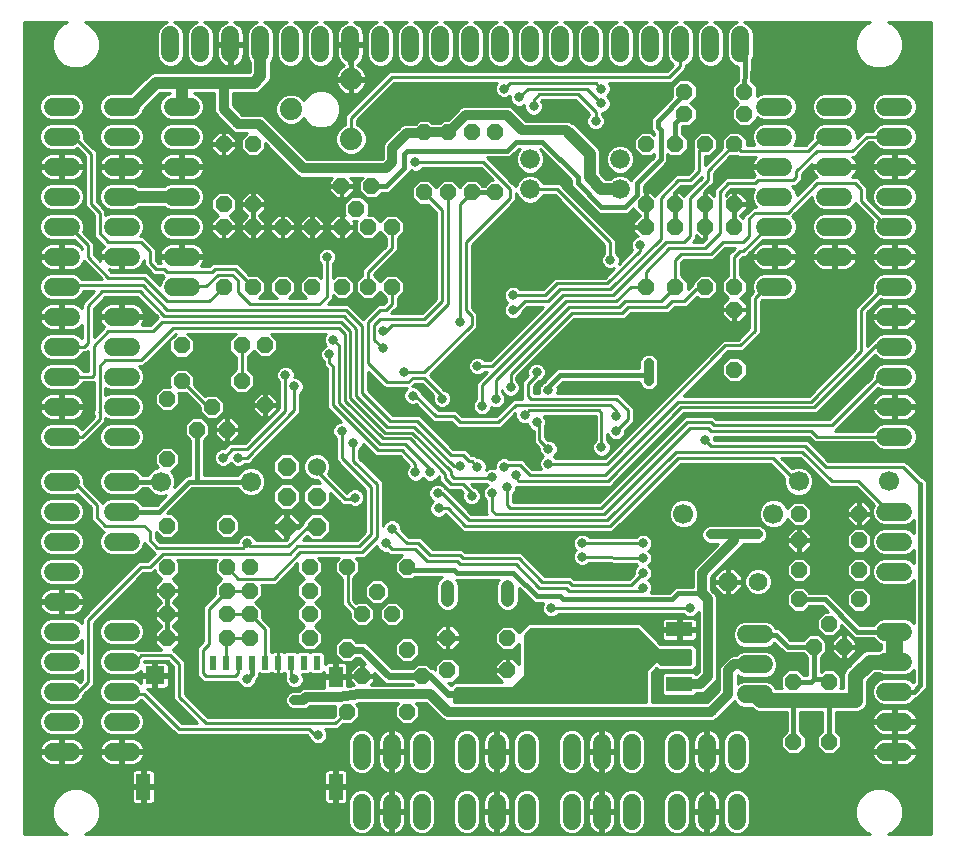
<source format=gbl>
G75*
%MOIN*%
%OFA0B0*%
%FSLAX25Y25*%
%IPPOS*%
%LPD*%
%AMOC8*
5,1,8,0,0,1.08239X$1,22.5*
%
%ADD10OC8,0.05200*%
%ADD11OC8,0.06200*%
%ADD12C,0.06200*%
%ADD13C,0.06693*%
%ADD14C,0.06600*%
%ADD15C,0.04400*%
%ADD16C,0.06000*%
%ADD17C,0.07400*%
%ADD18C,0.06000*%
%ADD19OC8,0.06000*%
%ADD20R,0.02362X0.04724*%
%ADD21R,0.04724X0.07087*%
%ADD22R,0.04724X0.08661*%
%ADD23R,0.06299X0.05906*%
%ADD24R,0.08800X0.04800*%
%ADD25R,0.08661X0.14173*%
%ADD26C,0.05937*%
%ADD27C,0.01000*%
%ADD28C,0.03175*%
%ADD29C,0.03200*%
%ADD30C,0.04000*%
%ADD31C,0.01600*%
%ADD32C,0.00984*%
%ADD33C,0.05600*%
%ADD34C,0.05000*%
%ADD35C,0.02400*%
D10*
X0054039Y0090305D03*
X0054039Y0098179D03*
X0054039Y0106053D03*
X0054039Y0113927D03*
X0054039Y0127707D03*
X0074039Y0127707D03*
X0074039Y0113927D03*
X0081598Y0113927D03*
X0081598Y0106053D03*
X0074039Y0106053D03*
X0074039Y0098179D03*
X0081598Y0098179D03*
X0081598Y0090305D03*
X0074039Y0090305D03*
X0101598Y0090305D03*
X0101598Y0098179D03*
X0101598Y0106053D03*
X0101598Y0113927D03*
X0114079Y0113927D03*
X0124079Y0105679D03*
X0129079Y0098179D03*
X0119079Y0098179D03*
X0114079Y0086368D03*
X0119000Y0077510D03*
X0114079Y0065699D03*
X0134079Y0065699D03*
X0139000Y0077510D03*
X0147543Y0079478D03*
X0147543Y0090305D03*
X0134079Y0086368D03*
X0134079Y0113927D03*
X0167543Y0090305D03*
X0167543Y0079478D03*
X0086677Y0167904D03*
X0078961Y0175935D03*
X0078961Y0187746D03*
X0086677Y0187904D03*
X0082740Y0207274D03*
X0072898Y0207274D03*
X0092583Y0207274D03*
X0102425Y0207274D03*
X0112268Y0207274D03*
X0121126Y0207274D03*
X0129000Y0207274D03*
X0129000Y0227274D03*
X0121126Y0227274D03*
X0117189Y0233396D03*
X0112268Y0227274D03*
X0102425Y0227274D03*
X0092583Y0227274D03*
X0082740Y0227274D03*
X0082740Y0234833D03*
X0072898Y0234833D03*
X0072898Y0227274D03*
X0072898Y0254833D03*
X0082740Y0254833D03*
X0112189Y0240896D03*
X0122189Y0240896D03*
X0139827Y0238770D03*
X0147701Y0238770D03*
X0155575Y0238770D03*
X0163449Y0238770D03*
X0163449Y0258770D03*
X0155575Y0258770D03*
X0147701Y0258770D03*
X0139827Y0258770D03*
X0213646Y0254833D03*
X0223488Y0254833D03*
X0233331Y0254833D03*
X0226500Y0264892D03*
X0226500Y0272392D03*
X0243173Y0254833D03*
X0246500Y0264892D03*
X0246500Y0272392D03*
X0243173Y0234833D03*
X0243173Y0227274D03*
X0233331Y0227274D03*
X0233331Y0234833D03*
X0223488Y0234833D03*
X0223488Y0227274D03*
X0213646Y0227274D03*
X0213646Y0234833D03*
X0213646Y0207274D03*
X0223488Y0207274D03*
X0233331Y0207274D03*
X0243173Y0207274D03*
X0243173Y0199715D03*
X0243173Y0179715D03*
X0264669Y0131644D03*
X0264669Y0122785D03*
X0264669Y0112943D03*
X0264669Y0103100D03*
X0274669Y0094852D03*
X0269669Y0087352D03*
X0279669Y0087352D03*
X0274669Y0075699D03*
X0262858Y0075699D03*
X0262858Y0055699D03*
X0274669Y0055699D03*
X0284669Y0103100D03*
X0284669Y0112943D03*
X0284669Y0122785D03*
X0284669Y0131644D03*
X0074000Y0159705D03*
X0069000Y0167205D03*
X0064000Y0159705D03*
X0054000Y0149892D03*
X0054000Y0169892D03*
X0058961Y0175935D03*
X0058961Y0187746D03*
D11*
X0241126Y0109006D03*
D12*
X0251126Y0109006D03*
D13*
X0256205Y0131644D03*
X0264591Y0142470D03*
X0294591Y0142470D03*
X0226205Y0131644D03*
X0082031Y0142392D03*
X0052031Y0142392D03*
D14*
X0175024Y0239833D03*
X0175024Y0249833D03*
X0205024Y0249833D03*
X0205024Y0239833D03*
D15*
X0167543Y0107426D02*
X0167543Y0103026D01*
X0147543Y0103026D02*
X0147543Y0107426D01*
D16*
X0154000Y0055392D02*
X0154000Y0049392D01*
X0164000Y0049392D02*
X0164000Y0055392D01*
X0174000Y0055392D02*
X0174000Y0049392D01*
X0189000Y0049392D02*
X0189000Y0055392D01*
X0199000Y0055392D02*
X0199000Y0049392D01*
X0209000Y0049392D02*
X0209000Y0055392D01*
X0224000Y0055392D02*
X0224000Y0049392D01*
X0234000Y0049392D02*
X0234000Y0055392D01*
X0244000Y0055392D02*
X0244000Y0049392D01*
X0244000Y0035392D02*
X0244000Y0029392D01*
X0234000Y0029392D02*
X0234000Y0035392D01*
X0224000Y0035392D02*
X0224000Y0029392D01*
X0209000Y0029392D02*
X0209000Y0035392D01*
X0199000Y0035392D02*
X0199000Y0029392D01*
X0189000Y0029392D02*
X0189000Y0035392D01*
X0174000Y0035392D02*
X0174000Y0029392D01*
X0164000Y0029392D02*
X0164000Y0035392D01*
X0154000Y0035392D02*
X0154000Y0029392D01*
X0139000Y0029392D02*
X0139000Y0035392D01*
X0129000Y0035392D02*
X0129000Y0029392D01*
X0119000Y0029392D02*
X0119000Y0035392D01*
X0119000Y0049392D02*
X0119000Y0055392D01*
X0129000Y0055392D02*
X0129000Y0049392D01*
X0139000Y0049392D02*
X0139000Y0055392D01*
X0042000Y0052392D02*
X0036000Y0052392D01*
X0036000Y0062392D02*
X0042000Y0062392D01*
X0042000Y0072392D02*
X0036000Y0072392D01*
X0036000Y0082392D02*
X0042000Y0082392D01*
X0042000Y0092392D02*
X0036000Y0092392D01*
X0022000Y0092392D02*
X0016000Y0092392D01*
X0016000Y0102392D02*
X0022000Y0102392D01*
X0022000Y0112392D02*
X0016000Y0112392D01*
X0016000Y0122392D02*
X0022000Y0122392D01*
X0022000Y0132392D02*
X0016000Y0132392D01*
X0016000Y0142392D02*
X0022000Y0142392D01*
X0036000Y0142392D02*
X0042000Y0142392D01*
X0042000Y0132392D02*
X0036000Y0132392D01*
X0036000Y0122392D02*
X0042000Y0122392D01*
X0042000Y0157392D02*
X0036000Y0157392D01*
X0036000Y0167392D02*
X0042000Y0167392D01*
X0042000Y0177392D02*
X0036000Y0177392D01*
X0036000Y0187392D02*
X0042000Y0187392D01*
X0042000Y0197392D02*
X0036000Y0197392D01*
X0022000Y0197392D02*
X0016000Y0197392D01*
X0016000Y0207392D02*
X0022000Y0207392D01*
X0022000Y0217392D02*
X0016000Y0217392D01*
X0016000Y0227392D02*
X0022000Y0227392D01*
X0022000Y0237392D02*
X0016000Y0237392D01*
X0016000Y0247392D02*
X0022000Y0247392D01*
X0022000Y0257392D02*
X0016000Y0257392D01*
X0016000Y0267392D02*
X0022000Y0267392D01*
X0036000Y0267392D02*
X0042000Y0267392D01*
X0042000Y0257392D02*
X0036000Y0257392D01*
X0036000Y0247392D02*
X0042000Y0247392D01*
X0042000Y0237392D02*
X0036000Y0237392D01*
X0036000Y0227392D02*
X0042000Y0227392D01*
X0042000Y0217392D02*
X0036000Y0217392D01*
X0056000Y0217392D02*
X0062000Y0217392D01*
X0062000Y0227392D02*
X0056000Y0227392D01*
X0056000Y0237392D02*
X0062000Y0237392D01*
X0062000Y0247392D02*
X0056000Y0247392D01*
X0056000Y0257392D02*
X0062000Y0257392D01*
X0062000Y0267392D02*
X0056000Y0267392D01*
X0055161Y0285140D02*
X0055161Y0291140D01*
X0065161Y0291140D02*
X0065161Y0285140D01*
X0075161Y0285140D02*
X0075161Y0291140D01*
X0085161Y0291140D02*
X0085161Y0285140D01*
X0095161Y0285140D02*
X0095161Y0291140D01*
X0105161Y0291140D02*
X0105161Y0285140D01*
X0115161Y0285140D02*
X0115161Y0291140D01*
X0125161Y0291140D02*
X0125161Y0285140D01*
X0135161Y0285140D02*
X0135161Y0291140D01*
X0145161Y0291140D02*
X0145161Y0285140D01*
X0155161Y0285140D02*
X0155161Y0291140D01*
X0165161Y0291140D02*
X0165161Y0285140D01*
X0175161Y0285140D02*
X0175161Y0291140D01*
X0185161Y0291140D02*
X0185161Y0285140D01*
X0195161Y0285140D02*
X0195161Y0291140D01*
X0205161Y0291140D02*
X0205161Y0285140D01*
X0215161Y0285140D02*
X0215161Y0291140D01*
X0225161Y0291140D02*
X0225161Y0285140D01*
X0235161Y0285140D02*
X0235161Y0291140D01*
X0245161Y0291140D02*
X0245161Y0285140D01*
X0253500Y0267392D02*
X0259500Y0267392D01*
X0259500Y0257392D02*
X0253500Y0257392D01*
X0253500Y0247392D02*
X0259500Y0247392D01*
X0259500Y0237392D02*
X0253500Y0237392D01*
X0253500Y0227392D02*
X0259500Y0227392D01*
X0259500Y0217392D02*
X0253500Y0217392D01*
X0273500Y0217392D02*
X0279500Y0217392D01*
X0279500Y0227392D02*
X0273500Y0227392D01*
X0273500Y0237392D02*
X0279500Y0237392D01*
X0279500Y0247392D02*
X0273500Y0247392D01*
X0273500Y0257392D02*
X0279500Y0257392D01*
X0279500Y0267392D02*
X0273500Y0267392D01*
X0293500Y0267392D02*
X0299500Y0267392D01*
X0299500Y0257392D02*
X0293500Y0257392D01*
X0293500Y0247392D02*
X0299500Y0247392D01*
X0299500Y0237392D02*
X0293500Y0237392D01*
X0293500Y0227392D02*
X0299500Y0227392D01*
X0299500Y0217392D02*
X0293500Y0217392D01*
X0293500Y0207392D02*
X0299500Y0207392D01*
X0299500Y0197392D02*
X0293500Y0197392D01*
X0293500Y0187392D02*
X0299500Y0187392D01*
X0299500Y0177392D02*
X0293500Y0177392D01*
X0293500Y0167392D02*
X0299500Y0167392D01*
X0299500Y0157392D02*
X0293500Y0157392D01*
X0293500Y0132392D02*
X0299500Y0132392D01*
X0299500Y0122392D02*
X0293500Y0122392D01*
X0293500Y0112392D02*
X0299500Y0112392D01*
X0299500Y0092392D02*
X0293500Y0092392D01*
X0293500Y0082392D02*
X0299500Y0082392D01*
X0299500Y0072392D02*
X0293500Y0072392D01*
X0293500Y0062392D02*
X0299500Y0062392D01*
X0299500Y0052392D02*
X0293500Y0052392D01*
X0253063Y0071447D02*
X0247063Y0071447D01*
X0247063Y0081447D02*
X0253063Y0081447D01*
X0253063Y0091447D02*
X0247063Y0091447D01*
X0022000Y0082392D02*
X0016000Y0082392D01*
X0016000Y0072392D02*
X0022000Y0072392D01*
X0022000Y0062392D02*
X0016000Y0062392D01*
X0016000Y0052392D02*
X0022000Y0052392D01*
X0022000Y0157392D02*
X0016000Y0157392D01*
X0016000Y0167392D02*
X0022000Y0167392D01*
X0022000Y0177392D02*
X0016000Y0177392D01*
X0016000Y0187392D02*
X0022000Y0187392D01*
D17*
X0095378Y0266486D03*
X0115378Y0256486D03*
X0115378Y0276486D03*
D18*
X0104000Y0147392D03*
D19*
X0094000Y0147392D03*
X0094000Y0137392D03*
X0104000Y0137392D03*
X0104000Y0127392D03*
X0094000Y0127392D03*
D20*
X0095358Y0082057D03*
X0099689Y0082057D03*
X0104020Y0082057D03*
X0091028Y0082057D03*
X0086697Y0082057D03*
X0082366Y0082057D03*
X0078035Y0082057D03*
X0073705Y0082057D03*
X0069374Y0082057D03*
D21*
X0110319Y0077234D03*
D22*
X0110319Y0040620D03*
X0046146Y0040620D03*
D23*
X0049984Y0077825D03*
D24*
X0224822Y0074906D03*
X0224822Y0084006D03*
X0224822Y0093106D03*
D25*
X0200421Y0084006D03*
D26*
X0253531Y0207392D02*
X0259469Y0207392D01*
X0061969Y0207392D02*
X0056031Y0207392D01*
D27*
X0006468Y0295514D02*
X0006468Y0024860D01*
X0020634Y0024860D01*
X0019165Y0025469D01*
X0016920Y0027714D01*
X0015705Y0030647D01*
X0015705Y0033822D01*
X0016920Y0036755D01*
X0019165Y0039000D01*
X0022098Y0040215D01*
X0025272Y0040215D01*
X0028206Y0039000D01*
X0030450Y0036755D01*
X0031665Y0033822D01*
X0031665Y0030647D01*
X0030450Y0027714D01*
X0028206Y0025469D01*
X0026736Y0024860D01*
X0288351Y0024860D01*
X0286881Y0025469D01*
X0284636Y0027714D01*
X0283421Y0030647D01*
X0283421Y0033822D01*
X0284636Y0036755D01*
X0286881Y0039000D01*
X0289814Y0040215D01*
X0292989Y0040215D01*
X0295922Y0039000D01*
X0298167Y0036755D01*
X0299382Y0033822D01*
X0299382Y0030647D01*
X0298167Y0027714D01*
X0295922Y0025469D01*
X0294453Y0024860D01*
X0308618Y0024860D01*
X0308618Y0295514D01*
X0294453Y0295514D01*
X0295922Y0294905D01*
X0298167Y0292660D01*
X0299382Y0289727D01*
X0299382Y0286552D01*
X0298167Y0283619D01*
X0295922Y0281374D01*
X0292989Y0280159D01*
X0289814Y0280159D01*
X0286881Y0281374D01*
X0284636Y0283619D01*
X0283421Y0286552D01*
X0283421Y0289727D01*
X0284636Y0292660D01*
X0286881Y0294905D01*
X0288351Y0295514D01*
X0246319Y0295514D01*
X0247702Y0294941D01*
X0248963Y0293680D01*
X0249646Y0292032D01*
X0249646Y0284248D01*
X0249030Y0282761D01*
X0248865Y0275802D01*
X0250584Y0274083D01*
X0250584Y0270818D01*
X0250960Y0271193D01*
X0252608Y0271876D01*
X0260392Y0271876D01*
X0262040Y0271193D01*
X0263302Y0269932D01*
X0263984Y0268284D01*
X0263984Y0266500D01*
X0263302Y0264852D01*
X0262040Y0263590D01*
X0260392Y0262907D01*
X0252608Y0262907D01*
X0250960Y0263590D01*
X0250584Y0263966D01*
X0250584Y0263200D01*
X0248192Y0260807D01*
X0244808Y0260807D01*
X0242416Y0263200D01*
X0242416Y0266583D01*
X0244474Y0268642D01*
X0242416Y0270700D01*
X0242416Y0274083D01*
X0244300Y0275967D01*
X0244410Y0280656D01*
X0244269Y0280656D01*
X0242621Y0281338D01*
X0241360Y0282600D01*
X0240677Y0284248D01*
X0240677Y0292032D01*
X0241360Y0293680D01*
X0242621Y0294941D01*
X0244003Y0295514D01*
X0236319Y0295514D01*
X0237702Y0294941D01*
X0238963Y0293680D01*
X0239646Y0292032D01*
X0239646Y0284248D01*
X0238963Y0282600D01*
X0237702Y0281338D01*
X0236053Y0280656D01*
X0234269Y0280656D01*
X0232621Y0281338D01*
X0231360Y0282600D01*
X0230677Y0284248D01*
X0230677Y0292032D01*
X0231360Y0293680D01*
X0232621Y0294941D01*
X0234003Y0295514D01*
X0226319Y0295514D01*
X0227702Y0294941D01*
X0228963Y0293680D01*
X0229646Y0292032D01*
X0229646Y0284248D01*
X0228963Y0282600D01*
X0227702Y0281338D01*
X0227138Y0281105D01*
X0227138Y0280136D01*
X0222338Y0275337D01*
X0201265Y0275337D01*
X0201486Y0275116D01*
X0201954Y0273987D01*
X0201954Y0272765D01*
X0201486Y0271636D01*
X0200765Y0270915D01*
X0201486Y0270195D01*
X0201954Y0269066D01*
X0201954Y0267844D01*
X0201486Y0266715D01*
X0200622Y0265851D01*
X0199493Y0265383D01*
X0198890Y0265383D01*
X0198890Y0264917D01*
X0199517Y0264289D01*
X0199985Y0263160D01*
X0199985Y0261938D01*
X0199517Y0260809D01*
X0198653Y0259945D01*
X0197524Y0259478D01*
X0196302Y0259478D01*
X0195173Y0259945D01*
X0194309Y0260809D01*
X0193842Y0261938D01*
X0193842Y0263160D01*
X0194309Y0264289D01*
X0194820Y0264800D01*
X0190189Y0269431D01*
X0179031Y0269431D01*
X0178829Y0269229D01*
X0178848Y0269210D01*
X0179316Y0268081D01*
X0179316Y0266859D01*
X0178848Y0265731D01*
X0177984Y0264866D01*
X0176855Y0264399D01*
X0175633Y0264399D01*
X0174504Y0264866D01*
X0173640Y0265731D01*
X0173172Y0266859D01*
X0173172Y0267929D01*
X0173063Y0267819D01*
X0171934Y0267352D01*
X0170712Y0267352D01*
X0169583Y0267819D01*
X0168719Y0268683D01*
X0168251Y0269812D01*
X0168251Y0270882D01*
X0168142Y0270772D01*
X0167013Y0270304D01*
X0165791Y0270304D01*
X0164662Y0270772D01*
X0163798Y0271636D01*
X0163330Y0272765D01*
X0163330Y0273987D01*
X0163798Y0275116D01*
X0164018Y0275337D01*
X0129819Y0275337D01*
X0117354Y0262872D01*
X0117354Y0261279D01*
X0118315Y0260881D01*
X0119773Y0259423D01*
X0120562Y0257517D01*
X0120562Y0255455D01*
X0119773Y0253550D01*
X0118315Y0252091D01*
X0116409Y0251302D01*
X0114347Y0251302D01*
X0112441Y0252091D01*
X0110983Y0253550D01*
X0110194Y0255455D01*
X0110194Y0257517D01*
X0110983Y0259423D01*
X0112441Y0260881D01*
X0113402Y0261279D01*
X0113402Y0264510D01*
X0128181Y0279289D01*
X0220701Y0279289D01*
X0222712Y0281301D01*
X0222621Y0281338D01*
X0221360Y0282600D01*
X0220677Y0284248D01*
X0220677Y0292032D01*
X0221360Y0293680D01*
X0222621Y0294941D01*
X0224003Y0295514D01*
X0216319Y0295514D01*
X0217702Y0294941D01*
X0218963Y0293680D01*
X0219646Y0292032D01*
X0219646Y0284248D01*
X0218963Y0282600D01*
X0217702Y0281338D01*
X0216053Y0280656D01*
X0214269Y0280656D01*
X0212621Y0281338D01*
X0211360Y0282600D01*
X0210677Y0284248D01*
X0210677Y0292032D01*
X0211360Y0293680D01*
X0212621Y0294941D01*
X0214003Y0295514D01*
X0206319Y0295514D01*
X0207702Y0294941D01*
X0208963Y0293680D01*
X0209646Y0292032D01*
X0209646Y0284248D01*
X0208963Y0282600D01*
X0207702Y0281338D01*
X0206053Y0280656D01*
X0204269Y0280656D01*
X0202621Y0281338D01*
X0201360Y0282600D01*
X0200677Y0284248D01*
X0200677Y0292032D01*
X0201360Y0293680D01*
X0202621Y0294941D01*
X0204003Y0295514D01*
X0196319Y0295514D01*
X0197702Y0294941D01*
X0198963Y0293680D01*
X0199646Y0292032D01*
X0199646Y0284248D01*
X0198963Y0282600D01*
X0197702Y0281338D01*
X0196053Y0280656D01*
X0194269Y0280656D01*
X0192621Y0281338D01*
X0191360Y0282600D01*
X0190677Y0284248D01*
X0190677Y0292032D01*
X0191360Y0293680D01*
X0192621Y0294941D01*
X0194003Y0295514D01*
X0186319Y0295514D01*
X0187702Y0294941D01*
X0188963Y0293680D01*
X0189646Y0292032D01*
X0189646Y0284248D01*
X0188963Y0282600D01*
X0187702Y0281338D01*
X0186053Y0280656D01*
X0184269Y0280656D01*
X0182621Y0281338D01*
X0181360Y0282600D01*
X0180677Y0284248D01*
X0180677Y0292032D01*
X0181360Y0293680D01*
X0182621Y0294941D01*
X0184003Y0295514D01*
X0176319Y0295514D01*
X0177702Y0294941D01*
X0178963Y0293680D01*
X0179646Y0292032D01*
X0179646Y0284248D01*
X0178963Y0282600D01*
X0177702Y0281338D01*
X0176053Y0280656D01*
X0174269Y0280656D01*
X0172621Y0281338D01*
X0171360Y0282600D01*
X0170677Y0284248D01*
X0170677Y0292032D01*
X0171360Y0293680D01*
X0172621Y0294941D01*
X0174003Y0295514D01*
X0166319Y0295514D01*
X0167702Y0294941D01*
X0168963Y0293680D01*
X0169646Y0292032D01*
X0169646Y0284248D01*
X0168963Y0282600D01*
X0167702Y0281338D01*
X0166053Y0280656D01*
X0164269Y0280656D01*
X0162621Y0281338D01*
X0161360Y0282600D01*
X0160677Y0284248D01*
X0160677Y0292032D01*
X0161360Y0293680D01*
X0162621Y0294941D01*
X0164003Y0295514D01*
X0156319Y0295514D01*
X0157702Y0294941D01*
X0158963Y0293680D01*
X0159646Y0292032D01*
X0159646Y0284248D01*
X0158963Y0282600D01*
X0157702Y0281338D01*
X0156053Y0280656D01*
X0154269Y0280656D01*
X0152621Y0281338D01*
X0151360Y0282600D01*
X0150677Y0284248D01*
X0150677Y0292032D01*
X0151360Y0293680D01*
X0152621Y0294941D01*
X0154003Y0295514D01*
X0146319Y0295514D01*
X0147702Y0294941D01*
X0148963Y0293680D01*
X0149646Y0292032D01*
X0149646Y0284248D01*
X0148963Y0282600D01*
X0147702Y0281338D01*
X0146053Y0280656D01*
X0144269Y0280656D01*
X0142621Y0281338D01*
X0141360Y0282600D01*
X0140677Y0284248D01*
X0140677Y0292032D01*
X0141360Y0293680D01*
X0142621Y0294941D01*
X0144003Y0295514D01*
X0136319Y0295514D01*
X0137702Y0294941D01*
X0138963Y0293680D01*
X0139646Y0292032D01*
X0139646Y0284248D01*
X0138963Y0282600D01*
X0137702Y0281338D01*
X0136053Y0280656D01*
X0134269Y0280656D01*
X0132621Y0281338D01*
X0131360Y0282600D01*
X0130677Y0284248D01*
X0130677Y0292032D01*
X0131360Y0293680D01*
X0132621Y0294941D01*
X0134003Y0295514D01*
X0126319Y0295514D01*
X0127702Y0294941D01*
X0128963Y0293680D01*
X0129646Y0292032D01*
X0129646Y0284248D01*
X0128963Y0282600D01*
X0127702Y0281338D01*
X0126053Y0280656D01*
X0124269Y0280656D01*
X0122621Y0281338D01*
X0121360Y0282600D01*
X0120677Y0284248D01*
X0120677Y0292032D01*
X0121360Y0293680D01*
X0122621Y0294941D01*
X0124003Y0295514D01*
X0116262Y0295514D01*
X0116889Y0295310D01*
X0117520Y0294988D01*
X0118093Y0294572D01*
X0118594Y0294071D01*
X0119010Y0293498D01*
X0119332Y0292867D01*
X0119551Y0292194D01*
X0119661Y0291494D01*
X0119661Y0288640D01*
X0115661Y0288640D01*
X0115661Y0287640D01*
X0115661Y0280663D01*
X0115862Y0280695D01*
X0115862Y0276971D01*
X0114894Y0276971D01*
X0114894Y0281674D01*
X0114661Y0281638D01*
X0114661Y0287640D01*
X0110661Y0287640D01*
X0110661Y0284786D01*
X0110772Y0284086D01*
X0110991Y0283412D01*
X0111313Y0282781D01*
X0111729Y0282208D01*
X0112230Y0281707D01*
X0112803Y0281291D01*
X0113078Y0281151D01*
X0112653Y0280934D01*
X0111990Y0280453D01*
X0111412Y0279874D01*
X0110931Y0279212D01*
X0110559Y0278482D01*
X0110306Y0277704D01*
X0110190Y0276970D01*
X0114894Y0276970D01*
X0114894Y0276002D01*
X0115862Y0276002D01*
X0115862Y0271298D01*
X0116596Y0271414D01*
X0117374Y0271667D01*
X0118103Y0272039D01*
X0118766Y0272520D01*
X0119344Y0273099D01*
X0119825Y0273761D01*
X0120197Y0274490D01*
X0120450Y0275269D01*
X0120566Y0276002D01*
X0115862Y0276002D01*
X0115862Y0276970D01*
X0120566Y0276970D01*
X0120450Y0277704D01*
X0120197Y0278482D01*
X0119825Y0279212D01*
X0119344Y0279874D01*
X0118766Y0280453D01*
X0118103Y0280934D01*
X0117461Y0281261D01*
X0117520Y0281291D01*
X0118093Y0281707D01*
X0118594Y0282208D01*
X0119010Y0282781D01*
X0119332Y0283412D01*
X0119551Y0284086D01*
X0119661Y0284786D01*
X0119661Y0287640D01*
X0115661Y0287640D01*
X0114661Y0287640D01*
X0114661Y0288640D01*
X0110661Y0288640D01*
X0110661Y0291494D01*
X0110772Y0292194D01*
X0110991Y0292867D01*
X0111313Y0293498D01*
X0111729Y0294071D01*
X0112230Y0294572D01*
X0112803Y0294988D01*
X0113434Y0295310D01*
X0114061Y0295514D01*
X0106319Y0295514D01*
X0107702Y0294941D01*
X0108963Y0293680D01*
X0109646Y0292032D01*
X0109646Y0284248D01*
X0108963Y0282600D01*
X0107702Y0281338D01*
X0106053Y0280656D01*
X0104269Y0280656D01*
X0102621Y0281338D01*
X0101360Y0282600D01*
X0100677Y0284248D01*
X0100677Y0292032D01*
X0101360Y0293680D01*
X0102621Y0294941D01*
X0104003Y0295514D01*
X0096319Y0295514D01*
X0097702Y0294941D01*
X0098963Y0293680D01*
X0099646Y0292032D01*
X0099646Y0284248D01*
X0098963Y0282600D01*
X0097702Y0281338D01*
X0096053Y0280656D01*
X0094269Y0280656D01*
X0092621Y0281338D01*
X0091360Y0282600D01*
X0090677Y0284248D01*
X0090677Y0292032D01*
X0091360Y0293680D01*
X0092621Y0294941D01*
X0094003Y0295514D01*
X0086319Y0295514D01*
X0087702Y0294941D01*
X0088963Y0293680D01*
X0089646Y0292032D01*
X0089646Y0284248D01*
X0088963Y0282600D01*
X0088646Y0282282D01*
X0088646Y0276915D01*
X0088115Y0275635D01*
X0087135Y0274654D01*
X0087135Y0274654D01*
X0084871Y0272391D01*
X0083591Y0271860D01*
X0075982Y0271860D01*
X0075982Y0267764D01*
X0079096Y0264649D01*
X0085322Y0264649D01*
X0086456Y0264180D01*
X0100750Y0249885D01*
X0125754Y0249885D01*
X0125916Y0250047D01*
X0125916Y0254304D01*
X0126385Y0255438D01*
X0131307Y0260359D01*
X0132174Y0261227D01*
X0133308Y0261696D01*
X0136978Y0261696D01*
X0138135Y0262854D01*
X0141519Y0262854D01*
X0142519Y0261854D01*
X0145009Y0261854D01*
X0146009Y0262854D01*
X0147581Y0262854D01*
X0150992Y0266265D01*
X0151859Y0267132D01*
X0152993Y0267602D01*
X0167999Y0267602D01*
X0169133Y0267132D01*
X0170001Y0266265D01*
X0170001Y0266265D01*
X0173585Y0262681D01*
X0187684Y0262681D01*
X0188818Y0262211D01*
X0189063Y0261966D01*
X0190029Y0261566D01*
X0196919Y0254676D01*
X0196919Y0254676D01*
X0197899Y0253696D01*
X0198429Y0252416D01*
X0198429Y0245292D01*
X0200325Y0243396D01*
X0201821Y0243396D01*
X0202314Y0243889D01*
X0204072Y0244617D01*
X0205975Y0244617D01*
X0207734Y0243889D01*
X0208602Y0243020D01*
X0209747Y0244164D01*
X0209747Y0244164D01*
X0216283Y0250700D01*
X0216283Y0251694D01*
X0215337Y0250748D01*
X0211954Y0250748D01*
X0209561Y0253141D01*
X0209561Y0256524D01*
X0211954Y0258917D01*
X0215337Y0258917D01*
X0216283Y0257972D01*
X0216283Y0258650D01*
X0215298Y0259635D01*
X0215298Y0263495D01*
X0216637Y0264833D01*
X0222459Y0270656D01*
X0222416Y0270700D01*
X0222416Y0274083D01*
X0224808Y0276476D01*
X0228192Y0276476D01*
X0230584Y0274083D01*
X0230584Y0270700D01*
X0228526Y0268642D01*
X0230584Y0266583D01*
X0230584Y0263200D01*
X0228192Y0260807D01*
X0225772Y0260807D01*
X0225772Y0258324D01*
X0227572Y0256524D01*
X0227572Y0253141D01*
X0225180Y0250748D01*
X0221796Y0250748D01*
X0220851Y0251694D01*
X0220851Y0248808D01*
X0212977Y0240934D01*
X0212977Y0238933D01*
X0213346Y0238933D01*
X0213346Y0235133D01*
X0213946Y0235133D01*
X0213946Y0238933D01*
X0215344Y0238933D01*
X0216591Y0237686D01*
X0216591Y0237777D01*
X0222496Y0243683D01*
X0223654Y0244841D01*
X0227591Y0244841D01*
X0229386Y0246636D01*
X0229386Y0253002D01*
X0229246Y0253141D01*
X0229246Y0256524D01*
X0231639Y0258917D01*
X0235022Y0258917D01*
X0237415Y0256524D01*
X0237415Y0253141D01*
X0235022Y0250748D01*
X0233339Y0250748D01*
X0233339Y0247793D01*
X0239089Y0253543D01*
X0239089Y0256524D01*
X0241481Y0258917D01*
X0244865Y0258917D01*
X0247257Y0256524D01*
X0247257Y0254683D01*
X0249867Y0254683D01*
X0249698Y0254852D01*
X0249016Y0256500D01*
X0249016Y0258284D01*
X0249698Y0259932D01*
X0250960Y0261193D01*
X0252608Y0261876D01*
X0260392Y0261876D01*
X0262040Y0261193D01*
X0263302Y0259932D01*
X0263984Y0258284D01*
X0263984Y0256500D01*
X0263302Y0254852D01*
X0263133Y0254683D01*
X0266961Y0254683D01*
X0269016Y0256738D01*
X0269016Y0258284D01*
X0269698Y0259932D01*
X0270960Y0261193D01*
X0272608Y0261876D01*
X0280392Y0261876D01*
X0282040Y0261193D01*
X0283302Y0259932D01*
X0283984Y0258284D01*
X0283984Y0256943D01*
X0286410Y0259368D01*
X0289465Y0259368D01*
X0289698Y0259932D01*
X0290960Y0261193D01*
X0292608Y0261876D01*
X0300392Y0261876D01*
X0302040Y0261193D01*
X0303302Y0259932D01*
X0303984Y0258284D01*
X0303984Y0256500D01*
X0303302Y0254852D01*
X0302040Y0253590D01*
X0300392Y0252907D01*
X0292608Y0252907D01*
X0290960Y0253590D01*
X0289698Y0254852D01*
X0289465Y0255415D01*
X0288047Y0255415D01*
X0284520Y0251888D01*
X0283362Y0250730D01*
X0282525Y0250730D01*
X0282932Y0250323D01*
X0283349Y0249750D01*
X0283670Y0249119D01*
X0283889Y0248445D01*
X0283977Y0247892D01*
X0277000Y0247892D01*
X0277000Y0246892D01*
X0283977Y0246892D01*
X0283889Y0246338D01*
X0283670Y0245664D01*
X0283349Y0245033D01*
X0282932Y0244460D01*
X0282432Y0243959D01*
X0282290Y0243856D01*
X0284346Y0243856D01*
X0285504Y0242699D01*
X0287472Y0240730D01*
X0287472Y0236793D01*
X0292454Y0231812D01*
X0292608Y0231876D01*
X0300392Y0231876D01*
X0302040Y0231193D01*
X0303302Y0229932D01*
X0303984Y0228284D01*
X0303984Y0226500D01*
X0303302Y0224852D01*
X0302040Y0223590D01*
X0300392Y0222907D01*
X0292608Y0222907D01*
X0290960Y0223590D01*
X0289698Y0224852D01*
X0289016Y0226500D01*
X0289016Y0228284D01*
X0289419Y0229257D01*
X0284677Y0233998D01*
X0283520Y0235156D01*
X0283520Y0235378D01*
X0283302Y0234852D01*
X0282040Y0233590D01*
X0280392Y0232907D01*
X0272608Y0232907D01*
X0270960Y0233590D01*
X0269698Y0234852D01*
X0269016Y0236500D01*
X0269016Y0237368D01*
X0262866Y0231219D01*
X0262440Y0230793D01*
X0263302Y0229932D01*
X0263984Y0228284D01*
X0263984Y0226500D01*
X0263302Y0224852D01*
X0262040Y0223590D01*
X0260392Y0222907D01*
X0252608Y0222907D01*
X0252593Y0222914D01*
X0248102Y0218423D01*
X0246945Y0217266D01*
X0245960Y0217266D01*
X0245150Y0216455D01*
X0245150Y0211073D01*
X0247257Y0208965D01*
X0247257Y0205582D01*
X0245181Y0203505D01*
X0247273Y0201413D01*
X0247273Y0200015D01*
X0243473Y0200015D01*
X0243473Y0199415D01*
X0247273Y0199415D01*
X0247273Y0198016D01*
X0244871Y0195615D01*
X0243473Y0195615D01*
X0243473Y0199414D01*
X0242873Y0199414D01*
X0242873Y0195615D01*
X0241475Y0195615D01*
X0239073Y0198016D01*
X0239073Y0199415D01*
X0242873Y0199415D01*
X0242873Y0200015D01*
X0239073Y0200015D01*
X0239073Y0201413D01*
X0241166Y0203505D01*
X0239089Y0205582D01*
X0239089Y0208965D01*
X0241197Y0211073D01*
X0241197Y0218092D01*
X0242355Y0219250D01*
X0243323Y0220219D01*
X0240055Y0220219D01*
X0237276Y0217439D01*
X0236118Y0216281D01*
X0226275Y0216281D01*
X0225465Y0215471D01*
X0225465Y0211073D01*
X0227572Y0208965D01*
X0227572Y0206436D01*
X0228402Y0207265D01*
X0229246Y0208110D01*
X0229246Y0208965D01*
X0231639Y0211358D01*
X0235022Y0211358D01*
X0237415Y0208965D01*
X0237415Y0205582D01*
X0235022Y0203189D01*
X0231639Y0203189D01*
X0230777Y0204051D01*
X0227260Y0200533D01*
X0223323Y0200533D01*
X0221354Y0198565D01*
X0208559Y0198565D01*
X0206590Y0196596D01*
X0189858Y0196596D01*
X0170544Y0177283D01*
X0170544Y0176136D01*
X0171172Y0175509D01*
X0171640Y0174380D01*
X0171640Y0173158D01*
X0171172Y0172029D01*
X0170308Y0171165D01*
X0169179Y0170697D01*
X0167957Y0170697D01*
X0166828Y0171165D01*
X0165964Y0172029D01*
X0165623Y0172852D01*
X0165623Y0172199D01*
X0166251Y0171572D01*
X0166718Y0170443D01*
X0166718Y0169221D01*
X0166251Y0168092D01*
X0165387Y0167228D01*
X0164258Y0166760D01*
X0163036Y0166760D01*
X0162079Y0167156D01*
X0162079Y0166970D01*
X0161612Y0165841D01*
X0160748Y0164977D01*
X0159619Y0164509D01*
X0158397Y0164509D01*
X0157268Y0164977D01*
X0156404Y0165841D01*
X0155936Y0166970D01*
X0155936Y0168192D01*
X0156404Y0169321D01*
X0157031Y0169948D01*
X0157031Y0175265D01*
X0160646Y0178880D01*
X0159911Y0178880D01*
X0159283Y0178252D01*
X0158154Y0177785D01*
X0156932Y0177785D01*
X0155803Y0178252D01*
X0154939Y0179116D01*
X0154472Y0180245D01*
X0154472Y0181467D01*
X0154939Y0182596D01*
X0155803Y0183460D01*
X0156932Y0183928D01*
X0158154Y0183928D01*
X0159283Y0183460D01*
X0159911Y0182833D01*
X0161646Y0182833D01*
X0179347Y0200533D01*
X0174110Y0200533D01*
X0172358Y0198781D01*
X0171958Y0197817D01*
X0171094Y0196953D01*
X0169965Y0196485D01*
X0168743Y0196485D01*
X0167614Y0196953D01*
X0166750Y0197817D01*
X0166283Y0198946D01*
X0166283Y0200168D01*
X0166750Y0201297D01*
X0167471Y0202018D01*
X0166750Y0202738D01*
X0166283Y0203867D01*
X0166283Y0205089D01*
X0166750Y0206218D01*
X0167614Y0207082D01*
X0168743Y0207550D01*
X0169965Y0207550D01*
X0171094Y0207082D01*
X0171722Y0206455D01*
X0179362Y0206455D01*
X0182142Y0209234D01*
X0183299Y0210392D01*
X0200032Y0210392D01*
X0203149Y0213509D01*
X0202446Y0213218D01*
X0201224Y0213218D01*
X0200095Y0213685D01*
X0199231Y0214549D01*
X0198763Y0215678D01*
X0198763Y0216900D01*
X0199231Y0218029D01*
X0199858Y0218657D01*
X0199858Y0221376D01*
X0183299Y0237935D01*
X0179416Y0237935D01*
X0179080Y0237123D01*
X0177734Y0235777D01*
X0175975Y0235048D01*
X0174072Y0235048D01*
X0172314Y0235777D01*
X0170968Y0237123D01*
X0170346Y0238623D01*
X0170346Y0236140D01*
X0155583Y0221376D01*
X0155583Y0200376D01*
X0157551Y0198407D01*
X0157551Y0193817D01*
X0156393Y0192659D01*
X0141638Y0177904D01*
X0141803Y0177738D01*
X0141803Y0177738D01*
X0146508Y0173033D01*
X0147472Y0172634D01*
X0148336Y0171769D01*
X0148804Y0170641D01*
X0148804Y0169419D01*
X0148336Y0168290D01*
X0147472Y0167426D01*
X0146343Y0166958D01*
X0145121Y0166958D01*
X0143992Y0167426D01*
X0143128Y0168290D01*
X0142661Y0169419D01*
X0142661Y0170641D01*
X0142851Y0171100D01*
X0139008Y0174943D01*
X0136708Y0174943D01*
X0136390Y0174624D01*
X0136390Y0174624D01*
X0135851Y0174085D01*
X0136501Y0174085D01*
X0137630Y0173618D01*
X0138494Y0172754D01*
X0138893Y0171790D01*
X0144582Y0166100D01*
X0150488Y0166100D01*
X0152456Y0164132D01*
X0163614Y0164132D01*
X0169520Y0170037D01*
X0172457Y0170037D01*
X0172299Y0170195D01*
X0172299Y0175769D01*
X0173457Y0176927D01*
X0174347Y0177817D01*
X0174157Y0178277D01*
X0174157Y0179499D01*
X0174624Y0180628D01*
X0175488Y0181492D01*
X0176617Y0181959D01*
X0177839Y0181959D01*
X0178968Y0181492D01*
X0179832Y0180628D01*
X0180300Y0179499D01*
X0180300Y0178277D01*
X0179832Y0177148D01*
X0178968Y0176284D01*
X0178004Y0175884D01*
X0176252Y0174132D01*
X0176252Y0172006D01*
X0177927Y0172006D01*
X0177897Y0172036D01*
X0177897Y0173928D01*
X0178470Y0174501D01*
X0178561Y0174722D01*
X0179425Y0175586D01*
X0179646Y0175678D01*
X0184156Y0180188D01*
X0211546Y0180188D01*
X0211546Y0182454D01*
X0212015Y0183588D01*
X0212883Y0184455D01*
X0214016Y0184925D01*
X0215243Y0184925D01*
X0216377Y0184455D01*
X0217245Y0183588D01*
X0217714Y0182454D01*
X0217714Y0175322D01*
X0217245Y0174188D01*
X0216377Y0173320D01*
X0215243Y0172851D01*
X0214016Y0172851D01*
X0212883Y0173320D01*
X0212015Y0174188D01*
X0211546Y0175322D01*
X0211546Y0175619D01*
X0186049Y0175619D01*
X0184174Y0173745D01*
X0184237Y0173593D01*
X0184237Y0172371D01*
X0184086Y0172006D01*
X0204622Y0172006D01*
X0205780Y0170848D01*
X0209717Y0166911D01*
X0209717Y0162321D01*
X0208559Y0161163D01*
X0206875Y0159479D01*
X0206875Y0158592D01*
X0206407Y0157463D01*
X0205543Y0156599D01*
X0204414Y0156131D01*
X0203192Y0156131D01*
X0202063Y0156599D01*
X0201199Y0157463D01*
X0200858Y0158286D01*
X0200858Y0156157D01*
X0201486Y0155529D01*
X0201954Y0154400D01*
X0201954Y0153178D01*
X0201486Y0152049D01*
X0200622Y0151185D01*
X0199493Y0150718D01*
X0198271Y0150718D01*
X0197142Y0151185D01*
X0196278Y0152049D01*
X0195810Y0153178D01*
X0195810Y0154400D01*
X0196278Y0155529D01*
X0196906Y0156157D01*
X0196906Y0164116D01*
X0179612Y0164116D01*
X0179832Y0163895D01*
X0180300Y0162766D01*
X0180300Y0161545D01*
X0180189Y0161276D01*
X0180189Y0157069D01*
X0180889Y0156369D01*
X0181776Y0156369D01*
X0182905Y0155901D01*
X0183769Y0155037D01*
X0184237Y0153908D01*
X0184237Y0152686D01*
X0183769Y0151557D01*
X0183049Y0150837D01*
X0183533Y0150352D01*
X0200032Y0150352D01*
X0238244Y0188565D01*
X0239402Y0189722D01*
X0244323Y0189722D01*
X0248087Y0193486D01*
X0248087Y0204313D01*
X0249431Y0205657D01*
X0249079Y0206506D01*
X0249079Y0208277D01*
X0249757Y0209914D01*
X0251009Y0211167D01*
X0252646Y0211844D01*
X0260354Y0211844D01*
X0261991Y0211167D01*
X0263243Y0209914D01*
X0263921Y0208277D01*
X0263921Y0206506D01*
X0263243Y0204869D01*
X0261991Y0203617D01*
X0260354Y0202939D01*
X0252646Y0202939D01*
X0252403Y0203039D01*
X0252039Y0202675D01*
X0252039Y0191849D01*
X0250882Y0190691D01*
X0245960Y0185770D01*
X0241039Y0185770D01*
X0226291Y0171022D01*
X0267945Y0171022D01*
X0283520Y0186596D01*
X0283520Y0200376D01*
X0289200Y0206056D01*
X0289016Y0206500D01*
X0289016Y0208284D01*
X0289698Y0209932D01*
X0290960Y0211193D01*
X0292608Y0211876D01*
X0300392Y0211876D01*
X0302040Y0211193D01*
X0303302Y0209932D01*
X0303984Y0208284D01*
X0303984Y0206500D01*
X0303302Y0204852D01*
X0302040Y0203590D01*
X0300392Y0202907D01*
X0292608Y0202907D01*
X0291925Y0203191D01*
X0287472Y0198738D01*
X0287472Y0187596D01*
X0288441Y0188565D01*
X0288441Y0188565D01*
X0289599Y0189722D01*
X0289612Y0189722D01*
X0289698Y0189932D01*
X0290960Y0191193D01*
X0292608Y0191876D01*
X0300392Y0191876D01*
X0302040Y0191193D01*
X0303302Y0189932D01*
X0303984Y0188284D01*
X0303984Y0186500D01*
X0303302Y0184852D01*
X0302040Y0183590D01*
X0300392Y0182907D01*
X0292608Y0182907D01*
X0290960Y0183590D01*
X0290008Y0184542D01*
X0271724Y0166258D01*
X0271724Y0166258D01*
X0270567Y0165100D01*
X0226275Y0165100D01*
X0203049Y0141874D01*
X0203049Y0141874D01*
X0201891Y0140716D01*
X0171513Y0140716D01*
X0171141Y0140554D01*
X0170727Y0140716D01*
X0170457Y0140716D01*
X0170457Y0139891D01*
X0169990Y0138762D01*
X0169362Y0138134D01*
X0169362Y0135589D01*
X0198063Y0135589D01*
X0226607Y0164132D01*
X0236118Y0164132D01*
X0237102Y0163148D01*
X0274835Y0163148D01*
X0289016Y0177328D01*
X0289016Y0178284D01*
X0289698Y0179932D01*
X0290960Y0181193D01*
X0292608Y0181876D01*
X0300392Y0181876D01*
X0302040Y0181193D01*
X0303302Y0179932D01*
X0303984Y0178284D01*
X0303984Y0176500D01*
X0303302Y0174852D01*
X0302040Y0173590D01*
X0300392Y0172907D01*
X0292608Y0172907D01*
X0290960Y0173590D01*
X0290914Y0173636D01*
X0277630Y0160353D01*
X0276645Y0159368D01*
X0289465Y0159368D01*
X0289698Y0159932D01*
X0290960Y0161193D01*
X0292608Y0161876D01*
X0300392Y0161876D01*
X0302040Y0161193D01*
X0303302Y0159932D01*
X0303984Y0158284D01*
X0303984Y0156500D01*
X0303302Y0154852D01*
X0302040Y0153590D01*
X0300392Y0152907D01*
X0292608Y0152907D01*
X0290960Y0153590D01*
X0289698Y0154852D01*
X0289465Y0155415D01*
X0269756Y0155415D01*
X0267945Y0157226D01*
X0236251Y0157226D01*
X0236402Y0156861D01*
X0236402Y0156258D01*
X0267614Y0156258D01*
X0274504Y0149368D01*
X0300094Y0149368D01*
X0305692Y0143770D01*
X0306127Y0143770D01*
X0307465Y0142432D01*
X0307465Y0073611D01*
X0306127Y0072273D01*
X0305300Y0071446D01*
X0303962Y0070107D01*
X0303408Y0070107D01*
X0303302Y0069852D01*
X0302040Y0068590D01*
X0300392Y0067907D01*
X0292608Y0067907D01*
X0290960Y0068590D01*
X0289698Y0069852D01*
X0289016Y0071500D01*
X0289016Y0073284D01*
X0289698Y0074932D01*
X0290960Y0076193D01*
X0292608Y0076876D01*
X0300392Y0076876D01*
X0302040Y0076193D01*
X0302813Y0075420D01*
X0302897Y0075503D01*
X0302897Y0079447D01*
X0302040Y0078590D01*
X0300392Y0077907D01*
X0292608Y0077907D01*
X0291401Y0078407D01*
X0290060Y0078407D01*
X0287512Y0075860D01*
X0287512Y0068843D01*
X0286905Y0067379D01*
X0285784Y0066258D01*
X0284320Y0065652D01*
X0276954Y0065652D01*
X0276954Y0059191D01*
X0278754Y0057391D01*
X0278754Y0054007D01*
X0276361Y0051615D01*
X0272978Y0051615D01*
X0270585Y0054007D01*
X0270585Y0057391D01*
X0272385Y0059191D01*
X0272385Y0065652D01*
X0265143Y0065652D01*
X0265143Y0059191D01*
X0266943Y0057391D01*
X0266943Y0054007D01*
X0264550Y0051615D01*
X0261167Y0051615D01*
X0258774Y0054007D01*
X0258774Y0057391D01*
X0260574Y0059191D01*
X0260574Y0065652D01*
X0251081Y0065652D01*
X0249617Y0066258D01*
X0248913Y0066963D01*
X0246171Y0066963D01*
X0244523Y0067645D01*
X0243261Y0068907D01*
X0243146Y0069184D01*
X0242952Y0068990D01*
X0242952Y0068990D01*
X0237914Y0063952D01*
X0237914Y0063952D01*
X0237046Y0063084D01*
X0235913Y0062615D01*
X0147087Y0062615D01*
X0145954Y0063084D01*
X0145086Y0063952D01*
X0145086Y0063952D01*
X0140518Y0068520D01*
X0137033Y0068520D01*
X0138163Y0067391D01*
X0138163Y0064007D01*
X0135770Y0061615D01*
X0132387Y0061615D01*
X0129994Y0064007D01*
X0129994Y0067391D01*
X0131124Y0068520D01*
X0118392Y0068520D01*
X0117203Y0068350D01*
X0118163Y0067391D01*
X0118163Y0064007D01*
X0115770Y0061615D01*
X0112789Y0061615D01*
X0110960Y0059785D01*
X0106777Y0059785D01*
X0106998Y0059565D01*
X0107465Y0058436D01*
X0107465Y0057214D01*
X0106998Y0056085D01*
X0106134Y0055221D01*
X0105005Y0054753D01*
X0103783Y0054753D01*
X0102654Y0055221D01*
X0101790Y0056085D01*
X0101390Y0057049D01*
X0100622Y0057817D01*
X0057315Y0057817D01*
X0045541Y0069591D01*
X0044540Y0068590D01*
X0042892Y0067907D01*
X0035108Y0067907D01*
X0033460Y0068590D01*
X0032198Y0069852D01*
X0031516Y0071500D01*
X0031516Y0073284D01*
X0032198Y0074932D01*
X0033460Y0076193D01*
X0035108Y0076876D01*
X0042892Y0076876D01*
X0044540Y0076193D01*
X0045335Y0075399D01*
X0045335Y0077325D01*
X0049484Y0077325D01*
X0049484Y0078325D01*
X0049484Y0082278D01*
X0046637Y0082278D01*
X0046484Y0082237D01*
X0046484Y0082423D01*
X0054362Y0082423D01*
X0056157Y0080628D01*
X0056157Y0069801D01*
X0064189Y0061770D01*
X0058952Y0061770D01*
X0048299Y0072423D01*
X0047350Y0073372D01*
X0049484Y0073372D01*
X0049484Y0077325D01*
X0050484Y0077325D01*
X0050484Y0073372D01*
X0053331Y0073372D01*
X0053713Y0073474D01*
X0054055Y0073672D01*
X0054334Y0073951D01*
X0054532Y0074293D01*
X0054634Y0074675D01*
X0054634Y0077325D01*
X0050484Y0077325D01*
X0050484Y0078325D01*
X0049484Y0078325D01*
X0045335Y0078325D01*
X0045335Y0079385D01*
X0044540Y0078590D01*
X0042892Y0077907D01*
X0035108Y0077907D01*
X0033460Y0078590D01*
X0032198Y0079852D01*
X0031516Y0081500D01*
X0031516Y0083284D01*
X0032198Y0084932D01*
X0033460Y0086193D01*
X0035108Y0086876D01*
X0042892Y0086876D01*
X0044397Y0086253D01*
X0044520Y0086376D01*
X0052170Y0086376D01*
X0049939Y0088607D01*
X0049939Y0090005D01*
X0053739Y0090005D01*
X0053739Y0090605D01*
X0049939Y0090605D01*
X0049939Y0092003D01*
X0052178Y0094242D01*
X0049939Y0096481D01*
X0049939Y0097879D01*
X0053739Y0097879D01*
X0053739Y0098479D01*
X0049939Y0098479D01*
X0049939Y0099877D01*
X0052178Y0102116D01*
X0049939Y0104355D01*
X0049939Y0105753D01*
X0053739Y0105753D01*
X0053739Y0106353D01*
X0049939Y0106353D01*
X0049939Y0107751D01*
X0052189Y0110001D01*
X0049955Y0112235D01*
X0049955Y0112796D01*
X0049110Y0111951D01*
X0046157Y0111951D01*
X0029598Y0095392D01*
X0029598Y0074723D01*
X0026646Y0071770D01*
X0026484Y0071609D01*
X0026484Y0071500D01*
X0025802Y0069852D01*
X0024540Y0068590D01*
X0022892Y0067907D01*
X0015108Y0067907D01*
X0013460Y0068590D01*
X0012198Y0069852D01*
X0011516Y0071500D01*
X0011516Y0073284D01*
X0012198Y0074932D01*
X0013460Y0076193D01*
X0015108Y0076876D01*
X0022892Y0076876D01*
X0024540Y0076193D01*
X0025010Y0075724D01*
X0025646Y0076360D01*
X0025646Y0079696D01*
X0024540Y0078590D01*
X0022892Y0077907D01*
X0015108Y0077907D01*
X0013460Y0078590D01*
X0012198Y0079852D01*
X0011516Y0081500D01*
X0011516Y0083284D01*
X0012198Y0084932D01*
X0013460Y0086193D01*
X0015108Y0086876D01*
X0022892Y0086876D01*
X0024540Y0086193D01*
X0025646Y0085088D01*
X0025646Y0089696D01*
X0024540Y0088590D01*
X0022892Y0087907D01*
X0015108Y0087907D01*
X0013460Y0088590D01*
X0012198Y0089852D01*
X0011516Y0091500D01*
X0011516Y0093284D01*
X0012198Y0094932D01*
X0013460Y0096193D01*
X0015108Y0096876D01*
X0022892Y0096876D01*
X0024540Y0096193D01*
X0025646Y0095088D01*
X0025646Y0097029D01*
X0043362Y0114746D01*
X0044520Y0115904D01*
X0047473Y0115904D01*
X0049925Y0118356D01*
X0047473Y0120809D01*
X0046484Y0121798D01*
X0046484Y0121500D01*
X0045802Y0119852D01*
X0044540Y0118590D01*
X0042892Y0117907D01*
X0035108Y0117907D01*
X0033460Y0118590D01*
X0032198Y0119852D01*
X0031516Y0121500D01*
X0031516Y0123284D01*
X0032198Y0124932D01*
X0032997Y0125730D01*
X0032709Y0125730D01*
X0029756Y0128683D01*
X0028598Y0129841D01*
X0028598Y0133778D01*
X0024007Y0138369D01*
X0022892Y0137907D01*
X0015108Y0137907D01*
X0013460Y0138590D01*
X0012198Y0139852D01*
X0011516Y0141500D01*
X0011516Y0143284D01*
X0012198Y0144932D01*
X0013460Y0146193D01*
X0015108Y0146876D01*
X0022892Y0146876D01*
X0024540Y0146193D01*
X0025802Y0144932D01*
X0026484Y0143284D01*
X0026484Y0141500D01*
X0026479Y0141487D01*
X0032551Y0135415D01*
X0032551Y0135285D01*
X0033460Y0136193D01*
X0035108Y0136876D01*
X0042892Y0136876D01*
X0044540Y0136193D01*
X0045802Y0134932D01*
X0045908Y0134676D01*
X0050554Y0134676D01*
X0053755Y0137877D01*
X0052992Y0137561D01*
X0051071Y0137561D01*
X0049295Y0138296D01*
X0047936Y0139655D01*
X0047749Y0140107D01*
X0045908Y0140107D01*
X0045802Y0139852D01*
X0044540Y0138590D01*
X0042892Y0137907D01*
X0035108Y0137907D01*
X0033460Y0138590D01*
X0032198Y0139852D01*
X0031516Y0141500D01*
X0031516Y0143284D01*
X0032198Y0144932D01*
X0033460Y0146193D01*
X0035108Y0146876D01*
X0042892Y0146876D01*
X0044540Y0146193D01*
X0045802Y0144932D01*
X0045908Y0144676D01*
X0047749Y0144676D01*
X0047936Y0145128D01*
X0049295Y0146487D01*
X0050945Y0147170D01*
X0049916Y0148200D01*
X0049916Y0151583D01*
X0052308Y0153976D01*
X0055692Y0153976D01*
X0058084Y0151583D01*
X0058084Y0148200D01*
X0055692Y0145807D01*
X0055447Y0145807D01*
X0056127Y0145128D01*
X0056862Y0143353D01*
X0056862Y0141431D01*
X0056546Y0140669D01*
X0060554Y0144676D01*
X0061716Y0144676D01*
X0061716Y0156213D01*
X0059916Y0158013D01*
X0059916Y0161396D01*
X0062308Y0163789D01*
X0065692Y0163789D01*
X0068084Y0161396D01*
X0068084Y0158013D01*
X0066284Y0156213D01*
X0066284Y0144676D01*
X0077749Y0144676D01*
X0077936Y0145128D01*
X0079295Y0146487D01*
X0081071Y0147222D01*
X0082992Y0147222D01*
X0084768Y0146487D01*
X0086127Y0145128D01*
X0086862Y0143353D01*
X0086862Y0141431D01*
X0086127Y0139655D01*
X0084768Y0138296D01*
X0082992Y0137561D01*
X0081071Y0137561D01*
X0079295Y0138296D01*
X0077936Y0139655D01*
X0077749Y0140107D01*
X0062446Y0140107D01*
X0054130Y0131791D01*
X0055731Y0131791D01*
X0058124Y0129398D01*
X0058124Y0126015D01*
X0055731Y0123622D01*
X0052348Y0123622D01*
X0050268Y0125702D01*
X0050268Y0123604D01*
X0051571Y0122301D01*
X0077700Y0122301D01*
X0077700Y0122412D01*
X0078168Y0123541D01*
X0079032Y0124405D01*
X0080161Y0124873D01*
X0081383Y0124873D01*
X0082512Y0124405D01*
X0083376Y0123541D01*
X0083685Y0122793D01*
X0093733Y0122793D01*
X0094500Y0123561D01*
X0094500Y0126892D01*
X0094500Y0127892D01*
X0093500Y0127892D01*
X0093500Y0131892D01*
X0092136Y0131892D01*
X0089500Y0129256D01*
X0089500Y0127892D01*
X0093500Y0127892D01*
X0093500Y0126892D01*
X0089500Y0126892D01*
X0089500Y0125528D01*
X0092136Y0122892D01*
X0093500Y0122892D01*
X0093500Y0126892D01*
X0094500Y0126892D01*
X0097831Y0126892D01*
X0099516Y0128577D01*
X0099516Y0129249D01*
X0102143Y0131876D01*
X0105857Y0131876D01*
X0108484Y0129249D01*
X0108484Y0125534D01*
X0105857Y0122907D01*
X0102143Y0122907D01*
X0100790Y0124260D01*
X0099323Y0122793D01*
X0117355Y0122793D01*
X0120134Y0125573D01*
X0120134Y0139683D01*
X0110291Y0149526D01*
X0110291Y0156835D01*
X0109664Y0157463D01*
X0109196Y0158592D01*
X0109196Y0159814D01*
X0109664Y0160943D01*
X0110528Y0161807D01*
X0111657Y0162274D01*
X0111998Y0162274D01*
X0107339Y0166934D01*
X0107339Y0180038D01*
X0106243Y0181133D01*
X0106243Y0182426D01*
X0105616Y0183053D01*
X0105148Y0184182D01*
X0105148Y0185404D01*
X0105616Y0186533D01*
X0106480Y0187397D01*
X0107051Y0187634D01*
X0106711Y0187975D01*
X0106243Y0189104D01*
X0106243Y0190326D01*
X0106711Y0191455D01*
X0106932Y0191675D01*
X0088681Y0191675D01*
X0090761Y0189595D01*
X0090761Y0186212D01*
X0088369Y0183819D01*
X0084985Y0183819D01*
X0082898Y0185907D01*
X0080937Y0183946D01*
X0080937Y0179735D01*
X0083045Y0177627D01*
X0083045Y0174243D01*
X0080652Y0171851D01*
X0077269Y0171851D01*
X0074876Y0174243D01*
X0074876Y0177627D01*
X0076984Y0179735D01*
X0076984Y0183946D01*
X0074876Y0186054D01*
X0074876Y0189438D01*
X0077114Y0191675D01*
X0060807Y0191675D01*
X0063045Y0189438D01*
X0063045Y0186054D01*
X0060652Y0183662D01*
X0057269Y0183662D01*
X0054876Y0186054D01*
X0054876Y0189438D01*
X0057114Y0191675D01*
X0056984Y0191675D01*
X0046157Y0180848D01*
X0044885Y0180848D01*
X0045802Y0179932D01*
X0046484Y0178284D01*
X0046484Y0176500D01*
X0045802Y0174852D01*
X0044540Y0173590D01*
X0042892Y0172907D01*
X0035108Y0172907D01*
X0033535Y0173559D01*
X0033535Y0171225D01*
X0035108Y0171876D01*
X0042892Y0171876D01*
X0044540Y0171193D01*
X0045802Y0169932D01*
X0046484Y0168284D01*
X0046484Y0166500D01*
X0045802Y0164852D01*
X0044540Y0163590D01*
X0042892Y0162907D01*
X0035108Y0162907D01*
X0033535Y0163559D01*
X0033535Y0162321D01*
X0032378Y0161163D01*
X0026630Y0155415D01*
X0026035Y0155415D01*
X0025802Y0154852D01*
X0024540Y0153590D01*
X0022892Y0152907D01*
X0015108Y0152907D01*
X0013460Y0153590D01*
X0012198Y0154852D01*
X0011516Y0156500D01*
X0011516Y0158284D01*
X0012198Y0159932D01*
X0013460Y0161193D01*
X0015108Y0161876D01*
X0022892Y0161876D01*
X0024540Y0161193D01*
X0025679Y0160055D01*
X0029583Y0163958D01*
X0029583Y0164683D01*
X0029547Y0164719D01*
X0029547Y0166356D01*
X0029583Y0166392D01*
X0029583Y0175415D01*
X0026035Y0175415D01*
X0025802Y0174852D01*
X0024540Y0173590D01*
X0022892Y0172907D01*
X0015108Y0172907D01*
X0013460Y0173590D01*
X0012198Y0174852D01*
X0011516Y0176500D01*
X0011516Y0178284D01*
X0012198Y0179932D01*
X0013460Y0181193D01*
X0015108Y0181876D01*
X0022892Y0181876D01*
X0024540Y0181193D01*
X0025802Y0179932D01*
X0026035Y0179368D01*
X0027579Y0179368D01*
X0027579Y0185927D01*
X0027067Y0185415D01*
X0026035Y0185415D01*
X0025802Y0184852D01*
X0024540Y0183590D01*
X0022892Y0182907D01*
X0015108Y0182907D01*
X0013460Y0183590D01*
X0012198Y0184852D01*
X0011516Y0186500D01*
X0011516Y0188284D01*
X0012198Y0189932D01*
X0013460Y0191193D01*
X0015108Y0191876D01*
X0022892Y0191876D01*
X0024540Y0191193D01*
X0025610Y0190123D01*
X0025610Y0194705D01*
X0025432Y0194460D01*
X0024932Y0193959D01*
X0024359Y0193543D01*
X0023727Y0193221D01*
X0023054Y0193003D01*
X0022354Y0192892D01*
X0019500Y0192892D01*
X0019500Y0196892D01*
X0018500Y0196892D01*
X0011523Y0196892D01*
X0011611Y0196338D01*
X0011830Y0195664D01*
X0012151Y0195033D01*
X0012568Y0194460D01*
X0013068Y0193959D01*
X0013641Y0193543D01*
X0014273Y0193221D01*
X0014946Y0193003D01*
X0015646Y0192892D01*
X0018500Y0192892D01*
X0018500Y0196892D01*
X0018500Y0197892D01*
X0018500Y0201892D01*
X0015646Y0201892D01*
X0014946Y0201781D01*
X0014273Y0201562D01*
X0013641Y0201240D01*
X0013068Y0200824D01*
X0012568Y0200323D01*
X0012151Y0199750D01*
X0011830Y0199119D01*
X0011611Y0198445D01*
X0011523Y0197892D01*
X0018500Y0197892D01*
X0019500Y0197892D01*
X0019500Y0201892D01*
X0022354Y0201892D01*
X0023054Y0201781D01*
X0023727Y0201562D01*
X0024359Y0201240D01*
X0024932Y0200824D01*
X0025432Y0200323D01*
X0025610Y0200078D01*
X0025610Y0201695D01*
X0029712Y0205797D01*
X0026193Y0205797D01*
X0025802Y0204852D01*
X0024540Y0203590D01*
X0022892Y0202907D01*
X0015108Y0202907D01*
X0013460Y0203590D01*
X0012198Y0204852D01*
X0011516Y0206500D01*
X0011516Y0208284D01*
X0012198Y0209932D01*
X0013460Y0211193D01*
X0015108Y0211876D01*
X0022892Y0211876D01*
X0024540Y0211193D01*
X0025802Y0209932D01*
X0025877Y0209750D01*
X0032351Y0209750D01*
X0026236Y0215865D01*
X0026170Y0215664D01*
X0025849Y0215033D01*
X0025432Y0214460D01*
X0024932Y0213959D01*
X0024359Y0213543D01*
X0023727Y0213221D01*
X0023054Y0213003D01*
X0022354Y0212892D01*
X0019500Y0212892D01*
X0019500Y0216892D01*
X0018500Y0216892D01*
X0011523Y0216892D01*
X0011611Y0216338D01*
X0011830Y0215664D01*
X0012151Y0215033D01*
X0012568Y0214460D01*
X0013068Y0213959D01*
X0013641Y0213543D01*
X0014273Y0213221D01*
X0014946Y0213003D01*
X0015646Y0212892D01*
X0018500Y0212892D01*
X0018500Y0216892D01*
X0018500Y0217892D01*
X0018500Y0221892D01*
X0015646Y0221892D01*
X0014946Y0221781D01*
X0014273Y0221562D01*
X0013641Y0221240D01*
X0013068Y0220824D01*
X0012568Y0220323D01*
X0012151Y0219750D01*
X0011830Y0219119D01*
X0011611Y0218445D01*
X0011523Y0217892D01*
X0018500Y0217892D01*
X0019500Y0217892D01*
X0019500Y0221892D01*
X0022354Y0221892D01*
X0023054Y0221781D01*
X0023727Y0221562D01*
X0024359Y0221240D01*
X0024932Y0220824D01*
X0025432Y0220323D01*
X0025646Y0220030D01*
X0025646Y0220392D01*
X0023060Y0222977D01*
X0022892Y0222907D01*
X0015108Y0222907D01*
X0013460Y0223590D01*
X0012198Y0224852D01*
X0011516Y0226500D01*
X0011516Y0228284D01*
X0012198Y0229932D01*
X0013460Y0231193D01*
X0015108Y0231876D01*
X0022892Y0231876D01*
X0024540Y0231193D01*
X0025802Y0229932D01*
X0026484Y0228284D01*
X0026484Y0226500D01*
X0026087Y0225541D01*
X0028441Y0223187D01*
X0029598Y0222029D01*
X0029598Y0218092D01*
X0031735Y0215956D01*
X0031611Y0216338D01*
X0031523Y0216892D01*
X0038500Y0216892D01*
X0038500Y0217892D01*
X0031523Y0217892D01*
X0031611Y0218445D01*
X0031830Y0219119D01*
X0032151Y0219750D01*
X0032568Y0220323D01*
X0033068Y0220824D01*
X0033080Y0220832D01*
X0032535Y0221376D01*
X0029583Y0224329D01*
X0029583Y0231219D01*
X0026630Y0234172D01*
X0026630Y0250904D01*
X0024118Y0253415D01*
X0022892Y0252907D01*
X0015108Y0252907D01*
X0013460Y0253590D01*
X0012198Y0254852D01*
X0011516Y0256500D01*
X0011516Y0258284D01*
X0012198Y0259932D01*
X0013460Y0261193D01*
X0015108Y0261876D01*
X0022892Y0261876D01*
X0024540Y0261193D01*
X0025802Y0259932D01*
X0026484Y0258284D01*
X0026484Y0256639D01*
X0029425Y0253699D01*
X0030583Y0252541D01*
X0030583Y0235809D01*
X0032378Y0234014D01*
X0033535Y0232856D01*
X0033535Y0231225D01*
X0035108Y0231876D01*
X0042892Y0231876D01*
X0044540Y0231193D01*
X0045802Y0229932D01*
X0046484Y0228284D01*
X0046484Y0226500D01*
X0045802Y0224852D01*
X0045121Y0224171D01*
X0046157Y0224171D01*
X0049110Y0221218D01*
X0050268Y0220061D01*
X0050268Y0216124D01*
X0051078Y0215313D01*
X0052009Y0215313D01*
X0051830Y0215664D01*
X0051611Y0216338D01*
X0051523Y0216892D01*
X0058500Y0216892D01*
X0058500Y0217892D01*
X0058500Y0221892D01*
X0055646Y0221892D01*
X0054946Y0221781D01*
X0054273Y0221562D01*
X0053641Y0221240D01*
X0053068Y0220824D01*
X0052568Y0220323D01*
X0052151Y0219750D01*
X0051830Y0219119D01*
X0051611Y0218445D01*
X0051523Y0217892D01*
X0058500Y0217892D01*
X0059500Y0217892D01*
X0059500Y0221892D01*
X0062354Y0221892D01*
X0063054Y0221781D01*
X0063727Y0221562D01*
X0064359Y0221240D01*
X0064932Y0220824D01*
X0065432Y0220323D01*
X0065849Y0219750D01*
X0066170Y0219119D01*
X0066389Y0218445D01*
X0066477Y0217892D01*
X0059500Y0217892D01*
X0059500Y0216892D01*
X0066477Y0216892D01*
X0066389Y0216338D01*
X0066170Y0215664D01*
X0065849Y0215033D01*
X0065432Y0214460D01*
X0065301Y0214329D01*
X0068142Y0214329D01*
X0069126Y0215313D01*
X0077496Y0215313D01*
X0078654Y0214155D01*
X0078654Y0214155D01*
X0081451Y0211358D01*
X0084432Y0211358D01*
X0086824Y0208965D01*
X0086824Y0205582D01*
X0084744Y0203502D01*
X0090578Y0203502D01*
X0088498Y0205582D01*
X0088498Y0208965D01*
X0090891Y0211358D01*
X0094274Y0211358D01*
X0096667Y0208965D01*
X0096667Y0205582D01*
X0094587Y0203502D01*
X0100421Y0203502D01*
X0098341Y0205582D01*
X0098341Y0208965D01*
X0100733Y0211358D01*
X0104117Y0211358D01*
X0105370Y0210105D01*
X0105370Y0214906D01*
X0104742Y0215534D01*
X0104275Y0216663D01*
X0104275Y0217885D01*
X0104742Y0219014D01*
X0105606Y0219878D01*
X0106735Y0220345D01*
X0107957Y0220345D01*
X0109086Y0219878D01*
X0109950Y0219014D01*
X0110418Y0217885D01*
X0110418Y0216663D01*
X0109950Y0215534D01*
X0109323Y0214906D01*
X0109323Y0210105D01*
X0110576Y0211358D01*
X0113959Y0211358D01*
X0116352Y0208965D01*
X0116352Y0205582D01*
X0113959Y0203189D01*
X0110576Y0203189D01*
X0109323Y0204443D01*
X0109323Y0203168D01*
X0108165Y0202010D01*
X0108165Y0202010D01*
X0107689Y0201533D01*
X0114548Y0201533D01*
X0115706Y0200376D01*
X0119396Y0196685D01*
X0123087Y0200376D01*
X0124244Y0201533D01*
X0126213Y0201533D01*
X0127024Y0202344D01*
X0127024Y0203474D01*
X0125063Y0205435D01*
X0122818Y0203189D01*
X0119434Y0203189D01*
X0117042Y0205582D01*
X0117042Y0208965D01*
X0119150Y0211073D01*
X0119150Y0213171D01*
X0127024Y0221045D01*
X0127024Y0223474D01*
X0125063Y0225435D01*
X0122818Y0223189D01*
X0119434Y0223189D01*
X0117042Y0225582D01*
X0117042Y0228965D01*
X0117388Y0229311D01*
X0116028Y0229311D01*
X0116368Y0228972D01*
X0116368Y0227574D01*
X0112568Y0227574D01*
X0111968Y0227574D01*
X0111968Y0231374D01*
X0110569Y0231374D01*
X0108168Y0228972D01*
X0108168Y0227574D01*
X0111968Y0227574D01*
X0111968Y0226974D01*
X0108168Y0226974D01*
X0108168Y0225575D01*
X0110569Y0223174D01*
X0111968Y0223174D01*
X0111968Y0226974D01*
X0112568Y0226974D01*
X0112568Y0227574D01*
X0112568Y0231374D01*
X0113435Y0231374D01*
X0113105Y0231704D01*
X0113105Y0235087D01*
X0115497Y0237480D01*
X0118881Y0237480D01*
X0121273Y0235087D01*
X0121273Y0231704D01*
X0120927Y0231358D01*
X0122818Y0231358D01*
X0125063Y0229113D01*
X0127308Y0231358D01*
X0130692Y0231358D01*
X0133084Y0228965D01*
X0133084Y0225582D01*
X0130976Y0223474D01*
X0130976Y0219408D01*
X0129819Y0218250D01*
X0123102Y0211534D01*
X0123102Y0211073D01*
X0125063Y0209113D01*
X0127308Y0211358D01*
X0130692Y0211358D01*
X0133084Y0208965D01*
X0133084Y0205582D01*
X0130976Y0203474D01*
X0130976Y0200707D01*
X0129819Y0199549D01*
X0128850Y0198581D01*
X0139008Y0198581D01*
X0143756Y0203328D01*
X0143756Y0232046D01*
X0141116Y0234685D01*
X0138135Y0234685D01*
X0135743Y0237078D01*
X0135743Y0240461D01*
X0138135Y0242854D01*
X0141519Y0242854D01*
X0143764Y0240609D01*
X0146009Y0242854D01*
X0149393Y0242854D01*
X0151638Y0240609D01*
X0153883Y0242854D01*
X0157267Y0242854D01*
X0159067Y0241054D01*
X0159957Y0241054D01*
X0161757Y0242854D01*
X0162633Y0242854D01*
X0158693Y0246793D01*
X0139242Y0246793D01*
X0138614Y0246166D01*
X0137485Y0245698D01*
X0136263Y0245698D01*
X0135221Y0246130D01*
X0135221Y0245855D01*
X0127978Y0238611D01*
X0125681Y0238611D01*
X0123881Y0236811D01*
X0120497Y0236811D01*
X0118105Y0239204D01*
X0118105Y0242587D01*
X0119234Y0243717D01*
X0115166Y0243717D01*
X0116289Y0242594D01*
X0116289Y0241196D01*
X0112489Y0241196D01*
X0112489Y0240596D01*
X0116289Y0240596D01*
X0116289Y0239197D01*
X0113887Y0236796D01*
X0112489Y0236796D01*
X0112489Y0240596D01*
X0111889Y0240596D01*
X0108089Y0240596D01*
X0108089Y0239197D01*
X0110491Y0236796D01*
X0111889Y0236796D01*
X0111889Y0240596D01*
X0111889Y0241196D01*
X0108089Y0241196D01*
X0108089Y0242594D01*
X0109212Y0243717D01*
X0098859Y0243717D01*
X0097725Y0244186D01*
X0096858Y0245054D01*
X0086824Y0255087D01*
X0086824Y0253141D01*
X0084432Y0250748D01*
X0081048Y0250748D01*
X0078656Y0253141D01*
X0078656Y0256524D01*
X0080612Y0258481D01*
X0077205Y0258481D01*
X0076072Y0258950D01*
X0075204Y0259818D01*
X0070283Y0264739D01*
X0069813Y0265873D01*
X0069813Y0271860D01*
X0062930Y0271860D01*
X0064540Y0271193D01*
X0065802Y0269932D01*
X0066484Y0268284D01*
X0066484Y0266500D01*
X0065802Y0264852D01*
X0064540Y0263590D01*
X0062892Y0262907D01*
X0055108Y0262907D01*
X0053460Y0263590D01*
X0052198Y0264852D01*
X0051516Y0266500D01*
X0051516Y0268284D01*
X0052198Y0269932D01*
X0053460Y0271193D01*
X0055070Y0271860D01*
X0051703Y0271860D01*
X0046484Y0266641D01*
X0046484Y0266500D01*
X0045802Y0264852D01*
X0044540Y0263590D01*
X0042892Y0262907D01*
X0035108Y0262907D01*
X0033460Y0263590D01*
X0032198Y0264852D01*
X0031516Y0266500D01*
X0031516Y0268284D01*
X0032198Y0269932D01*
X0033460Y0271193D01*
X0035108Y0271876D01*
X0041864Y0271876D01*
X0047306Y0277318D01*
X0048286Y0278298D01*
X0049567Y0278829D01*
X0081454Y0278829D01*
X0081677Y0279051D01*
X0081677Y0282282D01*
X0081360Y0282600D01*
X0080677Y0284248D01*
X0080677Y0292032D01*
X0081360Y0293680D01*
X0082621Y0294941D01*
X0084003Y0295514D01*
X0076262Y0295514D01*
X0076889Y0295310D01*
X0077520Y0294988D01*
X0078093Y0294572D01*
X0078594Y0294071D01*
X0079010Y0293498D01*
X0079332Y0292867D01*
X0079551Y0292194D01*
X0079661Y0291494D01*
X0079661Y0288640D01*
X0075661Y0288640D01*
X0075661Y0287640D01*
X0075661Y0280663D01*
X0076215Y0280751D01*
X0076889Y0280969D01*
X0077520Y0281291D01*
X0078093Y0281707D01*
X0078594Y0282208D01*
X0079010Y0282781D01*
X0079332Y0283412D01*
X0079551Y0284086D01*
X0079661Y0284786D01*
X0079661Y0287640D01*
X0075661Y0287640D01*
X0074661Y0287640D01*
X0070661Y0287640D01*
X0070661Y0284786D01*
X0070772Y0284086D01*
X0070991Y0283412D01*
X0071313Y0282781D01*
X0071729Y0282208D01*
X0072230Y0281707D01*
X0072803Y0281291D01*
X0073434Y0280969D01*
X0074108Y0280751D01*
X0074661Y0280663D01*
X0074661Y0287640D01*
X0074661Y0288640D01*
X0070661Y0288640D01*
X0070661Y0291494D01*
X0070772Y0292194D01*
X0070991Y0292867D01*
X0071313Y0293498D01*
X0071729Y0294071D01*
X0072230Y0294572D01*
X0072803Y0294988D01*
X0073434Y0295310D01*
X0074061Y0295514D01*
X0066319Y0295514D01*
X0067702Y0294941D01*
X0068963Y0293680D01*
X0069646Y0292032D01*
X0069646Y0284248D01*
X0068963Y0282600D01*
X0067702Y0281338D01*
X0066053Y0280656D01*
X0064269Y0280656D01*
X0062621Y0281338D01*
X0061360Y0282600D01*
X0060677Y0284248D01*
X0060677Y0292032D01*
X0061360Y0293680D01*
X0062621Y0294941D01*
X0064003Y0295514D01*
X0056319Y0295514D01*
X0057702Y0294941D01*
X0058963Y0293680D01*
X0059646Y0292032D01*
X0059646Y0284248D01*
X0058963Y0282600D01*
X0057702Y0281338D01*
X0056053Y0280656D01*
X0054269Y0280656D01*
X0052621Y0281338D01*
X0051360Y0282600D01*
X0050677Y0284248D01*
X0050677Y0292032D01*
X0051360Y0293680D01*
X0052621Y0294941D01*
X0054003Y0295514D01*
X0026736Y0295514D01*
X0028206Y0294905D01*
X0030450Y0292660D01*
X0031665Y0289727D01*
X0031665Y0286552D01*
X0030450Y0283619D01*
X0028206Y0281374D01*
X0025272Y0280159D01*
X0022098Y0280159D01*
X0019165Y0281374D01*
X0016920Y0283619D01*
X0015705Y0286552D01*
X0015705Y0289727D01*
X0016920Y0292660D01*
X0019165Y0294905D01*
X0020634Y0295514D01*
X0006468Y0295514D01*
X0006468Y0294985D02*
X0019358Y0294985D01*
X0018246Y0293987D02*
X0006468Y0293987D01*
X0006468Y0292988D02*
X0017248Y0292988D01*
X0016642Y0291990D02*
X0006468Y0291990D01*
X0006468Y0290991D02*
X0016228Y0290991D01*
X0015815Y0289993D02*
X0006468Y0289993D01*
X0006468Y0288994D02*
X0015705Y0288994D01*
X0015705Y0287996D02*
X0006468Y0287996D01*
X0006468Y0286997D02*
X0015705Y0286997D01*
X0015934Y0285999D02*
X0006468Y0285999D01*
X0006468Y0285000D02*
X0016348Y0285000D01*
X0016761Y0284002D02*
X0006468Y0284002D01*
X0006468Y0283003D02*
X0017536Y0283003D01*
X0018534Y0282005D02*
X0006468Y0282005D01*
X0006468Y0281006D02*
X0020053Y0281006D01*
X0027317Y0281006D02*
X0053423Y0281006D01*
X0051955Y0282005D02*
X0028836Y0282005D01*
X0029834Y0283003D02*
X0051193Y0283003D01*
X0050779Y0284002D02*
X0030609Y0284002D01*
X0031022Y0285000D02*
X0050677Y0285000D01*
X0050677Y0285999D02*
X0031436Y0285999D01*
X0031665Y0286997D02*
X0050677Y0286997D01*
X0050677Y0287996D02*
X0031665Y0287996D01*
X0031665Y0288994D02*
X0050677Y0288994D01*
X0050677Y0289993D02*
X0031555Y0289993D01*
X0031142Y0290991D02*
X0050677Y0290991D01*
X0050677Y0291990D02*
X0030728Y0291990D01*
X0030122Y0292988D02*
X0051073Y0292988D01*
X0051667Y0293987D02*
X0029124Y0293987D01*
X0028012Y0294985D02*
X0052728Y0294985D01*
X0057595Y0294985D02*
X0062728Y0294985D01*
X0061667Y0293987D02*
X0058656Y0293987D01*
X0059249Y0292988D02*
X0061073Y0292988D01*
X0060677Y0291990D02*
X0059646Y0291990D01*
X0059646Y0290991D02*
X0060677Y0290991D01*
X0060677Y0289993D02*
X0059646Y0289993D01*
X0059646Y0288994D02*
X0060677Y0288994D01*
X0060677Y0287996D02*
X0059646Y0287996D01*
X0059646Y0286997D02*
X0060677Y0286997D01*
X0060677Y0285999D02*
X0059646Y0285999D01*
X0059646Y0285000D02*
X0060677Y0285000D01*
X0060779Y0284002D02*
X0059544Y0284002D01*
X0059130Y0283003D02*
X0061193Y0283003D01*
X0061955Y0282005D02*
X0058368Y0282005D01*
X0056900Y0281006D02*
X0063423Y0281006D01*
X0066900Y0281006D02*
X0073362Y0281006D01*
X0074661Y0281006D02*
X0075661Y0281006D01*
X0075661Y0282005D02*
X0074661Y0282005D01*
X0074661Y0283003D02*
X0075661Y0283003D01*
X0075661Y0284002D02*
X0074661Y0284002D01*
X0074661Y0285000D02*
X0075661Y0285000D01*
X0075661Y0285999D02*
X0074661Y0285999D01*
X0074661Y0286997D02*
X0075661Y0286997D01*
X0075661Y0287996D02*
X0080677Y0287996D01*
X0080677Y0288994D02*
X0079661Y0288994D01*
X0079661Y0289993D02*
X0080677Y0289993D01*
X0080677Y0290991D02*
X0079661Y0290991D01*
X0079583Y0291990D02*
X0080677Y0291990D01*
X0081073Y0292988D02*
X0079270Y0292988D01*
X0078655Y0293987D02*
X0081667Y0293987D01*
X0082728Y0294985D02*
X0077524Y0294985D01*
X0072799Y0294985D02*
X0067595Y0294985D01*
X0068656Y0293987D02*
X0071668Y0293987D01*
X0071053Y0292988D02*
X0069249Y0292988D01*
X0069646Y0291990D02*
X0070740Y0291990D01*
X0070661Y0290991D02*
X0069646Y0290991D01*
X0069646Y0289993D02*
X0070661Y0289993D01*
X0070661Y0288994D02*
X0069646Y0288994D01*
X0069646Y0287996D02*
X0074661Y0287996D01*
X0070661Y0286997D02*
X0069646Y0286997D01*
X0069646Y0285999D02*
X0070661Y0285999D01*
X0070661Y0285000D02*
X0069646Y0285000D01*
X0069544Y0284002D02*
X0070800Y0284002D01*
X0071200Y0283003D02*
X0069130Y0283003D01*
X0068368Y0282005D02*
X0071933Y0282005D01*
X0076961Y0281006D02*
X0081677Y0281006D01*
X0081677Y0280008D02*
X0006468Y0280008D01*
X0006468Y0279009D02*
X0081635Y0279009D01*
X0081677Y0282005D02*
X0078390Y0282005D01*
X0079123Y0283003D02*
X0081193Y0283003D01*
X0080779Y0284002D02*
X0079523Y0284002D01*
X0079661Y0285000D02*
X0080677Y0285000D01*
X0080677Y0285999D02*
X0079661Y0285999D01*
X0079661Y0286997D02*
X0080677Y0286997D01*
X0087595Y0294985D02*
X0092728Y0294985D01*
X0091667Y0293987D02*
X0088656Y0293987D01*
X0089249Y0292988D02*
X0091073Y0292988D01*
X0090677Y0291990D02*
X0089646Y0291990D01*
X0089646Y0290991D02*
X0090677Y0290991D01*
X0090677Y0289993D02*
X0089646Y0289993D01*
X0089646Y0288994D02*
X0090677Y0288994D01*
X0090677Y0287996D02*
X0089646Y0287996D01*
X0089646Y0286997D02*
X0090677Y0286997D01*
X0090677Y0285999D02*
X0089646Y0285999D01*
X0089646Y0285000D02*
X0090677Y0285000D01*
X0090779Y0284002D02*
X0089544Y0284002D01*
X0089130Y0283003D02*
X0091193Y0283003D01*
X0091955Y0282005D02*
X0088646Y0282005D01*
X0088646Y0281006D02*
X0093423Y0281006D01*
X0096900Y0281006D02*
X0103423Y0281006D01*
X0101955Y0282005D02*
X0098368Y0282005D01*
X0099130Y0283003D02*
X0101193Y0283003D01*
X0100779Y0284002D02*
X0099544Y0284002D01*
X0099646Y0285000D02*
X0100677Y0285000D01*
X0100677Y0285999D02*
X0099646Y0285999D01*
X0099646Y0286997D02*
X0100677Y0286997D01*
X0100677Y0287996D02*
X0099646Y0287996D01*
X0099646Y0288994D02*
X0100677Y0288994D01*
X0100677Y0289993D02*
X0099646Y0289993D01*
X0099646Y0290991D02*
X0100677Y0290991D01*
X0100677Y0291990D02*
X0099646Y0291990D01*
X0099249Y0292988D02*
X0101073Y0292988D01*
X0101667Y0293987D02*
X0098656Y0293987D01*
X0097595Y0294985D02*
X0102728Y0294985D01*
X0107595Y0294985D02*
X0112799Y0294985D01*
X0111668Y0293987D02*
X0108656Y0293987D01*
X0109249Y0292988D02*
X0111053Y0292988D01*
X0110740Y0291990D02*
X0109646Y0291990D01*
X0109646Y0290991D02*
X0110661Y0290991D01*
X0110661Y0289993D02*
X0109646Y0289993D01*
X0109646Y0288994D02*
X0110661Y0288994D01*
X0109646Y0287996D02*
X0114661Y0287996D01*
X0114661Y0286997D02*
X0115661Y0286997D01*
X0115661Y0285999D02*
X0114661Y0285999D01*
X0114661Y0285000D02*
X0115661Y0285000D01*
X0115661Y0284002D02*
X0114661Y0284002D01*
X0114661Y0283003D02*
X0115661Y0283003D01*
X0115661Y0282005D02*
X0114661Y0282005D01*
X0114894Y0281006D02*
X0115661Y0281006D01*
X0115862Y0280008D02*
X0114894Y0280008D01*
X0114894Y0279009D02*
X0115862Y0279009D01*
X0115862Y0278011D02*
X0114894Y0278011D01*
X0114894Y0277012D02*
X0115862Y0277012D01*
X0115862Y0276014D02*
X0124906Y0276014D01*
X0125904Y0277012D02*
X0120559Y0277012D01*
X0120350Y0278011D02*
X0126903Y0278011D01*
X0127901Y0279009D02*
X0119929Y0279009D01*
X0119210Y0280008D02*
X0221419Y0280008D01*
X0222418Y0281006D02*
X0216900Y0281006D01*
X0218368Y0282005D02*
X0221955Y0282005D01*
X0221193Y0283003D02*
X0219130Y0283003D01*
X0219544Y0284002D02*
X0220779Y0284002D01*
X0220677Y0285000D02*
X0219646Y0285000D01*
X0219646Y0285999D02*
X0220677Y0285999D01*
X0220677Y0286997D02*
X0219646Y0286997D01*
X0219646Y0287996D02*
X0220677Y0287996D01*
X0220677Y0288994D02*
X0219646Y0288994D01*
X0219646Y0289993D02*
X0220677Y0289993D01*
X0220677Y0290991D02*
X0219646Y0290991D01*
X0219646Y0291990D02*
X0220677Y0291990D01*
X0221073Y0292988D02*
X0219249Y0292988D01*
X0218656Y0293987D02*
X0221667Y0293987D01*
X0222728Y0294985D02*
X0217595Y0294985D01*
X0212728Y0294985D02*
X0207595Y0294985D01*
X0208656Y0293987D02*
X0211667Y0293987D01*
X0211073Y0292988D02*
X0209249Y0292988D01*
X0209646Y0291990D02*
X0210677Y0291990D01*
X0210677Y0290991D02*
X0209646Y0290991D01*
X0209646Y0289993D02*
X0210677Y0289993D01*
X0210677Y0288994D02*
X0209646Y0288994D01*
X0209646Y0287996D02*
X0210677Y0287996D01*
X0210677Y0286997D02*
X0209646Y0286997D01*
X0209646Y0285999D02*
X0210677Y0285999D01*
X0210677Y0285000D02*
X0209646Y0285000D01*
X0209544Y0284002D02*
X0210779Y0284002D01*
X0211193Y0283003D02*
X0209130Y0283003D01*
X0208368Y0282005D02*
X0211955Y0282005D01*
X0213423Y0281006D02*
X0206900Y0281006D01*
X0203423Y0281006D02*
X0196900Y0281006D01*
X0198368Y0282005D02*
X0201955Y0282005D01*
X0201193Y0283003D02*
X0199130Y0283003D01*
X0199544Y0284002D02*
X0200779Y0284002D01*
X0200677Y0285000D02*
X0199646Y0285000D01*
X0199646Y0285999D02*
X0200677Y0285999D01*
X0200677Y0286997D02*
X0199646Y0286997D01*
X0199646Y0287996D02*
X0200677Y0287996D01*
X0200677Y0288994D02*
X0199646Y0288994D01*
X0199646Y0289993D02*
X0200677Y0289993D01*
X0200677Y0290991D02*
X0199646Y0290991D01*
X0199646Y0291990D02*
X0200677Y0291990D01*
X0201073Y0292988D02*
X0199249Y0292988D01*
X0198656Y0293987D02*
X0201667Y0293987D01*
X0202728Y0294985D02*
X0197595Y0294985D01*
X0192728Y0294985D02*
X0187595Y0294985D01*
X0188656Y0293987D02*
X0191667Y0293987D01*
X0191073Y0292988D02*
X0189249Y0292988D01*
X0189646Y0291990D02*
X0190677Y0291990D01*
X0190677Y0290991D02*
X0189646Y0290991D01*
X0189646Y0289993D02*
X0190677Y0289993D01*
X0190677Y0288994D02*
X0189646Y0288994D01*
X0189646Y0287996D02*
X0190677Y0287996D01*
X0190677Y0286997D02*
X0189646Y0286997D01*
X0189646Y0285999D02*
X0190677Y0285999D01*
X0190677Y0285000D02*
X0189646Y0285000D01*
X0189544Y0284002D02*
X0190779Y0284002D01*
X0191193Y0283003D02*
X0189130Y0283003D01*
X0188368Y0282005D02*
X0191955Y0282005D01*
X0193423Y0281006D02*
X0186900Y0281006D01*
X0183423Y0281006D02*
X0176900Y0281006D01*
X0178368Y0282005D02*
X0181955Y0282005D01*
X0181193Y0283003D02*
X0179130Y0283003D01*
X0179544Y0284002D02*
X0180779Y0284002D01*
X0180677Y0285000D02*
X0179646Y0285000D01*
X0179646Y0285999D02*
X0180677Y0285999D01*
X0180677Y0286997D02*
X0179646Y0286997D01*
X0179646Y0287996D02*
X0180677Y0287996D01*
X0180677Y0288994D02*
X0179646Y0288994D01*
X0179646Y0289993D02*
X0180677Y0289993D01*
X0180677Y0290991D02*
X0179646Y0290991D01*
X0179646Y0291990D02*
X0180677Y0291990D01*
X0181073Y0292988D02*
X0179249Y0292988D01*
X0178656Y0293987D02*
X0181667Y0293987D01*
X0182728Y0294985D02*
X0177595Y0294985D01*
X0172728Y0294985D02*
X0167595Y0294985D01*
X0168656Y0293987D02*
X0171667Y0293987D01*
X0171073Y0292988D02*
X0169249Y0292988D01*
X0169646Y0291990D02*
X0170677Y0291990D01*
X0170677Y0290991D02*
X0169646Y0290991D01*
X0169646Y0289993D02*
X0170677Y0289993D01*
X0170677Y0288994D02*
X0169646Y0288994D01*
X0169646Y0287996D02*
X0170677Y0287996D01*
X0170677Y0286997D02*
X0169646Y0286997D01*
X0169646Y0285999D02*
X0170677Y0285999D01*
X0170677Y0285000D02*
X0169646Y0285000D01*
X0169544Y0284002D02*
X0170779Y0284002D01*
X0171193Y0283003D02*
X0169130Y0283003D01*
X0168368Y0282005D02*
X0171955Y0282005D01*
X0173423Y0281006D02*
X0166900Y0281006D01*
X0163423Y0281006D02*
X0156900Y0281006D01*
X0158368Y0282005D02*
X0161955Y0282005D01*
X0161193Y0283003D02*
X0159130Y0283003D01*
X0159544Y0284002D02*
X0160779Y0284002D01*
X0160677Y0285000D02*
X0159646Y0285000D01*
X0159646Y0285999D02*
X0160677Y0285999D01*
X0160677Y0286997D02*
X0159646Y0286997D01*
X0159646Y0287996D02*
X0160677Y0287996D01*
X0160677Y0288994D02*
X0159646Y0288994D01*
X0159646Y0289993D02*
X0160677Y0289993D01*
X0160677Y0290991D02*
X0159646Y0290991D01*
X0159646Y0291990D02*
X0160677Y0291990D01*
X0161073Y0292988D02*
X0159249Y0292988D01*
X0158656Y0293987D02*
X0161667Y0293987D01*
X0162728Y0294985D02*
X0157595Y0294985D01*
X0152728Y0294985D02*
X0147595Y0294985D01*
X0148656Y0293987D02*
X0151667Y0293987D01*
X0151073Y0292988D02*
X0149249Y0292988D01*
X0149646Y0291990D02*
X0150677Y0291990D01*
X0150677Y0290991D02*
X0149646Y0290991D01*
X0149646Y0289993D02*
X0150677Y0289993D01*
X0150677Y0288994D02*
X0149646Y0288994D01*
X0149646Y0287996D02*
X0150677Y0287996D01*
X0150677Y0286997D02*
X0149646Y0286997D01*
X0149646Y0285999D02*
X0150677Y0285999D01*
X0150677Y0285000D02*
X0149646Y0285000D01*
X0149544Y0284002D02*
X0150779Y0284002D01*
X0151193Y0283003D02*
X0149130Y0283003D01*
X0148368Y0282005D02*
X0151955Y0282005D01*
X0153423Y0281006D02*
X0146900Y0281006D01*
X0143423Y0281006D02*
X0136900Y0281006D01*
X0138368Y0282005D02*
X0141955Y0282005D01*
X0141193Y0283003D02*
X0139130Y0283003D01*
X0139544Y0284002D02*
X0140779Y0284002D01*
X0140677Y0285000D02*
X0139646Y0285000D01*
X0139646Y0285999D02*
X0140677Y0285999D01*
X0140677Y0286997D02*
X0139646Y0286997D01*
X0139646Y0287996D02*
X0140677Y0287996D01*
X0140677Y0288994D02*
X0139646Y0288994D01*
X0139646Y0289993D02*
X0140677Y0289993D01*
X0140677Y0290991D02*
X0139646Y0290991D01*
X0139646Y0291990D02*
X0140677Y0291990D01*
X0141073Y0292988D02*
X0139249Y0292988D01*
X0138656Y0293987D02*
X0141667Y0293987D01*
X0142728Y0294985D02*
X0137595Y0294985D01*
X0132728Y0294985D02*
X0127595Y0294985D01*
X0128656Y0293987D02*
X0131667Y0293987D01*
X0131073Y0292988D02*
X0129249Y0292988D01*
X0129646Y0291990D02*
X0130677Y0291990D01*
X0130677Y0290991D02*
X0129646Y0290991D01*
X0129646Y0289993D02*
X0130677Y0289993D01*
X0130677Y0288994D02*
X0129646Y0288994D01*
X0129646Y0287996D02*
X0130677Y0287996D01*
X0130677Y0286997D02*
X0129646Y0286997D01*
X0129646Y0285999D02*
X0130677Y0285999D01*
X0130677Y0285000D02*
X0129646Y0285000D01*
X0129544Y0284002D02*
X0130779Y0284002D01*
X0131193Y0283003D02*
X0129130Y0283003D01*
X0128368Y0282005D02*
X0131955Y0282005D01*
X0133423Y0281006D02*
X0126900Y0281006D01*
X0123423Y0281006D02*
X0117961Y0281006D01*
X0118390Y0282005D02*
X0121955Y0282005D01*
X0121193Y0283003D02*
X0119123Y0283003D01*
X0119523Y0284002D02*
X0120779Y0284002D01*
X0120677Y0285000D02*
X0119661Y0285000D01*
X0119661Y0285999D02*
X0120677Y0285999D01*
X0120677Y0286997D02*
X0119661Y0286997D01*
X0120677Y0287996D02*
X0115661Y0287996D01*
X0119661Y0288994D02*
X0120677Y0288994D01*
X0120677Y0289993D02*
X0119661Y0289993D01*
X0119661Y0290991D02*
X0120677Y0290991D01*
X0120677Y0291990D02*
X0119583Y0291990D01*
X0119270Y0292988D02*
X0121073Y0292988D01*
X0121667Y0293987D02*
X0118655Y0293987D01*
X0117524Y0294985D02*
X0122728Y0294985D01*
X0110661Y0286997D02*
X0109646Y0286997D01*
X0109646Y0285999D02*
X0110661Y0285999D01*
X0110661Y0285000D02*
X0109646Y0285000D01*
X0109544Y0284002D02*
X0110800Y0284002D01*
X0111200Y0283003D02*
X0109130Y0283003D01*
X0108368Y0282005D02*
X0111933Y0282005D01*
X0112795Y0281006D02*
X0106900Y0281006D01*
X0110406Y0278011D02*
X0088646Y0278011D01*
X0088646Y0279009D02*
X0110827Y0279009D01*
X0111545Y0280008D02*
X0088646Y0280008D01*
X0088646Y0277012D02*
X0110196Y0277012D01*
X0110190Y0276002D02*
X0110306Y0275269D01*
X0110559Y0274490D01*
X0110931Y0273761D01*
X0111412Y0273099D01*
X0111990Y0272520D01*
X0112653Y0272039D01*
X0113382Y0271667D01*
X0114160Y0271414D01*
X0114894Y0271298D01*
X0114894Y0276002D01*
X0110190Y0276002D01*
X0110388Y0275015D02*
X0087496Y0275015D01*
X0088272Y0276014D02*
X0114894Y0276014D01*
X0114894Y0275015D02*
X0115862Y0275015D01*
X0115862Y0274017D02*
X0114894Y0274017D01*
X0114894Y0273018D02*
X0115862Y0273018D01*
X0115862Y0272020D02*
X0114894Y0272020D01*
X0112690Y0272020D02*
X0108758Y0272020D01*
X0109006Y0271917D02*
X0106652Y0272892D01*
X0104104Y0272892D01*
X0101750Y0271917D01*
X0099948Y0270115D01*
X0099694Y0269502D01*
X0098315Y0270881D01*
X0096409Y0271670D01*
X0094347Y0271670D01*
X0092441Y0270881D01*
X0090983Y0269423D01*
X0090194Y0267517D01*
X0090194Y0265455D01*
X0090983Y0263550D01*
X0092441Y0262091D01*
X0094347Y0261302D01*
X0096409Y0261302D01*
X0098315Y0262091D01*
X0099694Y0263470D01*
X0099948Y0262858D01*
X0101750Y0261056D01*
X0104104Y0260081D01*
X0106652Y0260081D01*
X0109006Y0261056D01*
X0110808Y0262858D01*
X0111783Y0265212D01*
X0111783Y0267760D01*
X0110808Y0270115D01*
X0109006Y0271917D01*
X0109902Y0271021D02*
X0119913Y0271021D01*
X0118915Y0270023D02*
X0110846Y0270023D01*
X0111260Y0269024D02*
X0117916Y0269024D01*
X0116918Y0268026D02*
X0111674Y0268026D01*
X0111783Y0267027D02*
X0115919Y0267027D01*
X0114920Y0266028D02*
X0111783Y0266028D01*
X0111708Y0265030D02*
X0113922Y0265030D01*
X0113402Y0264031D02*
X0111294Y0264031D01*
X0110881Y0263033D02*
X0113402Y0263033D01*
X0113402Y0262034D02*
X0109985Y0262034D01*
X0108958Y0261036D02*
X0112815Y0261036D01*
X0111598Y0260037D02*
X0090598Y0260037D01*
X0091596Y0259039D02*
X0110824Y0259039D01*
X0110410Y0258040D02*
X0092595Y0258040D01*
X0093594Y0257042D02*
X0110194Y0257042D01*
X0110194Y0256043D02*
X0094592Y0256043D01*
X0095591Y0255045D02*
X0110364Y0255045D01*
X0110777Y0254046D02*
X0096589Y0254046D01*
X0097588Y0253048D02*
X0111485Y0253048D01*
X0112542Y0252049D02*
X0098586Y0252049D01*
X0099585Y0251051D02*
X0125916Y0251051D01*
X0125916Y0252049D02*
X0118213Y0252049D01*
X0119271Y0253048D02*
X0125916Y0253048D01*
X0125916Y0254046D02*
X0119979Y0254046D01*
X0120392Y0255045D02*
X0126222Y0255045D01*
X0126991Y0256043D02*
X0120562Y0256043D01*
X0120562Y0257042D02*
X0127989Y0257042D01*
X0128988Y0258040D02*
X0120346Y0258040D01*
X0119932Y0259039D02*
X0129986Y0259039D01*
X0130985Y0260037D02*
X0119158Y0260037D01*
X0117941Y0261036D02*
X0131983Y0261036D01*
X0137316Y0262034D02*
X0117354Y0262034D01*
X0117515Y0263033D02*
X0147760Y0263033D01*
X0148758Y0264031D02*
X0118513Y0264031D01*
X0119512Y0265030D02*
X0149757Y0265030D01*
X0150755Y0266028D02*
X0120511Y0266028D01*
X0121509Y0267027D02*
X0151754Y0267027D01*
X0145190Y0262034D02*
X0142338Y0262034D01*
X0138355Y0246058D02*
X0159428Y0246058D01*
X0160427Y0245060D02*
X0134426Y0245060D01*
X0135221Y0246058D02*
X0135393Y0246058D01*
X0133427Y0244061D02*
X0161425Y0244061D01*
X0162424Y0243063D02*
X0132429Y0243063D01*
X0131430Y0242064D02*
X0137345Y0242064D01*
X0136347Y0241066D02*
X0130432Y0241066D01*
X0129433Y0240067D02*
X0135743Y0240067D01*
X0135743Y0239069D02*
X0128435Y0239069D01*
X0125139Y0238070D02*
X0135743Y0238070D01*
X0135749Y0237072D02*
X0124141Y0237072D01*
X0121273Y0235075D02*
X0137746Y0235075D01*
X0136747Y0236073D02*
X0120287Y0236073D01*
X0120237Y0237072D02*
X0119289Y0237072D01*
X0119238Y0238070D02*
X0115162Y0238070D01*
X0115089Y0237072D02*
X0114163Y0237072D01*
X0114090Y0236073D02*
X0086840Y0236073D01*
X0086840Y0236531D02*
X0084438Y0238933D01*
X0083040Y0238933D01*
X0083040Y0235133D01*
X0082440Y0235133D01*
X0082440Y0238933D01*
X0081042Y0238933D01*
X0078640Y0236531D01*
X0078640Y0235133D01*
X0082440Y0235133D01*
X0082440Y0234533D01*
X0078640Y0234533D01*
X0078640Y0233134D01*
X0080721Y0231053D01*
X0078640Y0228972D01*
X0078640Y0227574D01*
X0082440Y0227574D01*
X0082440Y0234533D01*
X0083040Y0234533D01*
X0083040Y0235133D01*
X0086840Y0235133D01*
X0086840Y0236531D01*
X0086299Y0237072D02*
X0110215Y0237072D01*
X0109216Y0238070D02*
X0085301Y0238070D01*
X0083040Y0238070D02*
X0082440Y0238070D01*
X0082440Y0237072D02*
X0083040Y0237072D01*
X0083040Y0236073D02*
X0082440Y0236073D01*
X0082440Y0235075D02*
X0076982Y0235075D01*
X0076982Y0236073D02*
X0078640Y0236073D01*
X0079181Y0237072D02*
X0076435Y0237072D01*
X0076982Y0236524D02*
X0074589Y0238917D01*
X0071206Y0238917D01*
X0068813Y0236524D01*
X0068813Y0233141D01*
X0070890Y0231064D01*
X0068798Y0228972D01*
X0068798Y0227574D01*
X0072598Y0227574D01*
X0072598Y0226974D01*
X0068798Y0226974D01*
X0068798Y0225575D01*
X0071199Y0223174D01*
X0072598Y0223174D01*
X0072598Y0226974D01*
X0073198Y0226974D01*
X0073198Y0227574D01*
X0076998Y0227574D01*
X0076998Y0228972D01*
X0074905Y0231064D01*
X0076982Y0233141D01*
X0076982Y0236524D01*
X0075436Y0238070D02*
X0080179Y0238070D01*
X0083040Y0235075D02*
X0113105Y0235075D01*
X0113105Y0234076D02*
X0086840Y0234076D01*
X0086840Y0234533D02*
X0083040Y0234533D01*
X0083040Y0231374D01*
X0083040Y0227574D01*
X0082440Y0227574D01*
X0082440Y0226974D01*
X0078640Y0226974D01*
X0078640Y0225575D01*
X0081042Y0223174D01*
X0082440Y0223174D01*
X0082440Y0226974D01*
X0083040Y0226974D01*
X0083040Y0227574D01*
X0086840Y0227574D01*
X0086840Y0228972D01*
X0084759Y0231053D01*
X0086840Y0233134D01*
X0086840Y0234533D01*
X0086783Y0233078D02*
X0113105Y0233078D01*
X0113105Y0232079D02*
X0085785Y0232079D01*
X0084786Y0231081D02*
X0090591Y0231081D01*
X0090884Y0231374D02*
X0088483Y0228972D01*
X0088483Y0227574D01*
X0092283Y0227574D01*
X0092283Y0231374D01*
X0090884Y0231374D01*
X0092283Y0231081D02*
X0092883Y0231081D01*
X0092883Y0231374D02*
X0092883Y0227574D01*
X0092283Y0227574D01*
X0092283Y0226974D01*
X0088483Y0226974D01*
X0088483Y0225575D01*
X0090884Y0223174D01*
X0092283Y0223174D01*
X0092283Y0226974D01*
X0092883Y0226974D01*
X0092883Y0227574D01*
X0096683Y0227574D01*
X0096683Y0228972D01*
X0094281Y0231374D01*
X0092883Y0231374D01*
X0092883Y0230082D02*
X0092283Y0230082D01*
X0092283Y0229084D02*
X0092883Y0229084D01*
X0092883Y0228085D02*
X0092283Y0228085D01*
X0092283Y0227087D02*
X0083040Y0227087D01*
X0083040Y0226974D02*
X0086840Y0226974D01*
X0086840Y0225575D01*
X0084438Y0223174D01*
X0083040Y0223174D01*
X0083040Y0226974D01*
X0082440Y0227087D02*
X0073198Y0227087D01*
X0073198Y0226974D02*
X0076998Y0226974D01*
X0076998Y0225575D01*
X0074596Y0223174D01*
X0073198Y0223174D01*
X0073198Y0226974D01*
X0072598Y0227087D02*
X0066484Y0227087D01*
X0066484Y0226500D02*
X0066484Y0228284D01*
X0065802Y0229932D01*
X0064540Y0231193D01*
X0062892Y0231876D01*
X0055108Y0231876D01*
X0053460Y0231193D01*
X0052198Y0229932D01*
X0051516Y0228284D01*
X0051516Y0226500D01*
X0052198Y0224852D01*
X0053460Y0223590D01*
X0055108Y0222907D01*
X0062892Y0222907D01*
X0064540Y0223590D01*
X0065802Y0224852D01*
X0066484Y0226500D01*
X0066314Y0226088D02*
X0068798Y0226088D01*
X0069283Y0225090D02*
X0065900Y0225090D01*
X0065041Y0224091D02*
X0070282Y0224091D01*
X0072598Y0224091D02*
X0073198Y0224091D01*
X0073198Y0225090D02*
X0072598Y0225090D01*
X0072598Y0226088D02*
X0073198Y0226088D01*
X0075513Y0224091D02*
X0080124Y0224091D01*
X0079126Y0225090D02*
X0076512Y0225090D01*
X0076998Y0226088D02*
X0078640Y0226088D01*
X0078640Y0228085D02*
X0076998Y0228085D01*
X0076886Y0229084D02*
X0078752Y0229084D01*
X0079750Y0230082D02*
X0075887Y0230082D01*
X0074922Y0231081D02*
X0080694Y0231081D01*
X0079695Y0232079D02*
X0075920Y0232079D01*
X0076919Y0233078D02*
X0078697Y0233078D01*
X0078640Y0234076D02*
X0076982Y0234076D01*
X0082440Y0234076D02*
X0083040Y0234076D01*
X0083040Y0233078D02*
X0082440Y0233078D01*
X0082440Y0232079D02*
X0083040Y0232079D01*
X0083040Y0231081D02*
X0082440Y0231081D01*
X0082440Y0230082D02*
X0083040Y0230082D01*
X0083040Y0229084D02*
X0082440Y0229084D01*
X0082440Y0228085D02*
X0083040Y0228085D01*
X0083040Y0226088D02*
X0082440Y0226088D01*
X0082440Y0225090D02*
X0083040Y0225090D01*
X0083040Y0224091D02*
X0082440Y0224091D01*
X0085356Y0224091D02*
X0089967Y0224091D01*
X0088968Y0225090D02*
X0086354Y0225090D01*
X0086840Y0226088D02*
X0088483Y0226088D01*
X0088483Y0228085D02*
X0086840Y0228085D01*
X0086728Y0229084D02*
X0088594Y0229084D01*
X0089593Y0230082D02*
X0085730Y0230082D01*
X0092283Y0226088D02*
X0092883Y0226088D01*
X0092883Y0226974D02*
X0092883Y0223174D01*
X0094281Y0223174D01*
X0096683Y0225575D01*
X0096683Y0226974D01*
X0092883Y0226974D01*
X0092883Y0227087D02*
X0102125Y0227087D01*
X0102125Y0226974D02*
X0098325Y0226974D01*
X0098325Y0225575D01*
X0100727Y0223174D01*
X0102125Y0223174D01*
X0102125Y0226974D01*
X0102125Y0227574D01*
X0102125Y0231374D01*
X0100727Y0231374D01*
X0098325Y0228972D01*
X0098325Y0227574D01*
X0102125Y0227574D01*
X0102725Y0227574D01*
X0102725Y0231374D01*
X0104123Y0231374D01*
X0106525Y0228972D01*
X0106525Y0227574D01*
X0102725Y0227574D01*
X0102725Y0226974D01*
X0106525Y0226974D01*
X0106525Y0225575D01*
X0104123Y0223174D01*
X0102725Y0223174D01*
X0102725Y0226974D01*
X0102125Y0226974D01*
X0102725Y0227087D02*
X0111968Y0227087D01*
X0112568Y0227087D02*
X0117042Y0227087D01*
X0116368Y0226974D02*
X0116368Y0225575D01*
X0113966Y0223174D01*
X0112568Y0223174D01*
X0112568Y0226974D01*
X0116368Y0226974D01*
X0116368Y0226088D02*
X0117042Y0226088D01*
X0117534Y0225090D02*
X0115882Y0225090D01*
X0114883Y0224091D02*
X0118533Y0224091D01*
X0117042Y0228085D02*
X0116368Y0228085D01*
X0116256Y0229084D02*
X0117160Y0229084D01*
X0121273Y0232079D02*
X0143722Y0232079D01*
X0143756Y0231081D02*
X0130969Y0231081D01*
X0131968Y0230082D02*
X0143756Y0230082D01*
X0143756Y0229084D02*
X0132966Y0229084D01*
X0133084Y0228085D02*
X0143756Y0228085D01*
X0143756Y0227087D02*
X0133084Y0227087D01*
X0133084Y0226088D02*
X0143756Y0226088D01*
X0143756Y0225090D02*
X0132592Y0225090D01*
X0131593Y0224091D02*
X0143756Y0224091D01*
X0143756Y0223093D02*
X0130976Y0223093D01*
X0130976Y0222094D02*
X0143756Y0222094D01*
X0143756Y0221095D02*
X0130976Y0221095D01*
X0130976Y0220097D02*
X0143756Y0220097D01*
X0143756Y0219098D02*
X0130667Y0219098D01*
X0129669Y0218100D02*
X0143756Y0218100D01*
X0143756Y0217101D02*
X0128670Y0217101D01*
X0127672Y0216103D02*
X0143756Y0216103D01*
X0143756Y0215104D02*
X0126673Y0215104D01*
X0125675Y0214106D02*
X0143756Y0214106D01*
X0143756Y0213107D02*
X0124676Y0213107D01*
X0123678Y0212109D02*
X0143756Y0212109D01*
X0143756Y0211110D02*
X0130939Y0211110D01*
X0131938Y0210112D02*
X0143756Y0210112D01*
X0143756Y0209113D02*
X0132936Y0209113D01*
X0133084Y0208115D02*
X0143756Y0208115D01*
X0143756Y0207116D02*
X0133084Y0207116D01*
X0133084Y0206118D02*
X0143756Y0206118D01*
X0143756Y0205119D02*
X0132622Y0205119D01*
X0131623Y0204121D02*
X0143756Y0204121D01*
X0143550Y0203122D02*
X0130976Y0203122D01*
X0130976Y0202124D02*
X0142551Y0202124D01*
X0141553Y0201125D02*
X0130976Y0201125D01*
X0130396Y0200127D02*
X0140554Y0200127D01*
X0139556Y0199128D02*
X0129398Y0199128D01*
X0126803Y0202124D02*
X0108279Y0202124D01*
X0109278Y0203122D02*
X0127024Y0203122D01*
X0126377Y0204121D02*
X0123749Y0204121D01*
X0124748Y0205119D02*
X0125378Y0205119D01*
X0125062Y0209113D02*
X0125064Y0209113D01*
X0126062Y0210112D02*
X0124064Y0210112D01*
X0123102Y0211110D02*
X0127061Y0211110D01*
X0123080Y0217101D02*
X0110418Y0217101D01*
X0110329Y0218100D02*
X0124079Y0218100D01*
X0125077Y0219098D02*
X0109866Y0219098D01*
X0108557Y0220097D02*
X0126076Y0220097D01*
X0127024Y0221095D02*
X0064558Y0221095D01*
X0065597Y0220097D02*
X0106136Y0220097D01*
X0104827Y0219098D02*
X0066177Y0219098D01*
X0066444Y0218100D02*
X0104364Y0218100D01*
X0104275Y0217101D02*
X0059500Y0217101D01*
X0059500Y0218100D02*
X0058500Y0218100D01*
X0058500Y0219098D02*
X0059500Y0219098D01*
X0059500Y0220097D02*
X0058500Y0220097D01*
X0058500Y0221095D02*
X0059500Y0221095D01*
X0054661Y0223093D02*
X0047236Y0223093D01*
X0046237Y0224091D02*
X0052959Y0224091D01*
X0052100Y0225090D02*
X0045900Y0225090D01*
X0046314Y0226088D02*
X0051686Y0226088D01*
X0051516Y0227087D02*
X0046484Y0227087D01*
X0046484Y0228085D02*
X0051516Y0228085D01*
X0051847Y0229084D02*
X0046153Y0229084D01*
X0045651Y0230082D02*
X0052349Y0230082D01*
X0053347Y0231081D02*
X0044653Y0231081D01*
X0043303Y0233078D02*
X0054697Y0233078D01*
X0055108Y0232907D02*
X0053460Y0233590D01*
X0053143Y0233907D01*
X0044857Y0233907D01*
X0044540Y0233590D01*
X0042892Y0232907D01*
X0035108Y0232907D01*
X0033460Y0233590D01*
X0032198Y0234852D01*
X0031516Y0236500D01*
X0031516Y0238284D01*
X0032198Y0239932D01*
X0033460Y0241193D01*
X0035108Y0241876D01*
X0042892Y0241876D01*
X0044540Y0241193D01*
X0044857Y0240876D01*
X0053143Y0240876D01*
X0053460Y0241193D01*
X0055108Y0241876D01*
X0062892Y0241876D01*
X0064540Y0241193D01*
X0065802Y0239932D01*
X0066484Y0238284D01*
X0066484Y0236500D01*
X0065802Y0234852D01*
X0064540Y0233590D01*
X0062892Y0232907D01*
X0055108Y0232907D01*
X0053332Y0241066D02*
X0044668Y0241066D01*
X0043727Y0243221D02*
X0044359Y0243543D01*
X0044932Y0243959D01*
X0045432Y0244460D01*
X0045849Y0245033D01*
X0046170Y0245664D01*
X0046389Y0246338D01*
X0046477Y0246892D01*
X0039500Y0246892D01*
X0039500Y0247892D01*
X0038500Y0247892D01*
X0038500Y0251892D01*
X0035646Y0251892D01*
X0034946Y0251781D01*
X0034273Y0251562D01*
X0033641Y0251240D01*
X0033068Y0250824D01*
X0032568Y0250323D01*
X0032151Y0249750D01*
X0031830Y0249119D01*
X0031611Y0248445D01*
X0031523Y0247892D01*
X0038500Y0247892D01*
X0038500Y0246892D01*
X0031523Y0246892D01*
X0031611Y0246338D01*
X0031830Y0245664D01*
X0032151Y0245033D01*
X0032568Y0244460D01*
X0033068Y0243959D01*
X0033641Y0243543D01*
X0034273Y0243221D01*
X0034946Y0243003D01*
X0035646Y0242892D01*
X0038500Y0242892D01*
X0038500Y0246892D01*
X0039500Y0246892D01*
X0039500Y0242892D01*
X0042354Y0242892D01*
X0043054Y0243003D01*
X0043727Y0243221D01*
X0043239Y0243063D02*
X0054761Y0243063D01*
X0054946Y0243003D02*
X0055646Y0242892D01*
X0058500Y0242892D01*
X0058500Y0246892D01*
X0051523Y0246892D01*
X0051611Y0246338D01*
X0051830Y0245664D01*
X0052151Y0245033D01*
X0052568Y0244460D01*
X0053068Y0243959D01*
X0053641Y0243543D01*
X0054273Y0243221D01*
X0054946Y0243003D01*
X0052967Y0244061D02*
X0045033Y0244061D01*
X0045862Y0245060D02*
X0052138Y0245060D01*
X0051702Y0246058D02*
X0046298Y0246058D01*
X0046477Y0247892D02*
X0046389Y0248445D01*
X0046170Y0249119D01*
X0045849Y0249750D01*
X0045432Y0250323D01*
X0044932Y0250824D01*
X0044359Y0251240D01*
X0043727Y0251562D01*
X0043054Y0251781D01*
X0042354Y0251892D01*
X0039500Y0251892D01*
X0039500Y0247892D01*
X0046477Y0247892D01*
X0046451Y0248055D02*
X0051549Y0248055D01*
X0051523Y0247892D02*
X0058500Y0247892D01*
X0058500Y0251892D01*
X0055646Y0251892D01*
X0054946Y0251781D01*
X0054273Y0251562D01*
X0053641Y0251240D01*
X0053068Y0250824D01*
X0052568Y0250323D01*
X0052151Y0249750D01*
X0051830Y0249119D01*
X0051611Y0248445D01*
X0051523Y0247892D01*
X0051808Y0249054D02*
X0046192Y0249054D01*
X0045629Y0250052D02*
X0052371Y0250052D01*
X0053380Y0251051D02*
X0044620Y0251051D01*
X0043231Y0253048D02*
X0054769Y0253048D01*
X0055108Y0252907D02*
X0053460Y0253590D01*
X0052198Y0254852D01*
X0051516Y0256500D01*
X0051516Y0258284D01*
X0052198Y0259932D01*
X0053460Y0261193D01*
X0055108Y0261876D01*
X0062892Y0261876D01*
X0064540Y0261193D01*
X0065802Y0259932D01*
X0066484Y0258284D01*
X0066484Y0256500D01*
X0065802Y0254852D01*
X0064540Y0253590D01*
X0062892Y0252907D01*
X0055108Y0252907D01*
X0053004Y0254046D02*
X0044996Y0254046D01*
X0044540Y0253590D02*
X0045802Y0254852D01*
X0046484Y0256500D01*
X0046484Y0258284D01*
X0045802Y0259932D01*
X0044540Y0261193D01*
X0042892Y0261876D01*
X0035108Y0261876D01*
X0033460Y0261193D01*
X0032198Y0259932D01*
X0031516Y0258284D01*
X0031516Y0256500D01*
X0032198Y0254852D01*
X0033460Y0253590D01*
X0035108Y0252907D01*
X0042892Y0252907D01*
X0044540Y0253590D01*
X0045882Y0255045D02*
X0052118Y0255045D01*
X0051705Y0256043D02*
X0046295Y0256043D01*
X0046484Y0257042D02*
X0051516Y0257042D01*
X0051516Y0258040D02*
X0046484Y0258040D01*
X0046171Y0259039D02*
X0051829Y0259039D01*
X0052304Y0260037D02*
X0045696Y0260037D01*
X0044697Y0261036D02*
X0053303Y0261036D01*
X0054805Y0263033D02*
X0043195Y0263033D01*
X0044981Y0264031D02*
X0053019Y0264031D01*
X0052125Y0265030D02*
X0045875Y0265030D01*
X0046289Y0266028D02*
X0051711Y0266028D01*
X0051516Y0267027D02*
X0046870Y0267027D01*
X0047868Y0268026D02*
X0051516Y0268026D01*
X0051822Y0269024D02*
X0048867Y0269024D01*
X0049865Y0270023D02*
X0052289Y0270023D01*
X0053288Y0271021D02*
X0050864Y0271021D01*
X0046001Y0276014D02*
X0006468Y0276014D01*
X0006468Y0277012D02*
X0047000Y0277012D01*
X0047999Y0278011D02*
X0006468Y0278011D01*
X0006468Y0275015D02*
X0045003Y0275015D01*
X0044004Y0274017D02*
X0006468Y0274017D01*
X0006468Y0273018D02*
X0043006Y0273018D01*
X0042007Y0272020D02*
X0006468Y0272020D01*
X0006468Y0271021D02*
X0013288Y0271021D01*
X0013460Y0271193D02*
X0012198Y0269932D01*
X0011516Y0268284D01*
X0011516Y0266500D01*
X0012198Y0264852D01*
X0013460Y0263590D01*
X0015108Y0262907D01*
X0022892Y0262907D01*
X0024540Y0263590D01*
X0025802Y0264852D01*
X0026484Y0266500D01*
X0026484Y0268284D01*
X0025802Y0269932D01*
X0024540Y0271193D01*
X0022892Y0271876D01*
X0015108Y0271876D01*
X0013460Y0271193D01*
X0012289Y0270023D02*
X0006468Y0270023D01*
X0006468Y0269024D02*
X0011822Y0269024D01*
X0011516Y0268026D02*
X0006468Y0268026D01*
X0006468Y0267027D02*
X0011516Y0267027D01*
X0011711Y0266028D02*
X0006468Y0266028D01*
X0006468Y0265030D02*
X0012125Y0265030D01*
X0013019Y0264031D02*
X0006468Y0264031D01*
X0006468Y0263033D02*
X0014805Y0263033D01*
X0013303Y0261036D02*
X0006468Y0261036D01*
X0006468Y0262034D02*
X0072988Y0262034D01*
X0073986Y0261036D02*
X0064697Y0261036D01*
X0065696Y0260037D02*
X0074985Y0260037D01*
X0074596Y0258933D02*
X0073198Y0258933D01*
X0073198Y0255133D01*
X0076998Y0255133D01*
X0076998Y0256531D01*
X0074596Y0258933D01*
X0075488Y0258040D02*
X0080172Y0258040D01*
X0079173Y0257042D02*
X0076487Y0257042D01*
X0076998Y0256043D02*
X0078656Y0256043D01*
X0078656Y0255045D02*
X0073198Y0255045D01*
X0073198Y0255133D02*
X0073198Y0254533D01*
X0076998Y0254533D01*
X0076998Y0253134D01*
X0074596Y0250733D01*
X0073198Y0250733D01*
X0073198Y0254533D01*
X0072598Y0254533D01*
X0068798Y0254533D01*
X0068798Y0253134D01*
X0071199Y0250733D01*
X0072598Y0250733D01*
X0072598Y0254533D01*
X0072598Y0255133D01*
X0072598Y0258933D01*
X0071199Y0258933D01*
X0068798Y0256531D01*
X0068798Y0255133D01*
X0072598Y0255133D01*
X0073198Y0255133D01*
X0072598Y0255045D02*
X0065882Y0255045D01*
X0066295Y0256043D02*
X0068798Y0256043D01*
X0069309Y0257042D02*
X0066484Y0257042D01*
X0066484Y0258040D02*
X0070307Y0258040D01*
X0072598Y0258040D02*
X0073198Y0258040D01*
X0073198Y0257042D02*
X0072598Y0257042D01*
X0072598Y0256043D02*
X0073198Y0256043D01*
X0073198Y0254046D02*
X0072598Y0254046D01*
X0072598Y0253048D02*
X0073198Y0253048D01*
X0073198Y0252049D02*
X0072598Y0252049D01*
X0072598Y0251051D02*
X0073198Y0251051D01*
X0074914Y0251051D02*
X0080746Y0251051D01*
X0079747Y0252049D02*
X0075913Y0252049D01*
X0076911Y0253048D02*
X0078749Y0253048D01*
X0078656Y0254046D02*
X0076998Y0254046D01*
X0075983Y0259039D02*
X0066171Y0259039D01*
X0064996Y0254046D02*
X0068798Y0254046D01*
X0068884Y0253048D02*
X0063231Y0253048D01*
X0063054Y0251781D02*
X0063727Y0251562D01*
X0064359Y0251240D01*
X0064932Y0250824D01*
X0065432Y0250323D01*
X0065849Y0249750D01*
X0066170Y0249119D01*
X0066389Y0248445D01*
X0066477Y0247892D01*
X0059500Y0247892D01*
X0058500Y0247892D01*
X0058500Y0246892D01*
X0059500Y0246892D01*
X0059500Y0247892D01*
X0059500Y0251892D01*
X0062354Y0251892D01*
X0063054Y0251781D01*
X0064620Y0251051D02*
X0070881Y0251051D01*
X0069883Y0252049D02*
X0030583Y0252049D01*
X0030583Y0251051D02*
X0033380Y0251051D01*
X0032371Y0250052D02*
X0030583Y0250052D01*
X0030583Y0249054D02*
X0031808Y0249054D01*
X0031549Y0248055D02*
X0030583Y0248055D01*
X0030583Y0247057D02*
X0038500Y0247057D01*
X0038500Y0248055D02*
X0039500Y0248055D01*
X0039500Y0247057D02*
X0058500Y0247057D01*
X0058500Y0248055D02*
X0059500Y0248055D01*
X0059500Y0247057D02*
X0094855Y0247057D01*
X0093857Y0248055D02*
X0066451Y0248055D01*
X0066192Y0249054D02*
X0092858Y0249054D01*
X0091860Y0250052D02*
X0065629Y0250052D01*
X0066477Y0246892D02*
X0059500Y0246892D01*
X0059500Y0242892D01*
X0062354Y0242892D01*
X0063054Y0243003D01*
X0063727Y0243221D01*
X0064359Y0243543D01*
X0064932Y0243959D01*
X0065432Y0244460D01*
X0065849Y0245033D01*
X0066170Y0245664D01*
X0066389Y0246338D01*
X0066477Y0246892D01*
X0066298Y0246058D02*
X0095854Y0246058D01*
X0096852Y0245060D02*
X0065862Y0245060D01*
X0065033Y0244061D02*
X0098028Y0244061D01*
X0100583Y0250052D02*
X0125916Y0250052D01*
X0118580Y0243063D02*
X0115820Y0243063D01*
X0116289Y0242064D02*
X0118105Y0242064D01*
X0118105Y0241066D02*
X0112489Y0241066D01*
X0111889Y0241066D02*
X0064668Y0241066D01*
X0065666Y0240067D02*
X0108089Y0240067D01*
X0108218Y0239069D02*
X0066159Y0239069D01*
X0066484Y0238070D02*
X0070359Y0238070D01*
X0069361Y0237072D02*
X0066484Y0237072D01*
X0066308Y0236073D02*
X0068813Y0236073D01*
X0068813Y0235075D02*
X0065894Y0235075D01*
X0065026Y0234076D02*
X0068813Y0234076D01*
X0068877Y0233078D02*
X0063303Y0233078D01*
X0064653Y0231081D02*
X0070874Y0231081D01*
X0069908Y0230082D02*
X0065651Y0230082D01*
X0066153Y0229084D02*
X0068909Y0229084D01*
X0068798Y0228085D02*
X0066484Y0228085D01*
X0069875Y0232079D02*
X0033535Y0232079D01*
X0033314Y0233078D02*
X0034697Y0233078D01*
X0032974Y0234076D02*
X0032315Y0234076D01*
X0032106Y0235075D02*
X0031317Y0235075D01*
X0031692Y0236073D02*
X0030583Y0236073D01*
X0030583Y0237072D02*
X0031516Y0237072D01*
X0031516Y0238070D02*
X0030583Y0238070D01*
X0030583Y0239069D02*
X0031841Y0239069D01*
X0032334Y0240067D02*
X0030583Y0240067D01*
X0030583Y0241066D02*
X0033332Y0241066D01*
X0034761Y0243063D02*
X0030583Y0243063D01*
X0030583Y0244061D02*
X0032967Y0244061D01*
X0032138Y0245060D02*
X0030583Y0245060D01*
X0030583Y0246058D02*
X0031702Y0246058D01*
X0030583Y0242064D02*
X0108089Y0242064D01*
X0108558Y0243063D02*
X0063239Y0243063D01*
X0059500Y0243063D02*
X0058500Y0243063D01*
X0058500Y0244061D02*
X0059500Y0244061D01*
X0059500Y0245060D02*
X0058500Y0245060D01*
X0058500Y0246058D02*
X0059500Y0246058D01*
X0059500Y0249054D02*
X0058500Y0249054D01*
X0058500Y0250052D02*
X0059500Y0250052D01*
X0059500Y0251051D02*
X0058500Y0251051D01*
X0063195Y0263033D02*
X0071989Y0263033D01*
X0070991Y0264031D02*
X0064981Y0264031D01*
X0065875Y0265030D02*
X0070162Y0265030D01*
X0069813Y0266028D02*
X0066289Y0266028D01*
X0066484Y0267027D02*
X0069813Y0267027D01*
X0069813Y0268026D02*
X0066484Y0268026D01*
X0066178Y0269024D02*
X0069813Y0269024D01*
X0069813Y0270023D02*
X0065711Y0270023D01*
X0064712Y0271021D02*
X0069813Y0271021D01*
X0075982Y0271021D02*
X0092779Y0271021D01*
X0091583Y0270023D02*
X0075982Y0270023D01*
X0075982Y0269024D02*
X0090818Y0269024D01*
X0090404Y0268026D02*
X0075982Y0268026D01*
X0076719Y0267027D02*
X0090194Y0267027D01*
X0090194Y0266028D02*
X0077717Y0266028D01*
X0078716Y0265030D02*
X0090370Y0265030D01*
X0090783Y0264031D02*
X0086604Y0264031D01*
X0087602Y0263033D02*
X0091500Y0263033D01*
X0092578Y0262034D02*
X0088601Y0262034D01*
X0089599Y0261036D02*
X0101798Y0261036D01*
X0100771Y0262034D02*
X0098178Y0262034D01*
X0099256Y0263033D02*
X0099875Y0263033D01*
X0099909Y0270023D02*
X0099173Y0270023D01*
X0097977Y0271021D02*
X0100854Y0271021D01*
X0101998Y0272020D02*
X0083975Y0272020D01*
X0085499Y0273018D02*
X0111492Y0273018D01*
X0110800Y0274017D02*
X0086497Y0274017D01*
X0086824Y0255045D02*
X0086867Y0255045D01*
X0086824Y0254046D02*
X0087865Y0254046D01*
X0088864Y0253048D02*
X0086731Y0253048D01*
X0085733Y0252049D02*
X0089862Y0252049D01*
X0090861Y0251051D02*
X0084734Y0251051D01*
X0094574Y0231081D02*
X0100434Y0231081D01*
X0099435Y0230082D02*
X0095572Y0230082D01*
X0096571Y0229084D02*
X0098437Y0229084D01*
X0098325Y0228085D02*
X0096683Y0228085D01*
X0096683Y0226088D02*
X0098325Y0226088D01*
X0098811Y0225090D02*
X0096197Y0225090D01*
X0095198Y0224091D02*
X0099810Y0224091D01*
X0102125Y0224091D02*
X0102725Y0224091D01*
X0102725Y0225090D02*
X0102125Y0225090D01*
X0102125Y0226088D02*
X0102725Y0226088D01*
X0102725Y0228085D02*
X0102125Y0228085D01*
X0102125Y0229084D02*
X0102725Y0229084D01*
X0102725Y0230082D02*
X0102125Y0230082D01*
X0102125Y0231081D02*
X0102725Y0231081D01*
X0104416Y0231081D02*
X0110276Y0231081D01*
X0109278Y0230082D02*
X0105415Y0230082D01*
X0106413Y0229084D02*
X0108279Y0229084D01*
X0108168Y0228085D02*
X0106525Y0228085D01*
X0106525Y0226088D02*
X0108168Y0226088D01*
X0108654Y0225090D02*
X0106039Y0225090D01*
X0105041Y0224091D02*
X0109652Y0224091D01*
X0111968Y0224091D02*
X0112568Y0224091D01*
X0112568Y0225090D02*
X0111968Y0225090D01*
X0111968Y0226088D02*
X0112568Y0226088D01*
X0112568Y0228085D02*
X0111968Y0228085D01*
X0111968Y0229084D02*
X0112568Y0229084D01*
X0112568Y0230082D02*
X0111968Y0230082D01*
X0111968Y0231081D02*
X0112568Y0231081D01*
X0112489Y0237072D02*
X0111889Y0237072D01*
X0111889Y0238070D02*
X0112489Y0238070D01*
X0112489Y0239069D02*
X0111889Y0239069D01*
X0111889Y0240067D02*
X0112489Y0240067D01*
X0116289Y0240067D02*
X0118105Y0240067D01*
X0118240Y0239069D02*
X0116160Y0239069D01*
X0121273Y0234076D02*
X0141725Y0234076D01*
X0142724Y0233078D02*
X0121273Y0233078D01*
X0123095Y0231081D02*
X0127031Y0231081D01*
X0126032Y0230082D02*
X0124094Y0230082D01*
X0124718Y0225090D02*
X0125408Y0225090D01*
X0126407Y0224091D02*
X0123719Y0224091D01*
X0127024Y0223093D02*
X0063339Y0223093D01*
X0066313Y0216103D02*
X0104507Y0216103D01*
X0105172Y0215104D02*
X0077704Y0215104D01*
X0078703Y0214106D02*
X0105370Y0214106D01*
X0105370Y0213107D02*
X0079701Y0213107D01*
X0080700Y0212109D02*
X0105370Y0212109D01*
X0105370Y0211110D02*
X0104364Y0211110D01*
X0105363Y0210112D02*
X0105370Y0210112D01*
X0109323Y0210112D02*
X0109330Y0210112D01*
X0109323Y0211110D02*
X0110328Y0211110D01*
X0109323Y0212109D02*
X0119150Y0212109D01*
X0119150Y0213107D02*
X0109323Y0213107D01*
X0109323Y0214106D02*
X0120085Y0214106D01*
X0121083Y0215104D02*
X0109521Y0215104D01*
X0110186Y0216103D02*
X0122082Y0216103D01*
X0119150Y0211110D02*
X0114207Y0211110D01*
X0115205Y0210112D02*
X0118188Y0210112D01*
X0117190Y0209113D02*
X0116204Y0209113D01*
X0116352Y0208115D02*
X0117042Y0208115D01*
X0117042Y0207116D02*
X0116352Y0207116D01*
X0116352Y0206118D02*
X0117042Y0206118D01*
X0117504Y0205119D02*
X0115889Y0205119D01*
X0114891Y0204121D02*
X0118503Y0204121D01*
X0114957Y0201125D02*
X0123836Y0201125D01*
X0122838Y0200127D02*
X0115955Y0200127D01*
X0116954Y0199128D02*
X0121839Y0199128D01*
X0120841Y0198130D02*
X0117952Y0198130D01*
X0118951Y0197131D02*
X0119842Y0197131D01*
X0109645Y0204121D02*
X0109323Y0204121D01*
X0099802Y0204121D02*
X0095206Y0204121D01*
X0096204Y0205119D02*
X0098804Y0205119D01*
X0098341Y0206118D02*
X0096667Y0206118D01*
X0096667Y0207116D02*
X0098341Y0207116D01*
X0098341Y0208115D02*
X0096667Y0208115D01*
X0096519Y0209113D02*
X0098489Y0209113D01*
X0099487Y0210112D02*
X0095520Y0210112D01*
X0094522Y0211110D02*
X0100486Y0211110D01*
X0090643Y0211110D02*
X0084679Y0211110D01*
X0085678Y0210112D02*
X0089645Y0210112D01*
X0088646Y0209113D02*
X0086676Y0209113D01*
X0086824Y0208115D02*
X0088498Y0208115D01*
X0088498Y0207116D02*
X0086824Y0207116D01*
X0086824Y0206118D02*
X0088498Y0206118D01*
X0088961Y0205119D02*
X0086362Y0205119D01*
X0085363Y0204121D02*
X0089959Y0204121D01*
X0089217Y0191140D02*
X0106581Y0191140D01*
X0106243Y0190142D02*
X0090215Y0190142D01*
X0090761Y0189143D02*
X0106243Y0189143D01*
X0106641Y0188145D02*
X0090761Y0188145D01*
X0090761Y0187146D02*
X0106229Y0187146D01*
X0105456Y0186148D02*
X0090697Y0186148D01*
X0089699Y0185149D02*
X0105148Y0185149D01*
X0105161Y0184151D02*
X0088700Y0184151D01*
X0091783Y0180551D02*
X0092912Y0181019D01*
X0094134Y0181019D01*
X0095263Y0180551D01*
X0096127Y0179687D01*
X0096595Y0178558D01*
X0096595Y0177336D01*
X0096517Y0177149D01*
X0097131Y0177149D01*
X0098260Y0176682D01*
X0099124Y0175818D01*
X0099591Y0174689D01*
X0099591Y0173467D01*
X0099124Y0172338D01*
X0098496Y0171710D01*
X0098496Y0165274D01*
X0097338Y0164116D01*
X0082748Y0149526D01*
X0082748Y0149526D01*
X0081590Y0148368D01*
X0080186Y0148368D01*
X0079559Y0147740D01*
X0078430Y0147273D01*
X0077208Y0147273D01*
X0076079Y0147740D01*
X0075303Y0148517D01*
X0074527Y0147740D01*
X0073398Y0147273D01*
X0072176Y0147273D01*
X0071047Y0147740D01*
X0070183Y0148605D01*
X0069715Y0149733D01*
X0069715Y0150955D01*
X0070183Y0152084D01*
X0071047Y0152948D01*
X0072176Y0153416D01*
X0073174Y0153416D01*
X0073874Y0154116D01*
X0075032Y0155274D01*
X0079953Y0155274D01*
X0091547Y0166867D01*
X0091547Y0175580D01*
X0090919Y0176207D01*
X0090452Y0177336D01*
X0090452Y0178558D01*
X0090919Y0179687D01*
X0091783Y0180551D01*
X0091389Y0180157D02*
X0080937Y0180157D01*
X0080937Y0181155D02*
X0106243Y0181155D01*
X0106243Y0182154D02*
X0080937Y0182154D01*
X0080937Y0183152D02*
X0105575Y0183152D01*
X0107220Y0180157D02*
X0095658Y0180157D01*
X0096346Y0179158D02*
X0107339Y0179158D01*
X0107339Y0178159D02*
X0096595Y0178159D01*
X0096522Y0177161D02*
X0107339Y0177161D01*
X0107339Y0176162D02*
X0098779Y0176162D01*
X0099394Y0175164D02*
X0107339Y0175164D01*
X0107339Y0174165D02*
X0099591Y0174165D01*
X0099467Y0173167D02*
X0107339Y0173167D01*
X0107339Y0172168D02*
X0098955Y0172168D01*
X0098496Y0171170D02*
X0107339Y0171170D01*
X0107339Y0170171D02*
X0098496Y0170171D01*
X0098496Y0169173D02*
X0107339Y0169173D01*
X0107339Y0168174D02*
X0098496Y0168174D01*
X0098496Y0167176D02*
X0107339Y0167176D01*
X0108095Y0166177D02*
X0098496Y0166177D01*
X0098401Y0165179D02*
X0109093Y0165179D01*
X0110092Y0164180D02*
X0097403Y0164180D01*
X0096404Y0163182D02*
X0111090Y0163182D01*
X0111437Y0162183D02*
X0095405Y0162183D01*
X0094407Y0161185D02*
X0109906Y0161185D01*
X0109350Y0160186D02*
X0093408Y0160186D01*
X0092410Y0159188D02*
X0109196Y0159188D01*
X0109363Y0158189D02*
X0091411Y0158189D01*
X0090413Y0157191D02*
X0109936Y0157191D01*
X0110291Y0156192D02*
X0089414Y0156192D01*
X0088416Y0155194D02*
X0110291Y0155194D01*
X0110291Y0154195D02*
X0087417Y0154195D01*
X0086419Y0153197D02*
X0110291Y0153197D01*
X0110291Y0152198D02*
X0085420Y0152198D01*
X0084422Y0151200D02*
X0091466Y0151200D01*
X0092143Y0151876D02*
X0089516Y0149249D01*
X0089516Y0145534D01*
X0092143Y0142907D01*
X0095857Y0142907D01*
X0098484Y0145534D01*
X0098484Y0149249D01*
X0095857Y0151876D01*
X0092143Y0151876D01*
X0090468Y0150201D02*
X0083423Y0150201D01*
X0082425Y0149203D02*
X0089516Y0149203D01*
X0089516Y0148204D02*
X0080023Y0148204D01*
X0081030Y0147206D02*
X0066284Y0147206D01*
X0066284Y0148204D02*
X0070583Y0148204D01*
X0069935Y0149203D02*
X0066284Y0149203D01*
X0066284Y0150201D02*
X0069715Y0150201D01*
X0069816Y0151200D02*
X0066284Y0151200D01*
X0066284Y0152198D02*
X0070296Y0152198D01*
X0071646Y0153197D02*
X0066284Y0153197D01*
X0066284Y0154195D02*
X0073953Y0154195D01*
X0074952Y0155194D02*
X0066284Y0155194D01*
X0066284Y0156192D02*
X0071714Y0156192D01*
X0072302Y0155605D02*
X0073700Y0155605D01*
X0073700Y0159405D01*
X0069900Y0159405D01*
X0069900Y0158006D01*
X0072302Y0155605D01*
X0073700Y0156192D02*
X0074300Y0156192D01*
X0074300Y0155605D02*
X0075698Y0155605D01*
X0078100Y0158006D01*
X0078100Y0159405D01*
X0074300Y0159405D01*
X0074300Y0160005D01*
X0073700Y0160005D01*
X0073700Y0163805D01*
X0072302Y0163805D01*
X0069900Y0161403D01*
X0069900Y0160005D01*
X0073700Y0160005D01*
X0073700Y0159405D01*
X0074300Y0159405D01*
X0074300Y0155605D01*
X0074300Y0157191D02*
X0073700Y0157191D01*
X0073700Y0158189D02*
X0074300Y0158189D01*
X0074300Y0159188D02*
X0073700Y0159188D01*
X0073700Y0160186D02*
X0074300Y0160186D01*
X0074300Y0160005D02*
X0074300Y0163805D01*
X0075698Y0163805D01*
X0078100Y0161403D01*
X0078100Y0160005D01*
X0074300Y0160005D01*
X0074300Y0161185D02*
X0073700Y0161185D01*
X0073700Y0162183D02*
X0074300Y0162183D01*
X0074300Y0163182D02*
X0073700Y0163182D01*
X0071679Y0163182D02*
X0070753Y0163182D01*
X0070692Y0163120D02*
X0073084Y0165513D01*
X0073084Y0168896D01*
X0070692Y0171289D01*
X0067308Y0171289D01*
X0066855Y0170836D01*
X0063045Y0174646D01*
X0063045Y0177627D01*
X0060652Y0180019D01*
X0057269Y0180019D01*
X0054876Y0177627D01*
X0054876Y0174243D01*
X0055144Y0173976D01*
X0052308Y0173976D01*
X0049916Y0171583D01*
X0049916Y0168200D01*
X0052308Y0165807D01*
X0055692Y0165807D01*
X0058084Y0168200D01*
X0058084Y0171583D01*
X0057817Y0171851D01*
X0060250Y0171851D01*
X0064916Y0167185D01*
X0064916Y0165513D01*
X0067308Y0163120D01*
X0070692Y0163120D01*
X0070680Y0162183D02*
X0067297Y0162183D01*
X0067247Y0163182D02*
X0066299Y0163182D01*
X0066248Y0164180D02*
X0045130Y0164180D01*
X0045937Y0165179D02*
X0065250Y0165179D01*
X0064916Y0166177D02*
X0056062Y0166177D01*
X0057060Y0167176D02*
X0064916Y0167176D01*
X0063926Y0168174D02*
X0058059Y0168174D01*
X0058084Y0169173D02*
X0062928Y0169173D01*
X0061929Y0170171D02*
X0058084Y0170171D01*
X0058084Y0171170D02*
X0060931Y0171170D01*
X0063525Y0174165D02*
X0074954Y0174165D01*
X0074876Y0175164D02*
X0063045Y0175164D01*
X0063045Y0176162D02*
X0074876Y0176162D01*
X0074876Y0177161D02*
X0063045Y0177161D01*
X0062512Y0178159D02*
X0075409Y0178159D01*
X0076408Y0179158D02*
X0061514Y0179158D01*
X0061141Y0184151D02*
X0076780Y0184151D01*
X0076984Y0183152D02*
X0048461Y0183152D01*
X0049459Y0184151D02*
X0056780Y0184151D01*
X0055782Y0185149D02*
X0050458Y0185149D01*
X0051456Y0186148D02*
X0054876Y0186148D01*
X0054876Y0187146D02*
X0052455Y0187146D01*
X0053453Y0188145D02*
X0054876Y0188145D01*
X0054876Y0189143D02*
X0054452Y0189143D01*
X0055450Y0190142D02*
X0055580Y0190142D01*
X0056449Y0191140D02*
X0056579Y0191140D01*
X0061343Y0191140D02*
X0076579Y0191140D01*
X0075580Y0190142D02*
X0062341Y0190142D01*
X0063045Y0189143D02*
X0074876Y0189143D01*
X0074876Y0188145D02*
X0063045Y0188145D01*
X0063045Y0187146D02*
X0074876Y0187146D01*
X0074876Y0186148D02*
X0063045Y0186148D01*
X0062140Y0185149D02*
X0075782Y0185149D01*
X0076984Y0182154D02*
X0047462Y0182154D01*
X0046464Y0181155D02*
X0076984Y0181155D01*
X0076984Y0180157D02*
X0045577Y0180157D01*
X0046122Y0179158D02*
X0056408Y0179158D01*
X0055409Y0178159D02*
X0046484Y0178159D01*
X0046484Y0177161D02*
X0054876Y0177161D01*
X0054876Y0176162D02*
X0046345Y0176162D01*
X0045931Y0175164D02*
X0054876Y0175164D01*
X0054954Y0174165D02*
X0045115Y0174165D01*
X0043518Y0173167D02*
X0051499Y0173167D01*
X0050501Y0172168D02*
X0033535Y0172168D01*
X0033535Y0173167D02*
X0034482Y0173167D01*
X0029583Y0173167D02*
X0023518Y0173167D01*
X0023054Y0171781D02*
X0022354Y0171892D01*
X0019500Y0171892D01*
X0019500Y0167892D01*
X0018500Y0167892D01*
X0018500Y0171892D01*
X0015646Y0171892D01*
X0014946Y0171781D01*
X0014273Y0171562D01*
X0013641Y0171240D01*
X0013068Y0170824D01*
X0012568Y0170323D01*
X0012151Y0169750D01*
X0011830Y0169119D01*
X0011611Y0168445D01*
X0011523Y0167892D01*
X0018500Y0167892D01*
X0018500Y0166892D01*
X0011523Y0166892D01*
X0011611Y0166338D01*
X0011830Y0165664D01*
X0012151Y0165033D01*
X0012568Y0164460D01*
X0013068Y0163959D01*
X0013641Y0163543D01*
X0014273Y0163221D01*
X0014946Y0163003D01*
X0015646Y0162892D01*
X0018500Y0162892D01*
X0018500Y0166892D01*
X0019500Y0166892D01*
X0019500Y0167892D01*
X0026477Y0167892D01*
X0026389Y0168445D01*
X0026170Y0169119D01*
X0025849Y0169750D01*
X0025432Y0170323D01*
X0024932Y0170824D01*
X0024359Y0171240D01*
X0023727Y0171562D01*
X0023054Y0171781D01*
X0024456Y0171170D02*
X0029583Y0171170D01*
X0029583Y0172168D02*
X0006468Y0172168D01*
X0006468Y0171170D02*
X0013544Y0171170D01*
X0012457Y0170171D02*
X0006468Y0170171D01*
X0006468Y0169173D02*
X0011857Y0169173D01*
X0011568Y0168174D02*
X0006468Y0168174D01*
X0006468Y0167176D02*
X0018500Y0167176D01*
X0018500Y0168174D02*
X0019500Y0168174D01*
X0019500Y0167176D02*
X0029583Y0167176D01*
X0029583Y0168174D02*
X0026432Y0168174D01*
X0026143Y0169173D02*
X0029583Y0169173D01*
X0029583Y0170171D02*
X0025543Y0170171D01*
X0026477Y0166892D02*
X0019500Y0166892D01*
X0019500Y0162892D01*
X0022354Y0162892D01*
X0023054Y0163003D01*
X0023727Y0163221D01*
X0024359Y0163543D01*
X0024932Y0163959D01*
X0025432Y0164460D01*
X0025849Y0165033D01*
X0026170Y0165664D01*
X0026389Y0166338D01*
X0026477Y0166892D01*
X0026337Y0166177D02*
X0029547Y0166177D01*
X0029547Y0165179D02*
X0025923Y0165179D01*
X0025153Y0164180D02*
X0029583Y0164180D01*
X0028806Y0163182D02*
X0023606Y0163182D01*
X0024549Y0161185D02*
X0026809Y0161185D01*
X0027808Y0162183D02*
X0006468Y0162183D01*
X0006468Y0161185D02*
X0013451Y0161185D01*
X0012453Y0160186D02*
X0006468Y0160186D01*
X0006468Y0159188D02*
X0011890Y0159188D01*
X0011516Y0158189D02*
X0006468Y0158189D01*
X0006468Y0157191D02*
X0011516Y0157191D01*
X0011643Y0156192D02*
X0006468Y0156192D01*
X0006468Y0155194D02*
X0012057Y0155194D01*
X0012855Y0154195D02*
X0006468Y0154195D01*
X0006468Y0153197D02*
X0014410Y0153197D01*
X0013493Y0146207D02*
X0006468Y0146207D01*
X0006468Y0145209D02*
X0012475Y0145209D01*
X0011899Y0144210D02*
X0006468Y0144210D01*
X0006468Y0143212D02*
X0011516Y0143212D01*
X0011516Y0142213D02*
X0006468Y0142213D01*
X0006468Y0141215D02*
X0011634Y0141215D01*
X0012047Y0140216D02*
X0006468Y0140216D01*
X0006468Y0139218D02*
X0012832Y0139218D01*
X0014356Y0138219D02*
X0006468Y0138219D01*
X0006468Y0137221D02*
X0025156Y0137221D01*
X0024540Y0136193D02*
X0022892Y0136876D01*
X0015108Y0136876D01*
X0013460Y0136193D01*
X0012198Y0134932D01*
X0011516Y0133284D01*
X0011516Y0131500D01*
X0012198Y0129852D01*
X0013460Y0128590D01*
X0015108Y0127907D01*
X0022892Y0127907D01*
X0024540Y0128590D01*
X0025802Y0129852D01*
X0026484Y0131500D01*
X0026484Y0133284D01*
X0025802Y0134932D01*
X0024540Y0136193D01*
X0024471Y0136222D02*
X0026154Y0136222D01*
X0025510Y0135224D02*
X0027153Y0135224D01*
X0028151Y0134225D02*
X0026094Y0134225D01*
X0026484Y0133226D02*
X0028598Y0133226D01*
X0028598Y0132228D02*
X0026484Y0132228D01*
X0026372Y0131229D02*
X0028598Y0131229D01*
X0028598Y0130231D02*
X0025959Y0130231D01*
X0025182Y0129232D02*
X0029207Y0129232D01*
X0030205Y0128234D02*
X0023680Y0128234D01*
X0022892Y0126876D02*
X0015108Y0126876D01*
X0013460Y0126193D01*
X0012198Y0124932D01*
X0011516Y0123284D01*
X0011516Y0121500D01*
X0012198Y0119852D01*
X0013460Y0118590D01*
X0015108Y0117907D01*
X0022892Y0117907D01*
X0024540Y0118590D01*
X0025802Y0119852D01*
X0026484Y0121500D01*
X0026484Y0123284D01*
X0025802Y0124932D01*
X0024540Y0126193D01*
X0022892Y0126876D01*
X0024435Y0126237D02*
X0032202Y0126237D01*
X0032505Y0125238D02*
X0025495Y0125238D01*
X0026088Y0124240D02*
X0031912Y0124240D01*
X0031516Y0123241D02*
X0026484Y0123241D01*
X0026484Y0122243D02*
X0031516Y0122243D01*
X0031622Y0121244D02*
X0026378Y0121244D01*
X0025965Y0120246D02*
X0032035Y0120246D01*
X0032803Y0119247D02*
X0025197Y0119247D01*
X0023716Y0118249D02*
X0034284Y0118249D01*
X0040874Y0112258D02*
X0026484Y0112258D01*
X0026484Y0111500D02*
X0026484Y0113284D01*
X0025802Y0114932D01*
X0024540Y0116193D01*
X0022892Y0116876D01*
X0015108Y0116876D01*
X0013460Y0116193D01*
X0012198Y0114932D01*
X0011516Y0113284D01*
X0011516Y0111500D01*
X0012198Y0109852D01*
X0013460Y0108590D01*
X0015108Y0107907D01*
X0022892Y0107907D01*
X0024540Y0108590D01*
X0025802Y0109852D01*
X0026484Y0111500D01*
X0026385Y0111259D02*
X0039876Y0111259D01*
X0038877Y0110261D02*
X0025971Y0110261D01*
X0025212Y0109262D02*
X0037879Y0109262D01*
X0036880Y0108264D02*
X0023752Y0108264D01*
X0023054Y0106781D02*
X0022354Y0106892D01*
X0019500Y0106892D01*
X0019500Y0102892D01*
X0018500Y0102892D01*
X0018500Y0106892D01*
X0015646Y0106892D01*
X0014946Y0106781D01*
X0014273Y0106562D01*
X0013641Y0106240D01*
X0013068Y0105824D01*
X0012568Y0105323D01*
X0012151Y0104750D01*
X0011830Y0104119D01*
X0011611Y0103445D01*
X0011523Y0102892D01*
X0018500Y0102892D01*
X0018500Y0101892D01*
X0011523Y0101892D01*
X0011611Y0101338D01*
X0011830Y0100664D01*
X0012151Y0100033D01*
X0012568Y0099460D01*
X0013068Y0098959D01*
X0013641Y0098543D01*
X0014273Y0098221D01*
X0014946Y0098003D01*
X0015646Y0097892D01*
X0018500Y0097892D01*
X0018500Y0101892D01*
X0019500Y0101892D01*
X0019500Y0102892D01*
X0026477Y0102892D01*
X0026389Y0103445D01*
X0026170Y0104119D01*
X0025849Y0104750D01*
X0025432Y0105323D01*
X0024932Y0105824D01*
X0024359Y0106240D01*
X0023727Y0106562D01*
X0023054Y0106781D01*
X0024307Y0106267D02*
X0034883Y0106267D01*
X0035882Y0107265D02*
X0006468Y0107265D01*
X0006468Y0106267D02*
X0013693Y0106267D01*
X0012528Y0105268D02*
X0006468Y0105268D01*
X0006468Y0104270D02*
X0011906Y0104270D01*
X0011583Y0103271D02*
X0006468Y0103271D01*
X0006468Y0102273D02*
X0018500Y0102273D01*
X0018500Y0103271D02*
X0019500Y0103271D01*
X0019500Y0102273D02*
X0030889Y0102273D01*
X0031888Y0103271D02*
X0026417Y0103271D01*
X0026094Y0104270D02*
X0032886Y0104270D01*
X0033885Y0105268D02*
X0025472Y0105268D01*
X0026477Y0101892D02*
X0019500Y0101892D01*
X0019500Y0097892D01*
X0022354Y0097892D01*
X0023054Y0098003D01*
X0023727Y0098221D01*
X0024359Y0098543D01*
X0024932Y0098959D01*
X0025432Y0099460D01*
X0025849Y0100033D01*
X0026170Y0100664D01*
X0026389Y0101338D01*
X0026477Y0101892D01*
X0026368Y0101274D02*
X0029891Y0101274D01*
X0028892Y0100276D02*
X0025972Y0100276D01*
X0025249Y0099277D02*
X0027894Y0099277D01*
X0026895Y0098279D02*
X0023840Y0098279D01*
X0024327Y0096282D02*
X0025646Y0096282D01*
X0025646Y0095283D02*
X0025450Y0095283D01*
X0025896Y0097280D02*
X0006468Y0097280D01*
X0006468Y0096282D02*
X0013673Y0096282D01*
X0012550Y0095283D02*
X0006468Y0095283D01*
X0006468Y0094285D02*
X0011930Y0094285D01*
X0011517Y0093286D02*
X0006468Y0093286D01*
X0006468Y0092288D02*
X0011516Y0092288D01*
X0011603Y0091289D02*
X0006468Y0091289D01*
X0006468Y0090291D02*
X0012017Y0090291D01*
X0012758Y0089292D02*
X0006468Y0089292D01*
X0006468Y0088293D02*
X0014176Y0088293D01*
X0013709Y0086296D02*
X0006468Y0086296D01*
X0006468Y0085298D02*
X0012565Y0085298D01*
X0011936Y0084299D02*
X0006468Y0084299D01*
X0006468Y0083301D02*
X0011523Y0083301D01*
X0011516Y0082302D02*
X0006468Y0082302D01*
X0006468Y0081304D02*
X0011597Y0081304D01*
X0012010Y0080305D02*
X0006468Y0080305D01*
X0006468Y0079307D02*
X0012743Y0079307D01*
X0014140Y0078308D02*
X0006468Y0078308D01*
X0006468Y0077310D02*
X0025646Y0077310D01*
X0025646Y0078308D02*
X0023860Y0078308D01*
X0025257Y0079307D02*
X0025646Y0079307D01*
X0025597Y0076311D02*
X0024255Y0076311D01*
X0028192Y0073316D02*
X0031529Y0073316D01*
X0031516Y0072317D02*
X0027193Y0072317D01*
X0026409Y0071319D02*
X0031591Y0071319D01*
X0032004Y0070320D02*
X0025996Y0070320D01*
X0025272Y0069322D02*
X0032728Y0069322D01*
X0034104Y0068323D02*
X0023896Y0068323D01*
X0022892Y0066876D02*
X0015108Y0066876D01*
X0013460Y0066193D01*
X0012198Y0064932D01*
X0011516Y0063284D01*
X0011516Y0061500D01*
X0012198Y0059852D01*
X0013460Y0058590D01*
X0015108Y0057907D01*
X0022892Y0057907D01*
X0024540Y0058590D01*
X0025802Y0059852D01*
X0026484Y0061500D01*
X0026484Y0063284D01*
X0025802Y0064932D01*
X0024540Y0066193D01*
X0022892Y0066876D01*
X0024219Y0066326D02*
X0033781Y0066326D01*
X0033460Y0066193D02*
X0032198Y0064932D01*
X0031516Y0063284D01*
X0031516Y0061500D01*
X0032198Y0059852D01*
X0033460Y0058590D01*
X0035108Y0057907D01*
X0042892Y0057907D01*
X0044540Y0058590D01*
X0045802Y0059852D01*
X0046484Y0061500D01*
X0046484Y0063284D01*
X0045802Y0064932D01*
X0044540Y0066193D01*
X0042892Y0066876D01*
X0035108Y0066876D01*
X0033460Y0066193D01*
X0032594Y0065328D02*
X0025406Y0065328D01*
X0026051Y0064329D02*
X0031949Y0064329D01*
X0031535Y0063331D02*
X0026465Y0063331D01*
X0026484Y0062332D02*
X0031516Y0062332D01*
X0031585Y0061334D02*
X0026415Y0061334D01*
X0026002Y0060335D02*
X0031998Y0060335D01*
X0032713Y0059337D02*
X0025287Y0059337D01*
X0023932Y0058338D02*
X0034068Y0058338D01*
X0034946Y0056781D02*
X0034273Y0056562D01*
X0033641Y0056240D01*
X0033068Y0055824D01*
X0032568Y0055323D01*
X0032151Y0054750D01*
X0031830Y0054119D01*
X0031611Y0053445D01*
X0031523Y0052892D01*
X0038500Y0052892D01*
X0038500Y0056892D01*
X0035646Y0056892D01*
X0034946Y0056781D01*
X0033839Y0056341D02*
X0024161Y0056341D01*
X0024359Y0056240D02*
X0023727Y0056562D01*
X0023054Y0056781D01*
X0022354Y0056892D01*
X0019500Y0056892D01*
X0019500Y0052892D01*
X0018500Y0052892D01*
X0018500Y0056892D01*
X0015646Y0056892D01*
X0014946Y0056781D01*
X0014273Y0056562D01*
X0013641Y0056240D01*
X0013068Y0055824D01*
X0012568Y0055323D01*
X0012151Y0054750D01*
X0011830Y0054119D01*
X0011611Y0053445D01*
X0011523Y0052892D01*
X0018500Y0052892D01*
X0018500Y0051892D01*
X0011523Y0051892D01*
X0011611Y0051338D01*
X0011830Y0050664D01*
X0012151Y0050033D01*
X0012568Y0049460D01*
X0013068Y0048959D01*
X0013641Y0048543D01*
X0014273Y0048221D01*
X0014946Y0048003D01*
X0015646Y0047892D01*
X0018500Y0047892D01*
X0018500Y0051892D01*
X0019500Y0051892D01*
X0019500Y0052892D01*
X0026477Y0052892D01*
X0026389Y0053445D01*
X0026170Y0054119D01*
X0025849Y0054750D01*
X0025432Y0055323D01*
X0024932Y0055824D01*
X0024359Y0056240D01*
X0025413Y0055343D02*
X0032587Y0055343D01*
X0031944Y0054344D02*
X0026056Y0054344D01*
X0026405Y0053346D02*
X0031595Y0053346D01*
X0031523Y0051892D02*
X0031611Y0051338D01*
X0031830Y0050664D01*
X0032151Y0050033D01*
X0032568Y0049460D01*
X0033068Y0048959D01*
X0033641Y0048543D01*
X0034273Y0048221D01*
X0034946Y0048003D01*
X0035646Y0047892D01*
X0038500Y0047892D01*
X0038500Y0051892D01*
X0031523Y0051892D01*
X0031609Y0051349D02*
X0026391Y0051349D01*
X0026389Y0051338D02*
X0026477Y0051892D01*
X0019500Y0051892D01*
X0019500Y0047892D01*
X0022354Y0047892D01*
X0023054Y0048003D01*
X0023727Y0048221D01*
X0024359Y0048543D01*
X0024932Y0048959D01*
X0025432Y0049460D01*
X0025849Y0050033D01*
X0026170Y0050664D01*
X0026389Y0051338D01*
X0026010Y0050350D02*
X0031990Y0050350D01*
X0032676Y0049352D02*
X0025324Y0049352D01*
X0023986Y0048353D02*
X0034014Y0048353D01*
X0038500Y0048353D02*
X0039500Y0048353D01*
X0039500Y0047892D02*
X0042354Y0047892D01*
X0043054Y0048003D01*
X0043727Y0048221D01*
X0044359Y0048543D01*
X0044932Y0048959D01*
X0045432Y0049460D01*
X0045849Y0050033D01*
X0046170Y0050664D01*
X0046389Y0051338D01*
X0046477Y0051892D01*
X0039500Y0051892D01*
X0039500Y0052892D01*
X0038500Y0052892D01*
X0038500Y0051892D01*
X0039500Y0051892D01*
X0039500Y0047892D01*
X0039500Y0049352D02*
X0038500Y0049352D01*
X0038500Y0050350D02*
X0039500Y0050350D01*
X0039500Y0051349D02*
X0038500Y0051349D01*
X0038500Y0052347D02*
X0019500Y0052347D01*
X0019500Y0051349D02*
X0018500Y0051349D01*
X0018500Y0052347D02*
X0006468Y0052347D01*
X0006468Y0051349D02*
X0011609Y0051349D01*
X0011990Y0050350D02*
X0006468Y0050350D01*
X0006468Y0049352D02*
X0012676Y0049352D01*
X0014014Y0048353D02*
X0006468Y0048353D01*
X0006468Y0047355D02*
X0114990Y0047355D01*
X0115198Y0046852D02*
X0116460Y0045590D01*
X0118108Y0044907D01*
X0119892Y0044907D01*
X0121540Y0045590D01*
X0122802Y0046852D01*
X0123484Y0048500D01*
X0123484Y0056284D01*
X0122802Y0057932D01*
X0121540Y0059193D01*
X0119892Y0059876D01*
X0118108Y0059876D01*
X0116460Y0059193D01*
X0115198Y0057932D01*
X0114516Y0056284D01*
X0114516Y0048500D01*
X0115198Y0046852D01*
X0115694Y0046356D02*
X0113232Y0046356D01*
X0113260Y0046349D02*
X0112879Y0046451D01*
X0110819Y0046451D01*
X0110819Y0041120D01*
X0114181Y0041120D01*
X0114181Y0045148D01*
X0114079Y0045530D01*
X0113881Y0045872D01*
X0113602Y0046151D01*
X0113260Y0046349D01*
X0114125Y0045357D02*
X0117022Y0045357D01*
X0114181Y0044359D02*
X0308618Y0044359D01*
X0308618Y0045357D02*
X0245978Y0045357D01*
X0246540Y0045590D02*
X0244892Y0044907D01*
X0243108Y0044907D01*
X0241460Y0045590D01*
X0240198Y0046852D01*
X0239516Y0048500D01*
X0239516Y0056284D01*
X0240198Y0057932D01*
X0241460Y0059193D01*
X0243108Y0059876D01*
X0244892Y0059876D01*
X0246540Y0059193D01*
X0247802Y0057932D01*
X0248484Y0056284D01*
X0248484Y0048500D01*
X0247802Y0046852D01*
X0246540Y0045590D01*
X0247306Y0046356D02*
X0308618Y0046356D01*
X0308618Y0047355D02*
X0248010Y0047355D01*
X0248423Y0048353D02*
X0291514Y0048353D01*
X0291773Y0048221D02*
X0291141Y0048543D01*
X0290568Y0048959D01*
X0290068Y0049460D01*
X0289651Y0050033D01*
X0289330Y0050664D01*
X0289111Y0051338D01*
X0289023Y0051892D01*
X0296000Y0051892D01*
X0296000Y0052892D01*
X0296000Y0056892D01*
X0293146Y0056892D01*
X0292446Y0056781D01*
X0291773Y0056562D01*
X0291141Y0056240D01*
X0290568Y0055824D01*
X0290068Y0055323D01*
X0289651Y0054750D01*
X0289330Y0054119D01*
X0289111Y0053445D01*
X0289023Y0052892D01*
X0296000Y0052892D01*
X0297000Y0052892D01*
X0297000Y0056892D01*
X0299854Y0056892D01*
X0300554Y0056781D01*
X0301227Y0056562D01*
X0301859Y0056240D01*
X0302432Y0055824D01*
X0302932Y0055323D01*
X0303349Y0054750D01*
X0303670Y0054119D01*
X0303889Y0053445D01*
X0303977Y0052892D01*
X0297000Y0052892D01*
X0297000Y0051892D01*
X0303977Y0051892D01*
X0303889Y0051338D01*
X0303670Y0050664D01*
X0303349Y0050033D01*
X0302932Y0049460D01*
X0302432Y0048959D01*
X0301859Y0048543D01*
X0301227Y0048221D01*
X0300554Y0048003D01*
X0299854Y0047892D01*
X0297000Y0047892D01*
X0297000Y0051892D01*
X0296000Y0051892D01*
X0296000Y0047892D01*
X0293146Y0047892D01*
X0292446Y0048003D01*
X0291773Y0048221D01*
X0290176Y0049352D02*
X0248484Y0049352D01*
X0248484Y0050350D02*
X0289490Y0050350D01*
X0289109Y0051349D02*
X0248484Y0051349D01*
X0248484Y0052347D02*
X0260434Y0052347D01*
X0259435Y0053346D02*
X0248484Y0053346D01*
X0248484Y0054344D02*
X0258774Y0054344D01*
X0258774Y0055343D02*
X0248484Y0055343D01*
X0248460Y0056341D02*
X0258774Y0056341D01*
X0258774Y0057340D02*
X0248047Y0057340D01*
X0247395Y0058338D02*
X0259722Y0058338D01*
X0260574Y0059337D02*
X0246194Y0059337D01*
X0241806Y0059337D02*
X0236170Y0059337D01*
X0236359Y0059240D02*
X0235727Y0059562D01*
X0235054Y0059781D01*
X0234500Y0059869D01*
X0234500Y0052892D01*
X0233500Y0052892D01*
X0233500Y0059869D01*
X0232946Y0059781D01*
X0232273Y0059562D01*
X0231641Y0059240D01*
X0231068Y0058824D01*
X0230568Y0058323D01*
X0230151Y0057750D01*
X0229830Y0057119D01*
X0229611Y0056445D01*
X0229500Y0055746D01*
X0229500Y0052892D01*
X0233500Y0052892D01*
X0233500Y0051892D01*
X0229500Y0051892D01*
X0229500Y0049038D01*
X0229611Y0048338D01*
X0229830Y0047664D01*
X0230151Y0047033D01*
X0230568Y0046460D01*
X0231068Y0045959D01*
X0231641Y0045543D01*
X0232273Y0045221D01*
X0232946Y0045003D01*
X0233500Y0044915D01*
X0233500Y0051892D01*
X0234500Y0051892D01*
X0234500Y0052892D01*
X0238500Y0052892D01*
X0238500Y0055746D01*
X0238389Y0056445D01*
X0238170Y0057119D01*
X0237849Y0057750D01*
X0237432Y0058323D01*
X0236932Y0058824D01*
X0236359Y0059240D01*
X0237418Y0058338D02*
X0240605Y0058338D01*
X0239953Y0057340D02*
X0238058Y0057340D01*
X0238406Y0056341D02*
X0239540Y0056341D01*
X0239516Y0055343D02*
X0238500Y0055343D01*
X0238500Y0054344D02*
X0239516Y0054344D01*
X0239516Y0053346D02*
X0238500Y0053346D01*
X0239516Y0052347D02*
X0234500Y0052347D01*
X0234500Y0051892D02*
X0238500Y0051892D01*
X0238500Y0049038D01*
X0238389Y0048338D01*
X0238170Y0047664D01*
X0237849Y0047033D01*
X0237432Y0046460D01*
X0236932Y0045959D01*
X0236359Y0045543D01*
X0235727Y0045221D01*
X0235054Y0045003D01*
X0234500Y0044915D01*
X0234500Y0051892D01*
X0234500Y0051349D02*
X0233500Y0051349D01*
X0233500Y0052347D02*
X0228484Y0052347D01*
X0228484Y0051349D02*
X0229500Y0051349D01*
X0229500Y0050350D02*
X0228484Y0050350D01*
X0228484Y0049352D02*
X0229500Y0049352D01*
X0229608Y0048353D02*
X0228423Y0048353D01*
X0228484Y0048500D02*
X0228484Y0056284D01*
X0227802Y0057932D01*
X0226540Y0059193D01*
X0224892Y0059876D01*
X0223108Y0059876D01*
X0221460Y0059193D01*
X0220198Y0057932D01*
X0219516Y0056284D01*
X0219516Y0048500D01*
X0220198Y0046852D01*
X0221460Y0045590D01*
X0223108Y0044907D01*
X0224892Y0044907D01*
X0226540Y0045590D01*
X0227802Y0046852D01*
X0228484Y0048500D01*
X0228010Y0047355D02*
X0229988Y0047355D01*
X0230672Y0046356D02*
X0227306Y0046356D01*
X0225978Y0045357D02*
X0232006Y0045357D01*
X0233500Y0045357D02*
X0234500Y0045357D01*
X0234500Y0046356D02*
X0233500Y0046356D01*
X0233500Y0047355D02*
X0234500Y0047355D01*
X0234500Y0048353D02*
X0233500Y0048353D01*
X0233500Y0049352D02*
X0234500Y0049352D01*
X0234500Y0050350D02*
X0233500Y0050350D01*
X0233500Y0053346D02*
X0234500Y0053346D01*
X0234500Y0054344D02*
X0233500Y0054344D01*
X0233500Y0055343D02*
X0234500Y0055343D01*
X0234500Y0056341D02*
X0233500Y0056341D01*
X0233500Y0057340D02*
X0234500Y0057340D01*
X0234500Y0058338D02*
X0233500Y0058338D01*
X0233500Y0059337D02*
X0234500Y0059337D01*
X0231830Y0059337D02*
X0226194Y0059337D01*
X0227395Y0058338D02*
X0230582Y0058338D01*
X0229942Y0057340D02*
X0228047Y0057340D01*
X0228460Y0056341D02*
X0229594Y0056341D01*
X0229500Y0055343D02*
X0228484Y0055343D01*
X0228484Y0054344D02*
X0229500Y0054344D01*
X0229500Y0053346D02*
X0228484Y0053346D01*
X0221806Y0059337D02*
X0211194Y0059337D01*
X0211540Y0059193D02*
X0209892Y0059876D01*
X0208108Y0059876D01*
X0206460Y0059193D01*
X0205198Y0057932D01*
X0204516Y0056284D01*
X0204516Y0048500D01*
X0205198Y0046852D01*
X0206460Y0045590D01*
X0208108Y0044907D01*
X0209892Y0044907D01*
X0211540Y0045590D01*
X0212802Y0046852D01*
X0213484Y0048500D01*
X0213484Y0056284D01*
X0212802Y0057932D01*
X0211540Y0059193D01*
X0212395Y0058338D02*
X0220605Y0058338D01*
X0219953Y0057340D02*
X0213047Y0057340D01*
X0213460Y0056341D02*
X0219540Y0056341D01*
X0219516Y0055343D02*
X0213484Y0055343D01*
X0213484Y0054344D02*
X0219516Y0054344D01*
X0219516Y0053346D02*
X0213484Y0053346D01*
X0213484Y0052347D02*
X0219516Y0052347D01*
X0219516Y0051349D02*
X0213484Y0051349D01*
X0213484Y0050350D02*
X0219516Y0050350D01*
X0219516Y0049352D02*
X0213484Y0049352D01*
X0213423Y0048353D02*
X0219577Y0048353D01*
X0219990Y0047355D02*
X0213010Y0047355D01*
X0212306Y0046356D02*
X0220694Y0046356D01*
X0222022Y0045357D02*
X0210978Y0045357D01*
X0207022Y0045357D02*
X0200994Y0045357D01*
X0200727Y0045221D02*
X0201359Y0045543D01*
X0201932Y0045959D01*
X0202432Y0046460D01*
X0202849Y0047033D01*
X0203170Y0047664D01*
X0203389Y0048338D01*
X0203500Y0049038D01*
X0203500Y0051892D01*
X0199500Y0051892D01*
X0199500Y0052892D01*
X0198500Y0052892D01*
X0198500Y0059869D01*
X0197946Y0059781D01*
X0197273Y0059562D01*
X0196641Y0059240D01*
X0196068Y0058824D01*
X0195568Y0058323D01*
X0195151Y0057750D01*
X0194830Y0057119D01*
X0194611Y0056445D01*
X0194500Y0055746D01*
X0194500Y0052892D01*
X0198500Y0052892D01*
X0198500Y0051892D01*
X0194500Y0051892D01*
X0194500Y0049038D01*
X0194611Y0048338D01*
X0194830Y0047664D01*
X0195151Y0047033D01*
X0195568Y0046460D01*
X0196068Y0045959D01*
X0196641Y0045543D01*
X0197273Y0045221D01*
X0197946Y0045003D01*
X0198500Y0044915D01*
X0198500Y0051892D01*
X0199500Y0051892D01*
X0199500Y0044915D01*
X0200054Y0045003D01*
X0200727Y0045221D01*
X0199500Y0045357D02*
X0198500Y0045357D01*
X0198500Y0046356D02*
X0199500Y0046356D01*
X0199500Y0047355D02*
X0198500Y0047355D01*
X0198500Y0048353D02*
X0199500Y0048353D01*
X0199500Y0049352D02*
X0198500Y0049352D01*
X0198500Y0050350D02*
X0199500Y0050350D01*
X0199500Y0051349D02*
X0198500Y0051349D01*
X0198500Y0052347D02*
X0193484Y0052347D01*
X0193484Y0051349D02*
X0194500Y0051349D01*
X0194500Y0050350D02*
X0193484Y0050350D01*
X0193484Y0049352D02*
X0194500Y0049352D01*
X0194608Y0048353D02*
X0193423Y0048353D01*
X0193484Y0048500D02*
X0193484Y0056284D01*
X0192802Y0057932D01*
X0191540Y0059193D01*
X0189892Y0059876D01*
X0188108Y0059876D01*
X0186460Y0059193D01*
X0185198Y0057932D01*
X0184516Y0056284D01*
X0184516Y0048500D01*
X0185198Y0046852D01*
X0186460Y0045590D01*
X0188108Y0044907D01*
X0189892Y0044907D01*
X0191540Y0045590D01*
X0192802Y0046852D01*
X0193484Y0048500D01*
X0193010Y0047355D02*
X0194988Y0047355D01*
X0195672Y0046356D02*
X0192306Y0046356D01*
X0190978Y0045357D02*
X0197006Y0045357D01*
X0202328Y0046356D02*
X0205694Y0046356D01*
X0204990Y0047355D02*
X0203012Y0047355D01*
X0203392Y0048353D02*
X0204577Y0048353D01*
X0204516Y0049352D02*
X0203500Y0049352D01*
X0203500Y0050350D02*
X0204516Y0050350D01*
X0204516Y0051349D02*
X0203500Y0051349D01*
X0204516Y0052347D02*
X0199500Y0052347D01*
X0199500Y0052892D02*
X0203500Y0052892D01*
X0203500Y0055746D01*
X0203389Y0056445D01*
X0203170Y0057119D01*
X0202849Y0057750D01*
X0202432Y0058323D01*
X0201932Y0058824D01*
X0201359Y0059240D01*
X0200727Y0059562D01*
X0200054Y0059781D01*
X0199500Y0059869D01*
X0199500Y0052892D01*
X0199500Y0053346D02*
X0198500Y0053346D01*
X0198500Y0054344D02*
X0199500Y0054344D01*
X0199500Y0055343D02*
X0198500Y0055343D01*
X0198500Y0056341D02*
X0199500Y0056341D01*
X0199500Y0057340D02*
X0198500Y0057340D01*
X0198500Y0058338D02*
X0199500Y0058338D01*
X0199500Y0059337D02*
X0198500Y0059337D01*
X0196830Y0059337D02*
X0191194Y0059337D01*
X0192395Y0058338D02*
X0195582Y0058338D01*
X0194942Y0057340D02*
X0193047Y0057340D01*
X0193460Y0056341D02*
X0194594Y0056341D01*
X0194500Y0055343D02*
X0193484Y0055343D01*
X0193484Y0054344D02*
X0194500Y0054344D01*
X0194500Y0053346D02*
X0193484Y0053346D01*
X0186806Y0059337D02*
X0176194Y0059337D01*
X0176540Y0059193D02*
X0174892Y0059876D01*
X0173108Y0059876D01*
X0171460Y0059193D01*
X0170198Y0057932D01*
X0169516Y0056284D01*
X0169516Y0048500D01*
X0170198Y0046852D01*
X0171460Y0045590D01*
X0173108Y0044907D01*
X0174892Y0044907D01*
X0176540Y0045590D01*
X0177802Y0046852D01*
X0178484Y0048500D01*
X0178484Y0056284D01*
X0177802Y0057932D01*
X0176540Y0059193D01*
X0177395Y0058338D02*
X0185605Y0058338D01*
X0184953Y0057340D02*
X0178047Y0057340D01*
X0178460Y0056341D02*
X0184540Y0056341D01*
X0184516Y0055343D02*
X0178484Y0055343D01*
X0178484Y0054344D02*
X0184516Y0054344D01*
X0184516Y0053346D02*
X0178484Y0053346D01*
X0178484Y0052347D02*
X0184516Y0052347D01*
X0184516Y0051349D02*
X0178484Y0051349D01*
X0178484Y0050350D02*
X0184516Y0050350D01*
X0184516Y0049352D02*
X0178484Y0049352D01*
X0178423Y0048353D02*
X0184577Y0048353D01*
X0184990Y0047355D02*
X0178010Y0047355D01*
X0177306Y0046356D02*
X0185694Y0046356D01*
X0187022Y0045357D02*
X0175978Y0045357D01*
X0172022Y0045357D02*
X0165994Y0045357D01*
X0165727Y0045221D02*
X0166359Y0045543D01*
X0166932Y0045959D01*
X0167432Y0046460D01*
X0167849Y0047033D01*
X0168170Y0047664D01*
X0168389Y0048338D01*
X0168500Y0049038D01*
X0168500Y0051892D01*
X0164500Y0051892D01*
X0164500Y0052892D01*
X0163500Y0052892D01*
X0163500Y0059869D01*
X0162946Y0059781D01*
X0162273Y0059562D01*
X0161641Y0059240D01*
X0161068Y0058824D01*
X0160568Y0058323D01*
X0160151Y0057750D01*
X0159830Y0057119D01*
X0159611Y0056445D01*
X0159500Y0055746D01*
X0159500Y0052892D01*
X0163500Y0052892D01*
X0163500Y0051892D01*
X0159500Y0051892D01*
X0159500Y0049038D01*
X0159611Y0048338D01*
X0159830Y0047664D01*
X0160151Y0047033D01*
X0160568Y0046460D01*
X0161068Y0045959D01*
X0161641Y0045543D01*
X0162273Y0045221D01*
X0162946Y0045003D01*
X0163500Y0044915D01*
X0163500Y0051892D01*
X0164500Y0051892D01*
X0164500Y0044915D01*
X0165054Y0045003D01*
X0165727Y0045221D01*
X0164500Y0045357D02*
X0163500Y0045357D01*
X0163500Y0046356D02*
X0164500Y0046356D01*
X0164500Y0047355D02*
X0163500Y0047355D01*
X0163500Y0048353D02*
X0164500Y0048353D01*
X0164500Y0049352D02*
X0163500Y0049352D01*
X0163500Y0050350D02*
X0164500Y0050350D01*
X0164500Y0051349D02*
X0163500Y0051349D01*
X0163500Y0052347D02*
X0158484Y0052347D01*
X0158484Y0051349D02*
X0159500Y0051349D01*
X0159500Y0050350D02*
X0158484Y0050350D01*
X0158484Y0049352D02*
X0159500Y0049352D01*
X0159608Y0048353D02*
X0158423Y0048353D01*
X0158484Y0048500D02*
X0158484Y0056284D01*
X0157802Y0057932D01*
X0156540Y0059193D01*
X0154892Y0059876D01*
X0153108Y0059876D01*
X0151460Y0059193D01*
X0150198Y0057932D01*
X0149516Y0056284D01*
X0149516Y0048500D01*
X0150198Y0046852D01*
X0151460Y0045590D01*
X0153108Y0044907D01*
X0154892Y0044907D01*
X0156540Y0045590D01*
X0157802Y0046852D01*
X0158484Y0048500D01*
X0158010Y0047355D02*
X0159988Y0047355D01*
X0160672Y0046356D02*
X0157306Y0046356D01*
X0155978Y0045357D02*
X0162006Y0045357D01*
X0167328Y0046356D02*
X0170694Y0046356D01*
X0169990Y0047355D02*
X0168012Y0047355D01*
X0168392Y0048353D02*
X0169577Y0048353D01*
X0169516Y0049352D02*
X0168500Y0049352D01*
X0168500Y0050350D02*
X0169516Y0050350D01*
X0169516Y0051349D02*
X0168500Y0051349D01*
X0169516Y0052347D02*
X0164500Y0052347D01*
X0164500Y0052892D02*
X0168500Y0052892D01*
X0168500Y0055746D01*
X0168389Y0056445D01*
X0168170Y0057119D01*
X0167849Y0057750D01*
X0167432Y0058323D01*
X0166932Y0058824D01*
X0166359Y0059240D01*
X0165727Y0059562D01*
X0165054Y0059781D01*
X0164500Y0059869D01*
X0164500Y0052892D01*
X0164500Y0053346D02*
X0163500Y0053346D01*
X0163500Y0054344D02*
X0164500Y0054344D01*
X0164500Y0055343D02*
X0163500Y0055343D01*
X0163500Y0056341D02*
X0164500Y0056341D01*
X0164500Y0057340D02*
X0163500Y0057340D01*
X0163500Y0058338D02*
X0164500Y0058338D01*
X0164500Y0059337D02*
X0163500Y0059337D01*
X0161830Y0059337D02*
X0156194Y0059337D01*
X0157395Y0058338D02*
X0160582Y0058338D01*
X0159942Y0057340D02*
X0158047Y0057340D01*
X0158460Y0056341D02*
X0159594Y0056341D01*
X0159500Y0055343D02*
X0158484Y0055343D01*
X0158484Y0054344D02*
X0159500Y0054344D01*
X0159500Y0053346D02*
X0158484Y0053346D01*
X0151806Y0059337D02*
X0141194Y0059337D01*
X0141540Y0059193D02*
X0139892Y0059876D01*
X0138108Y0059876D01*
X0136460Y0059193D01*
X0135198Y0057932D01*
X0134516Y0056284D01*
X0134516Y0048500D01*
X0135198Y0046852D01*
X0136460Y0045590D01*
X0138108Y0044907D01*
X0139892Y0044907D01*
X0141540Y0045590D01*
X0142802Y0046852D01*
X0143484Y0048500D01*
X0143484Y0056284D01*
X0142802Y0057932D01*
X0141540Y0059193D01*
X0142395Y0058338D02*
X0150605Y0058338D01*
X0149953Y0057340D02*
X0143047Y0057340D01*
X0143460Y0056341D02*
X0149540Y0056341D01*
X0149516Y0055343D02*
X0143484Y0055343D01*
X0143484Y0054344D02*
X0149516Y0054344D01*
X0149516Y0053346D02*
X0143484Y0053346D01*
X0143484Y0052347D02*
X0149516Y0052347D01*
X0149516Y0051349D02*
X0143484Y0051349D01*
X0143484Y0050350D02*
X0149516Y0050350D01*
X0149516Y0049352D02*
X0143484Y0049352D01*
X0143423Y0048353D02*
X0149577Y0048353D01*
X0149990Y0047355D02*
X0143010Y0047355D01*
X0142306Y0046356D02*
X0150694Y0046356D01*
X0152022Y0045357D02*
X0140978Y0045357D01*
X0137022Y0045357D02*
X0130994Y0045357D01*
X0130727Y0045221D02*
X0131359Y0045543D01*
X0131932Y0045959D01*
X0132432Y0046460D01*
X0132849Y0047033D01*
X0133170Y0047664D01*
X0133389Y0048338D01*
X0133500Y0049038D01*
X0133500Y0051892D01*
X0129500Y0051892D01*
X0129500Y0052892D01*
X0128500Y0052892D01*
X0128500Y0059869D01*
X0127946Y0059781D01*
X0127273Y0059562D01*
X0126641Y0059240D01*
X0126068Y0058824D01*
X0125568Y0058323D01*
X0125151Y0057750D01*
X0124830Y0057119D01*
X0124611Y0056445D01*
X0124500Y0055746D01*
X0124500Y0052892D01*
X0128500Y0052892D01*
X0128500Y0051892D01*
X0124500Y0051892D01*
X0124500Y0049038D01*
X0124611Y0048338D01*
X0124830Y0047664D01*
X0125151Y0047033D01*
X0125568Y0046460D01*
X0126068Y0045959D01*
X0126641Y0045543D01*
X0127273Y0045221D01*
X0127946Y0045003D01*
X0128500Y0044915D01*
X0128500Y0051892D01*
X0129500Y0051892D01*
X0129500Y0044915D01*
X0130054Y0045003D01*
X0130727Y0045221D01*
X0129500Y0045357D02*
X0128500Y0045357D01*
X0128500Y0046356D02*
X0129500Y0046356D01*
X0129500Y0047355D02*
X0128500Y0047355D01*
X0128500Y0048353D02*
X0129500Y0048353D01*
X0129500Y0049352D02*
X0128500Y0049352D01*
X0128500Y0050350D02*
X0129500Y0050350D01*
X0129500Y0051349D02*
X0128500Y0051349D01*
X0128500Y0052347D02*
X0123484Y0052347D01*
X0123484Y0051349D02*
X0124500Y0051349D01*
X0124500Y0050350D02*
X0123484Y0050350D01*
X0123484Y0049352D02*
X0124500Y0049352D01*
X0124608Y0048353D02*
X0123423Y0048353D01*
X0123010Y0047355D02*
X0124988Y0047355D01*
X0125672Y0046356D02*
X0122306Y0046356D01*
X0120978Y0045357D02*
X0127006Y0045357D01*
X0132328Y0046356D02*
X0135694Y0046356D01*
X0134990Y0047355D02*
X0133012Y0047355D01*
X0133392Y0048353D02*
X0134577Y0048353D01*
X0134516Y0049352D02*
X0133500Y0049352D01*
X0133500Y0050350D02*
X0134516Y0050350D01*
X0134516Y0051349D02*
X0133500Y0051349D01*
X0134516Y0052347D02*
X0129500Y0052347D01*
X0129500Y0052892D02*
X0133500Y0052892D01*
X0133500Y0055746D01*
X0133389Y0056445D01*
X0133170Y0057119D01*
X0132849Y0057750D01*
X0132432Y0058323D01*
X0131932Y0058824D01*
X0131359Y0059240D01*
X0130727Y0059562D01*
X0130054Y0059781D01*
X0129500Y0059869D01*
X0129500Y0052892D01*
X0129500Y0053346D02*
X0128500Y0053346D01*
X0128500Y0054344D02*
X0129500Y0054344D01*
X0129500Y0055343D02*
X0128500Y0055343D01*
X0128500Y0056341D02*
X0129500Y0056341D01*
X0129500Y0057340D02*
X0128500Y0057340D01*
X0128500Y0058338D02*
X0129500Y0058338D01*
X0129500Y0059337D02*
X0128500Y0059337D01*
X0126830Y0059337D02*
X0121194Y0059337D01*
X0122395Y0058338D02*
X0125582Y0058338D01*
X0124942Y0057340D02*
X0123047Y0057340D01*
X0123460Y0056341D02*
X0124594Y0056341D01*
X0124500Y0055343D02*
X0123484Y0055343D01*
X0123484Y0054344D02*
X0124500Y0054344D01*
X0124500Y0053346D02*
X0123484Y0053346D01*
X0116806Y0059337D02*
X0107092Y0059337D01*
X0107465Y0058338D02*
X0115605Y0058338D01*
X0114953Y0057340D02*
X0107465Y0057340D01*
X0107104Y0056341D02*
X0114540Y0056341D01*
X0114516Y0055343D02*
X0106255Y0055343D01*
X0102532Y0055343D02*
X0045413Y0055343D01*
X0045432Y0055323D02*
X0044932Y0055824D01*
X0044359Y0056240D01*
X0043727Y0056562D01*
X0043054Y0056781D01*
X0042354Y0056892D01*
X0039500Y0056892D01*
X0039500Y0052892D01*
X0046477Y0052892D01*
X0046389Y0053445D01*
X0046170Y0054119D01*
X0045849Y0054750D01*
X0045432Y0055323D01*
X0046056Y0054344D02*
X0114516Y0054344D01*
X0114516Y0053346D02*
X0046405Y0053346D01*
X0046391Y0051349D02*
X0114516Y0051349D01*
X0114516Y0052347D02*
X0039500Y0052347D01*
X0039500Y0053346D02*
X0038500Y0053346D01*
X0038500Y0054344D02*
X0039500Y0054344D01*
X0039500Y0055343D02*
X0038500Y0055343D01*
X0038500Y0056341D02*
X0039500Y0056341D01*
X0044161Y0056341D02*
X0101684Y0056341D01*
X0101100Y0057340D02*
X0006468Y0057340D01*
X0006468Y0058338D02*
X0014068Y0058338D01*
X0012713Y0059337D02*
X0006468Y0059337D01*
X0006468Y0060335D02*
X0011998Y0060335D01*
X0011585Y0061334D02*
X0006468Y0061334D01*
X0006468Y0062332D02*
X0011516Y0062332D01*
X0011535Y0063331D02*
X0006468Y0063331D01*
X0006468Y0064329D02*
X0011949Y0064329D01*
X0012594Y0065328D02*
X0006468Y0065328D01*
X0006468Y0066326D02*
X0013781Y0066326D01*
X0014104Y0068323D02*
X0006468Y0068323D01*
X0006468Y0067325D02*
X0047807Y0067325D01*
X0046809Y0068323D02*
X0043896Y0068323D01*
X0045272Y0069322D02*
X0045810Y0069322D01*
X0044219Y0066326D02*
X0048806Y0066326D01*
X0049804Y0065328D02*
X0045406Y0065328D01*
X0046051Y0064329D02*
X0050803Y0064329D01*
X0051801Y0063331D02*
X0046465Y0063331D01*
X0046484Y0062332D02*
X0052800Y0062332D01*
X0053798Y0061334D02*
X0046415Y0061334D01*
X0046002Y0060335D02*
X0054797Y0060335D01*
X0055795Y0059337D02*
X0045287Y0059337D01*
X0043932Y0058338D02*
X0056794Y0058338D01*
X0058390Y0062332D02*
X0063627Y0062332D01*
X0062628Y0063331D02*
X0057391Y0063331D01*
X0056393Y0064329D02*
X0061630Y0064329D01*
X0060631Y0065328D02*
X0055394Y0065328D01*
X0054396Y0066326D02*
X0059633Y0066326D01*
X0058634Y0067325D02*
X0053397Y0067325D01*
X0052399Y0068323D02*
X0057636Y0068323D01*
X0056637Y0069322D02*
X0051400Y0069322D01*
X0050402Y0070320D02*
X0056157Y0070320D01*
X0056157Y0071319D02*
X0049403Y0071319D01*
X0048405Y0072317D02*
X0056157Y0072317D01*
X0056157Y0073316D02*
X0047406Y0073316D01*
X0049484Y0074314D02*
X0050484Y0074314D01*
X0050484Y0075313D02*
X0049484Y0075313D01*
X0049484Y0076311D02*
X0050484Y0076311D01*
X0050484Y0077310D02*
X0049484Y0077310D01*
X0049484Y0078308D02*
X0043860Y0078308D01*
X0045257Y0079307D02*
X0045335Y0079307D01*
X0045335Y0077310D02*
X0029598Y0077310D01*
X0029598Y0078308D02*
X0034140Y0078308D01*
X0032743Y0079307D02*
X0029598Y0079307D01*
X0029598Y0080305D02*
X0032010Y0080305D01*
X0031597Y0081304D02*
X0029598Y0081304D01*
X0029598Y0082302D02*
X0031516Y0082302D01*
X0031523Y0083301D02*
X0029598Y0083301D01*
X0029598Y0084299D02*
X0031936Y0084299D01*
X0032565Y0085298D02*
X0029598Y0085298D01*
X0029598Y0086296D02*
X0033709Y0086296D01*
X0034176Y0088293D02*
X0029598Y0088293D01*
X0029598Y0087295D02*
X0051251Y0087295D01*
X0050253Y0088293D02*
X0043824Y0088293D01*
X0044540Y0088590D02*
X0042892Y0087907D01*
X0035108Y0087907D01*
X0033460Y0088590D01*
X0032198Y0089852D01*
X0031516Y0091500D01*
X0031516Y0093284D01*
X0032198Y0094932D01*
X0033460Y0096193D01*
X0035108Y0096876D01*
X0042892Y0096876D01*
X0044540Y0096193D01*
X0045802Y0094932D01*
X0046484Y0093284D01*
X0046484Y0091500D01*
X0045802Y0089852D01*
X0044540Y0088590D01*
X0045242Y0089292D02*
X0049939Y0089292D01*
X0049939Y0091289D02*
X0046397Y0091289D01*
X0046484Y0092288D02*
X0050224Y0092288D01*
X0051222Y0093286D02*
X0046483Y0093286D01*
X0046070Y0094285D02*
X0052136Y0094285D01*
X0051137Y0095283D02*
X0045450Y0095283D01*
X0044327Y0096282D02*
X0050139Y0096282D01*
X0049939Y0097280D02*
X0031487Y0097280D01*
X0032485Y0098279D02*
X0053739Y0098279D01*
X0053739Y0098479D02*
X0053739Y0105753D01*
X0054339Y0105753D01*
X0054339Y0101953D01*
X0054339Y0098479D01*
X0053739Y0098479D01*
X0053739Y0097879D02*
X0054339Y0097879D01*
X0054339Y0090605D01*
X0053739Y0090605D01*
X0053739Y0094405D01*
X0053739Y0097879D01*
X0053739Y0097280D02*
X0054339Y0097280D01*
X0054339Y0097879D02*
X0054339Y0098479D01*
X0058139Y0098479D01*
X0058139Y0099877D01*
X0055901Y0102116D01*
X0058139Y0104355D01*
X0058139Y0105753D01*
X0054339Y0105753D01*
X0054339Y0106353D01*
X0058139Y0106353D01*
X0058139Y0107751D01*
X0055889Y0110001D01*
X0058124Y0112235D01*
X0058124Y0115619D01*
X0057363Y0116380D01*
X0070716Y0116380D01*
X0069955Y0115619D01*
X0069955Y0112235D01*
X0072200Y0109990D01*
X0069955Y0107745D01*
X0069955Y0104764D01*
X0066000Y0100809D01*
X0066000Y0089155D01*
X0065189Y0088344D01*
X0064031Y0087187D01*
X0064031Y0077675D01*
X0065189Y0076518D01*
X0066173Y0075533D01*
X0077653Y0075533D01*
X0077798Y0075678D01*
X0078168Y0074786D01*
X0079032Y0073922D01*
X0080161Y0073454D01*
X0081383Y0073454D01*
X0082512Y0073922D01*
X0083376Y0074786D01*
X0083843Y0075915D01*
X0083843Y0076367D01*
X0084650Y0077174D01*
X0084650Y0078461D01*
X0084901Y0078211D01*
X0088493Y0078211D01*
X0088851Y0078569D01*
X0088925Y0078495D01*
X0089267Y0078297D01*
X0089649Y0078195D01*
X0090937Y0078195D01*
X0090937Y0081966D01*
X0091118Y0081966D01*
X0091118Y0078195D01*
X0092406Y0078195D01*
X0092788Y0078297D01*
X0093130Y0078495D01*
X0093204Y0078569D01*
X0093352Y0078421D01*
X0093246Y0077927D01*
X0093374Y0077730D01*
X0093374Y0077495D01*
X0093531Y0077338D01*
X0093448Y0077137D01*
X0093448Y0075915D01*
X0093916Y0074786D01*
X0094780Y0073922D01*
X0095909Y0073454D01*
X0097131Y0073454D01*
X0098260Y0073922D01*
X0099124Y0074786D01*
X0099591Y0075915D01*
X0099591Y0077137D01*
X0099146Y0078211D01*
X0101485Y0078211D01*
X0101854Y0078580D01*
X0102224Y0078211D01*
X0105816Y0078211D01*
X0106457Y0078852D01*
X0106457Y0077734D01*
X0109819Y0077734D01*
X0109819Y0076734D01*
X0106457Y0076734D01*
X0106457Y0073704D01*
X0099843Y0073704D01*
X0098710Y0073235D01*
X0098195Y0072720D01*
X0095906Y0072720D01*
X0094773Y0072251D01*
X0093905Y0071383D01*
X0093435Y0070249D01*
X0093435Y0069022D01*
X0093905Y0067889D01*
X0094773Y0067021D01*
X0095906Y0066552D01*
X0100086Y0066552D01*
X0101220Y0067021D01*
X0101734Y0067536D01*
X0110140Y0067536D01*
X0109994Y0067391D01*
X0109994Y0064410D01*
X0109323Y0063738D01*
X0067811Y0063738D01*
X0060110Y0071439D01*
X0060110Y0082265D01*
X0058952Y0083423D01*
X0056000Y0086376D01*
X0055908Y0086376D01*
X0058139Y0088607D01*
X0058139Y0090005D01*
X0054339Y0090005D01*
X0054339Y0090605D01*
X0058139Y0090605D01*
X0058139Y0092003D01*
X0055901Y0094242D01*
X0058139Y0096481D01*
X0058139Y0097879D01*
X0054339Y0097879D01*
X0054339Y0098279D02*
X0066000Y0098279D01*
X0066000Y0099277D02*
X0058139Y0099277D01*
X0057741Y0100276D02*
X0066000Y0100276D01*
X0066465Y0101274D02*
X0056743Y0101274D01*
X0056057Y0102273D02*
X0067464Y0102273D01*
X0068462Y0103271D02*
X0057056Y0103271D01*
X0058054Y0104270D02*
X0069461Y0104270D01*
X0069955Y0105268D02*
X0058139Y0105268D01*
X0058139Y0107265D02*
X0069955Y0107265D01*
X0069955Y0106267D02*
X0054339Y0106267D01*
X0053739Y0106267D02*
X0040473Y0106267D01*
X0041472Y0107265D02*
X0049939Y0107265D01*
X0050452Y0108264D02*
X0042470Y0108264D01*
X0043469Y0109262D02*
X0051450Y0109262D01*
X0051930Y0110261D02*
X0044467Y0110261D01*
X0045466Y0111259D02*
X0050931Y0111259D01*
X0049955Y0112258D02*
X0049417Y0112258D01*
X0047821Y0116252D02*
X0024399Y0116252D01*
X0025480Y0115253D02*
X0043870Y0115253D01*
X0042871Y0114255D02*
X0026082Y0114255D01*
X0026484Y0113256D02*
X0041873Y0113256D01*
X0043716Y0118249D02*
X0049818Y0118249D01*
X0049034Y0119247D02*
X0045197Y0119247D01*
X0045965Y0120246D02*
X0048036Y0120246D01*
X0047037Y0121244D02*
X0046378Y0121244D01*
X0050268Y0124240D02*
X0051730Y0124240D01*
X0050732Y0125238D02*
X0050268Y0125238D01*
X0050630Y0123241D02*
X0078043Y0123241D01*
X0078866Y0124240D02*
X0076349Y0124240D01*
X0075731Y0123622D02*
X0078124Y0126015D01*
X0078124Y0129398D01*
X0075731Y0131791D01*
X0072348Y0131791D01*
X0069955Y0129398D01*
X0069955Y0126015D01*
X0072348Y0123622D01*
X0075731Y0123622D01*
X0077347Y0125238D02*
X0089789Y0125238D01*
X0089500Y0126237D02*
X0078124Y0126237D01*
X0078124Y0127235D02*
X0093500Y0127235D01*
X0093500Y0126237D02*
X0094500Y0126237D01*
X0094500Y0127235D02*
X0098175Y0127235D01*
X0098500Y0127892D02*
X0098500Y0129256D01*
X0095864Y0131892D01*
X0094500Y0131892D01*
X0094500Y0127892D01*
X0098500Y0127892D01*
X0098500Y0128234D02*
X0099173Y0128234D01*
X0099516Y0129232D02*
X0098500Y0129232D01*
X0097525Y0130231D02*
X0100498Y0130231D01*
X0101496Y0131229D02*
X0096526Y0131229D01*
X0095857Y0132907D02*
X0092143Y0132907D01*
X0089516Y0135534D01*
X0089516Y0139249D01*
X0092143Y0141876D01*
X0095857Y0141876D01*
X0098484Y0139249D01*
X0098484Y0135534D01*
X0095857Y0132907D01*
X0096176Y0133226D02*
X0101824Y0133226D01*
X0102143Y0132907D02*
X0105857Y0132907D01*
X0108484Y0135534D01*
X0108484Y0138538D01*
X0111276Y0135746D01*
X0112433Y0134589D01*
X0114821Y0134589D01*
X0114957Y0134453D01*
X0116086Y0133985D01*
X0117308Y0133985D01*
X0118437Y0134453D01*
X0119301Y0135317D01*
X0119768Y0136446D01*
X0119768Y0137668D01*
X0119301Y0138797D01*
X0118437Y0139661D01*
X0117308Y0140129D01*
X0116086Y0140129D01*
X0114957Y0139661D01*
X0114093Y0138797D01*
X0114011Y0138600D01*
X0107781Y0144831D01*
X0107802Y0144852D01*
X0108484Y0146500D01*
X0108484Y0148284D01*
X0107802Y0149932D01*
X0106540Y0151193D01*
X0104892Y0151876D01*
X0103108Y0151876D01*
X0101460Y0151193D01*
X0100198Y0149932D01*
X0099516Y0148284D01*
X0099516Y0146500D01*
X0100198Y0144852D01*
X0101460Y0143590D01*
X0103108Y0142907D01*
X0104114Y0142907D01*
X0105146Y0141876D01*
X0102143Y0141876D01*
X0099516Y0139249D01*
X0099516Y0135534D01*
X0102143Y0132907D01*
X0100825Y0134225D02*
X0097175Y0134225D01*
X0098173Y0135224D02*
X0099827Y0135224D01*
X0099516Y0136222D02*
X0098484Y0136222D01*
X0098484Y0137221D02*
X0099516Y0137221D01*
X0099516Y0138219D02*
X0098484Y0138219D01*
X0098484Y0139218D02*
X0099516Y0139218D01*
X0100483Y0140216D02*
X0097517Y0140216D01*
X0096519Y0141215D02*
X0101481Y0141215D01*
X0102374Y0143212D02*
X0096162Y0143212D01*
X0097160Y0144210D02*
X0100840Y0144210D01*
X0100051Y0145209D02*
X0098159Y0145209D01*
X0098484Y0146207D02*
X0099637Y0146207D01*
X0099516Y0147206D02*
X0098484Y0147206D01*
X0098484Y0148204D02*
X0099516Y0148204D01*
X0099896Y0149203D02*
X0098484Y0149203D01*
X0097532Y0150201D02*
X0100468Y0150201D01*
X0101475Y0151200D02*
X0096534Y0151200D01*
X0089516Y0147206D02*
X0083033Y0147206D01*
X0085048Y0146207D02*
X0089516Y0146207D01*
X0089841Y0145209D02*
X0086046Y0145209D01*
X0086507Y0144210D02*
X0090840Y0144210D01*
X0091838Y0143212D02*
X0086862Y0143212D01*
X0086862Y0142213D02*
X0104809Y0142213D01*
X0108402Y0144210D02*
X0115607Y0144210D01*
X0116606Y0143212D02*
X0109400Y0143212D01*
X0110399Y0142213D02*
X0117604Y0142213D01*
X0118603Y0141215D02*
X0111397Y0141215D01*
X0112396Y0140216D02*
X0119601Y0140216D01*
X0120134Y0139218D02*
X0118880Y0139218D01*
X0119540Y0138219D02*
X0120134Y0138219D01*
X0120134Y0137221D02*
X0119768Y0137221D01*
X0119676Y0136222D02*
X0120134Y0136222D01*
X0120134Y0135224D02*
X0119207Y0135224D01*
X0120134Y0134225D02*
X0117886Y0134225D01*
X0115507Y0134225D02*
X0107175Y0134225D01*
X0108173Y0135224D02*
X0111798Y0135224D01*
X0110800Y0136222D02*
X0108484Y0136222D01*
X0108484Y0137221D02*
X0109801Y0137221D01*
X0108803Y0138219D02*
X0108484Y0138219D01*
X0113394Y0139218D02*
X0114513Y0139218D01*
X0114609Y0145209D02*
X0107949Y0145209D01*
X0108363Y0146207D02*
X0113610Y0146207D01*
X0112612Y0147206D02*
X0108484Y0147206D01*
X0108484Y0148204D02*
X0111613Y0148204D01*
X0110615Y0149203D02*
X0108104Y0149203D01*
X0107532Y0150201D02*
X0110291Y0150201D01*
X0110291Y0151200D02*
X0106525Y0151200D01*
X0118181Y0151200D02*
X0123072Y0151200D01*
X0123443Y0150829D02*
X0131626Y0150829D01*
X0134781Y0147674D01*
X0134270Y0147163D01*
X0133802Y0146034D01*
X0133802Y0144812D01*
X0134270Y0143683D01*
X0135134Y0142819D01*
X0136263Y0142352D01*
X0137485Y0142352D01*
X0138614Y0142819D01*
X0139335Y0143540D01*
X0140055Y0142819D01*
X0141184Y0142352D01*
X0142406Y0142352D01*
X0143535Y0142819D01*
X0144399Y0143683D01*
X0144629Y0144238D01*
X0144740Y0144127D01*
X0144740Y0142636D01*
X0146709Y0140668D01*
X0147866Y0139510D01*
X0151803Y0139510D01*
X0152694Y0138620D01*
X0152503Y0138160D01*
X0152503Y0136938D01*
X0152971Y0135809D01*
X0153835Y0134945D01*
X0154964Y0134478D01*
X0156186Y0134478D01*
X0157315Y0134945D01*
X0158179Y0135809D01*
X0158646Y0136938D01*
X0158646Y0138160D01*
X0158179Y0139289D01*
X0157315Y0140153D01*
X0156351Y0140553D01*
X0155425Y0141478D01*
X0160589Y0141478D01*
X0160725Y0141343D01*
X0160973Y0141240D01*
X0160725Y0141137D01*
X0159861Y0140273D01*
X0159393Y0139144D01*
X0159393Y0137922D01*
X0159861Y0136794D01*
X0160488Y0136166D01*
X0160488Y0131809D01*
X0160757Y0131541D01*
X0155520Y0131541D01*
X0146979Y0140081D01*
X0146860Y0140370D01*
X0145996Y0141234D01*
X0144867Y0141701D01*
X0143645Y0141701D01*
X0142516Y0141234D01*
X0141652Y0140370D01*
X0141184Y0139241D01*
X0141184Y0138019D01*
X0141652Y0136890D01*
X0142516Y0136026D01*
X0142729Y0135937D01*
X0141958Y0135166D01*
X0141490Y0134037D01*
X0141490Y0132815D01*
X0141958Y0131686D01*
X0142822Y0130822D01*
X0143951Y0130354D01*
X0145173Y0130354D01*
X0146302Y0130822D01*
X0146885Y0131406D01*
X0151514Y0126777D01*
X0152672Y0125619D01*
X0202542Y0125619D01*
X0225291Y0148368D01*
X0255150Y0148368D01*
X0259856Y0143662D01*
X0259760Y0143431D01*
X0259760Y0141510D01*
X0260495Y0139734D01*
X0261854Y0138375D01*
X0263630Y0137640D01*
X0265551Y0137640D01*
X0267327Y0138375D01*
X0268686Y0139734D01*
X0269421Y0141510D01*
X0269421Y0143431D01*
X0268686Y0145207D01*
X0267327Y0146566D01*
X0265551Y0147301D01*
X0263630Y0147301D01*
X0262341Y0146767D01*
X0258771Y0150337D01*
X0264992Y0150337D01*
X0273677Y0141652D01*
X0274835Y0140494D01*
X0283693Y0140494D01*
X0289569Y0134619D01*
X0289016Y0133284D01*
X0289016Y0131500D01*
X0289698Y0129852D01*
X0290960Y0128590D01*
X0292608Y0127907D01*
X0300392Y0127907D01*
X0302040Y0128590D01*
X0302897Y0129447D01*
X0302897Y0125337D01*
X0302040Y0126193D01*
X0300392Y0126876D01*
X0292608Y0126876D01*
X0290960Y0126193D01*
X0289698Y0124932D01*
X0289016Y0123284D01*
X0289016Y0121500D01*
X0289698Y0119852D01*
X0290960Y0118590D01*
X0292608Y0117907D01*
X0300392Y0117907D01*
X0302040Y0118590D01*
X0302897Y0119447D01*
X0302897Y0115337D01*
X0302040Y0116193D01*
X0300392Y0116876D01*
X0292608Y0116876D01*
X0290960Y0116193D01*
X0289698Y0114932D01*
X0289016Y0113284D01*
X0289016Y0111500D01*
X0289698Y0109852D01*
X0290960Y0108590D01*
X0292608Y0107907D01*
X0300392Y0107907D01*
X0302040Y0108590D01*
X0302897Y0109447D01*
X0302897Y0095337D01*
X0302040Y0096193D01*
X0300392Y0096876D01*
X0292608Y0096876D01*
X0290960Y0096193D01*
X0289698Y0094932D01*
X0289592Y0094676D01*
X0284946Y0094676D01*
X0275576Y0104047D01*
X0274238Y0105385D01*
X0268161Y0105385D01*
X0266361Y0107185D01*
X0262978Y0107185D01*
X0260585Y0104792D01*
X0260585Y0101409D01*
X0262978Y0099016D01*
X0266361Y0099016D01*
X0268161Y0100816D01*
X0272345Y0100816D01*
X0274225Y0098937D01*
X0272978Y0098937D01*
X0270585Y0096544D01*
X0270585Y0093161D01*
X0272978Y0090768D01*
X0276361Y0090768D01*
X0278754Y0093161D01*
X0278754Y0094408D01*
X0281716Y0091446D01*
X0283054Y0090107D01*
X0289592Y0090107D01*
X0289698Y0089852D01*
X0290960Y0088590D01*
X0292216Y0088070D01*
X0292216Y0086713D01*
X0291401Y0086376D01*
X0287617Y0086376D01*
X0286153Y0085769D01*
X0281271Y0080888D01*
X0280150Y0079767D01*
X0279543Y0078302D01*
X0279543Y0073620D01*
X0278367Y0073620D01*
X0278754Y0074007D01*
X0278754Y0077391D01*
X0276361Y0079783D01*
X0272978Y0079783D01*
X0271954Y0078759D01*
X0271954Y0083861D01*
X0273754Y0085661D01*
X0273754Y0089044D01*
X0271361Y0091437D01*
X0267978Y0091437D01*
X0266178Y0089637D01*
X0261836Y0089637D01*
X0257899Y0093574D01*
X0257036Y0093574D01*
X0256865Y0093987D01*
X0255603Y0095248D01*
X0253955Y0095931D01*
X0246171Y0095931D01*
X0244523Y0095248D01*
X0243261Y0093987D01*
X0242579Y0092339D01*
X0242579Y0090555D01*
X0243261Y0088907D01*
X0244523Y0087645D01*
X0246171Y0086963D01*
X0253955Y0086963D01*
X0255603Y0087645D01*
X0256485Y0088527D01*
X0258606Y0086406D01*
X0259944Y0085068D01*
X0266178Y0085068D01*
X0267385Y0083861D01*
X0267385Y0077826D01*
X0266507Y0077826D01*
X0264550Y0079783D01*
X0261167Y0079783D01*
X0258774Y0077391D01*
X0258774Y0074007D01*
X0259161Y0073620D01*
X0257017Y0073620D01*
X0256865Y0073987D01*
X0255603Y0075248D01*
X0253955Y0075931D01*
X0246171Y0075931D01*
X0244523Y0075248D01*
X0244289Y0075014D01*
X0244289Y0077879D01*
X0244523Y0077645D01*
X0246171Y0076963D01*
X0253955Y0076963D01*
X0255603Y0077645D01*
X0256865Y0078907D01*
X0257547Y0080555D01*
X0257547Y0082339D01*
X0256865Y0083987D01*
X0255603Y0085248D01*
X0253955Y0085931D01*
X0246171Y0085931D01*
X0244523Y0085248D01*
X0243806Y0084531D01*
X0242560Y0084531D01*
X0241426Y0084062D01*
X0240559Y0083194D01*
X0238590Y0081225D01*
X0238120Y0080092D01*
X0238120Y0072882D01*
X0234022Y0068783D01*
X0215638Y0068783D01*
X0215638Y0078653D01*
X0217091Y0080106D01*
X0217742Y0079455D01*
X0229235Y0079455D01*
X0230402Y0080622D01*
X0230402Y0080686D01*
X0230706Y0080991D01*
X0230706Y0087021D01*
X0229837Y0087890D01*
X0229705Y0087890D01*
X0229235Y0088360D01*
X0218408Y0088360D01*
X0212685Y0094083D01*
X0211518Y0095250D01*
X0174435Y0095250D01*
X0172466Y0093281D01*
X0171405Y0092220D01*
X0169235Y0094389D01*
X0165852Y0094389D01*
X0163459Y0091997D01*
X0163459Y0088613D01*
X0165852Y0086221D01*
X0169235Y0086221D01*
X0171299Y0088285D01*
X0171299Y0081521D01*
X0169242Y0083578D01*
X0167843Y0083578D01*
X0167843Y0079778D01*
X0167243Y0079778D01*
X0167243Y0079178D01*
X0163443Y0079178D01*
X0163443Y0077780D01*
X0165658Y0075565D01*
X0149828Y0075565D01*
X0148844Y0074581D01*
X0148682Y0074419D01*
X0147707Y0075394D01*
X0149235Y0075394D01*
X0151628Y0077787D01*
X0151628Y0081170D01*
X0149235Y0083563D01*
X0145852Y0083563D01*
X0143459Y0081170D01*
X0143459Y0079642D01*
X0143316Y0079785D01*
X0142329Y0080194D01*
X0142092Y0080194D01*
X0140692Y0081594D01*
X0137308Y0081594D01*
X0135908Y0080194D01*
X0129128Y0080194D01*
X0121433Y0087889D01*
X0120678Y0088644D01*
X0119691Y0089052D01*
X0117170Y0089052D01*
X0115770Y0090452D01*
X0112387Y0090452D01*
X0109994Y0088060D01*
X0109994Y0084676D01*
X0112387Y0082284D01*
X0115770Y0082284D01*
X0117170Y0083684D01*
X0118046Y0083684D01*
X0120120Y0081610D01*
X0119300Y0081610D01*
X0119300Y0077810D01*
X0118700Y0077810D01*
X0118700Y0081610D01*
X0117302Y0081610D01*
X0114900Y0079208D01*
X0114900Y0077810D01*
X0118700Y0077810D01*
X0118700Y0077210D01*
X0114900Y0077210D01*
X0114900Y0075812D01*
X0116264Y0074447D01*
X0114181Y0074150D01*
X0114181Y0076734D01*
X0110819Y0076734D01*
X0110819Y0077734D01*
X0114181Y0077734D01*
X0114181Y0080975D01*
X0114079Y0081357D01*
X0113881Y0081699D01*
X0113602Y0081978D01*
X0113260Y0082175D01*
X0112879Y0082278D01*
X0110819Y0082278D01*
X0110819Y0077734D01*
X0109819Y0077734D01*
X0109819Y0082278D01*
X0107759Y0082278D01*
X0107378Y0082175D01*
X0107036Y0081978D01*
X0106756Y0081699D01*
X0106685Y0081575D01*
X0106685Y0085034D01*
X0105816Y0085904D01*
X0102224Y0085904D01*
X0101854Y0085534D01*
X0101485Y0085904D01*
X0097893Y0085904D01*
X0097524Y0085534D01*
X0097154Y0085904D01*
X0093562Y0085904D01*
X0093204Y0085545D01*
X0093130Y0085620D01*
X0092788Y0085817D01*
X0092406Y0085919D01*
X0091118Y0085919D01*
X0091118Y0082148D01*
X0090937Y0082148D01*
X0090937Y0085919D01*
X0089649Y0085919D01*
X0089267Y0085817D01*
X0088925Y0085620D01*
X0088851Y0085545D01*
X0088654Y0085743D01*
X0088654Y0093919D01*
X0085683Y0096890D01*
X0085683Y0099871D01*
X0083437Y0102116D01*
X0085683Y0104361D01*
X0085683Y0107745D01*
X0085414Y0108014D01*
X0090449Y0108014D01*
X0097514Y0115079D01*
X0097514Y0112235D01*
X0099759Y0109990D01*
X0097514Y0107745D01*
X0097514Y0104361D01*
X0099759Y0102116D01*
X0097514Y0099871D01*
X0097514Y0096487D01*
X0099759Y0094242D01*
X0097514Y0091997D01*
X0097514Y0088613D01*
X0099907Y0086221D01*
X0103290Y0086221D01*
X0105683Y0088613D01*
X0105683Y0091997D01*
X0103437Y0094242D01*
X0105683Y0096487D01*
X0105683Y0099871D01*
X0103437Y0102116D01*
X0105683Y0104361D01*
X0105683Y0107745D01*
X0103437Y0109990D01*
X0105683Y0112235D01*
X0105683Y0115619D01*
X0104430Y0116872D01*
X0111248Y0116872D01*
X0109994Y0115619D01*
X0109994Y0112235D01*
X0112260Y0109970D01*
X0112260Y0101297D01*
X0113418Y0100140D01*
X0114994Y0098563D01*
X0114994Y0096487D01*
X0117387Y0094095D01*
X0120770Y0094095D01*
X0123163Y0096487D01*
X0123163Y0099871D01*
X0120770Y0102263D01*
X0117387Y0102263D01*
X0117135Y0102012D01*
X0116213Y0102935D01*
X0116213Y0110285D01*
X0118163Y0112235D01*
X0118163Y0115619D01*
X0116910Y0116872D01*
X0119976Y0116872D01*
X0121134Y0118030D01*
X0124058Y0120954D01*
X0124427Y0120061D01*
X0125292Y0119197D01*
X0126420Y0118730D01*
X0127308Y0118730D01*
X0128181Y0117856D01*
X0132232Y0117856D01*
X0129994Y0115619D01*
X0129994Y0112235D01*
X0132387Y0109843D01*
X0135770Y0109843D01*
X0136586Y0110659D01*
X0145719Y0110659D01*
X0145456Y0110550D01*
X0144420Y0109513D01*
X0143859Y0108159D01*
X0143859Y0102294D01*
X0144420Y0100939D01*
X0145456Y0099903D01*
X0146810Y0099342D01*
X0148276Y0099342D01*
X0149630Y0099903D01*
X0150667Y0100939D01*
X0151228Y0102294D01*
X0151228Y0108159D01*
X0150667Y0109513D01*
X0150506Y0109674D01*
X0164581Y0109674D01*
X0164420Y0109513D01*
X0163859Y0108159D01*
X0163859Y0102294D01*
X0164420Y0100939D01*
X0165456Y0099903D01*
X0166810Y0099342D01*
X0168276Y0099342D01*
X0169630Y0099903D01*
X0170667Y0100939D01*
X0171228Y0102294D01*
X0171228Y0106855D01*
X0174944Y0103138D01*
X0176282Y0101800D01*
X0179509Y0101800D01*
X0179078Y0100759D01*
X0179078Y0099537D01*
X0179546Y0098408D01*
X0180410Y0097544D01*
X0181539Y0097076D01*
X0182761Y0097076D01*
X0183890Y0097544D01*
X0184517Y0098171D01*
X0226042Y0098171D01*
X0226669Y0097544D01*
X0227798Y0097076D01*
X0229020Y0097076D01*
X0230149Y0097544D01*
X0231013Y0098408D01*
X0231231Y0098932D01*
X0231231Y0078787D01*
X0230535Y0078092D01*
X0229837Y0078790D01*
X0219807Y0078790D01*
X0218938Y0077921D01*
X0218938Y0071891D01*
X0219807Y0071022D01*
X0229837Y0071022D01*
X0230637Y0071822D01*
X0232325Y0071822D01*
X0233458Y0072291D01*
X0236062Y0074895D01*
X0236930Y0075763D01*
X0237399Y0076896D01*
X0237399Y0103714D01*
X0236930Y0104847D01*
X0236062Y0105715D01*
X0235431Y0106346D01*
X0235431Y0110681D01*
X0244920Y0120171D01*
X0244920Y0120171D01*
X0245788Y0121038D01*
X0246049Y0121670D01*
X0251661Y0121670D01*
X0252794Y0122139D01*
X0253662Y0123007D01*
X0254131Y0124140D01*
X0254131Y0125367D01*
X0253662Y0126501D01*
X0252794Y0127369D01*
X0251661Y0127838D01*
X0234686Y0127838D01*
X0233552Y0127369D01*
X0232685Y0126501D01*
X0232215Y0125367D01*
X0232215Y0124140D01*
X0232685Y0123007D01*
X0233552Y0122139D01*
X0234686Y0121670D01*
X0237696Y0121670D01*
X0230599Y0114573D01*
X0229732Y0113706D01*
X0229262Y0112572D01*
X0229262Y0107353D01*
X0223526Y0107353D01*
X0222188Y0106015D01*
X0221558Y0105385D01*
X0215302Y0105385D01*
X0215733Y0106426D01*
X0215733Y0107648D01*
X0215265Y0108777D01*
X0214545Y0109498D01*
X0215265Y0110219D01*
X0215733Y0111348D01*
X0215733Y0112570D01*
X0215265Y0113699D01*
X0214545Y0114419D01*
X0215265Y0115140D01*
X0215733Y0116269D01*
X0215733Y0117491D01*
X0215265Y0118620D01*
X0214545Y0119341D01*
X0215265Y0120061D01*
X0215733Y0121190D01*
X0215733Y0122412D01*
X0215265Y0123541D01*
X0214401Y0124405D01*
X0213272Y0124873D01*
X0212050Y0124873D01*
X0210921Y0124405D01*
X0210294Y0123778D01*
X0194852Y0123778D01*
X0194224Y0124405D01*
X0193095Y0124873D01*
X0191873Y0124873D01*
X0190744Y0124405D01*
X0189880Y0123541D01*
X0189413Y0122412D01*
X0189413Y0121190D01*
X0189880Y0120061D01*
X0190355Y0119587D01*
X0189880Y0119112D01*
X0189413Y0117983D01*
X0189413Y0116761D01*
X0189880Y0115632D01*
X0190744Y0114768D01*
X0191873Y0114300D01*
X0193095Y0114300D01*
X0194224Y0114768D01*
X0194795Y0115339D01*
X0210235Y0114962D01*
X0210778Y0114419D01*
X0210057Y0113699D01*
X0209590Y0112570D01*
X0209590Y0111682D01*
X0207906Y0109998D01*
X0189858Y0109998D01*
X0188874Y0110982D01*
X0180015Y0110982D01*
X0172141Y0118856D01*
X0153441Y0118856D01*
X0152456Y0119841D01*
X0142614Y0119841D01*
X0138677Y0123778D01*
X0134740Y0123778D01*
X0132072Y0126446D01*
X0132072Y0127333D01*
X0131604Y0128462D01*
X0130740Y0129326D01*
X0129611Y0129794D01*
X0128389Y0129794D01*
X0127260Y0129326D01*
X0126396Y0128462D01*
X0126055Y0127639D01*
X0126055Y0142305D01*
X0124897Y0143463D01*
X0118181Y0150179D01*
X0118181Y0152898D01*
X0118809Y0153526D01*
X0119276Y0154655D01*
X0119276Y0154996D01*
X0122286Y0151986D01*
X0123443Y0150829D01*
X0122074Y0152198D02*
X0118181Y0152198D01*
X0118480Y0153197D02*
X0121075Y0153197D01*
X0120077Y0154195D02*
X0119086Y0154195D01*
X0118181Y0150201D02*
X0132254Y0150201D01*
X0133252Y0149203D02*
X0119157Y0149203D01*
X0120156Y0148204D02*
X0134251Y0148204D01*
X0134312Y0147206D02*
X0121154Y0147206D01*
X0122153Y0146207D02*
X0133874Y0146207D01*
X0133802Y0145209D02*
X0123151Y0145209D01*
X0124150Y0144210D02*
X0134052Y0144210D01*
X0134742Y0143212D02*
X0125148Y0143212D01*
X0126055Y0142213D02*
X0145163Y0142213D01*
X0144740Y0143212D02*
X0143928Y0143212D01*
X0144617Y0144210D02*
X0144657Y0144210D01*
X0146015Y0141215D02*
X0146162Y0141215D01*
X0146924Y0140216D02*
X0147160Y0140216D01*
X0147843Y0139218D02*
X0152096Y0139218D01*
X0152528Y0138219D02*
X0148842Y0138219D01*
X0149840Y0137221D02*
X0152503Y0137221D01*
X0152800Y0136222D02*
X0150839Y0136222D01*
X0151837Y0135224D02*
X0153557Y0135224D01*
X0152836Y0134225D02*
X0160488Y0134225D01*
X0160488Y0135224D02*
X0157593Y0135224D01*
X0158350Y0136222D02*
X0160432Y0136222D01*
X0159684Y0137221D02*
X0158646Y0137221D01*
X0158622Y0138219D02*
X0159393Y0138219D01*
X0159423Y0139218D02*
X0158208Y0139218D01*
X0157163Y0140216D02*
X0159837Y0140216D01*
X0160911Y0141215D02*
X0155689Y0141215D01*
X0160375Y0146201D02*
X0160615Y0146781D01*
X0160615Y0148003D01*
X0160147Y0149132D01*
X0159283Y0149996D01*
X0158154Y0150463D01*
X0157267Y0150463D01*
X0156393Y0151337D01*
X0155409Y0151337D01*
X0154598Y0152147D01*
X0154598Y0152147D01*
X0153441Y0153305D01*
X0149504Y0153305D01*
X0139343Y0163466D01*
X0138185Y0164624D01*
X0129327Y0164624D01*
X0121134Y0172817D01*
X0121134Y0179038D01*
X0126705Y0173467D01*
X0133999Y0173467D01*
X0133286Y0172754D01*
X0132818Y0171625D01*
X0132818Y0170403D01*
X0133286Y0169274D01*
X0134150Y0168410D01*
X0135279Y0167942D01*
X0136501Y0167942D01*
X0136960Y0168132D01*
X0141787Y0163305D01*
X0142945Y0162148D01*
X0148851Y0162148D01*
X0149661Y0161337D01*
X0150819Y0160179D01*
X0165252Y0160179D01*
X0166409Y0161337D01*
X0170220Y0165147D01*
X0170220Y0164005D01*
X0170687Y0162876D01*
X0171551Y0162012D01*
X0172680Y0161544D01*
X0173902Y0161544D01*
X0174157Y0161650D01*
X0174157Y0161545D01*
X0174624Y0160416D01*
X0175488Y0159551D01*
X0176236Y0159242D01*
X0176236Y0155431D01*
X0177394Y0154274D01*
X0178094Y0153574D01*
X0178094Y0152686D01*
X0178561Y0151557D01*
X0179282Y0150837D01*
X0178561Y0150116D01*
X0178094Y0148987D01*
X0178094Y0147765D01*
X0178561Y0146637D01*
X0175856Y0146637D01*
X0173791Y0148702D01*
X0172634Y0149860D01*
X0168277Y0149860D01*
X0168142Y0149996D01*
X0167013Y0150463D01*
X0165791Y0150463D01*
X0164662Y0149996D01*
X0163798Y0149132D01*
X0163330Y0148003D01*
X0163330Y0146913D01*
X0163076Y0147018D01*
X0161854Y0147018D01*
X0160725Y0146551D01*
X0160375Y0146201D01*
X0160377Y0146207D02*
X0160381Y0146207D01*
X0160615Y0147206D02*
X0163330Y0147206D01*
X0163413Y0148204D02*
X0160532Y0148204D01*
X0160076Y0149203D02*
X0163869Y0149203D01*
X0165158Y0150201D02*
X0158787Y0150201D01*
X0156530Y0151200D02*
X0178919Y0151200D01*
X0178647Y0150201D02*
X0167646Y0150201D01*
X0173291Y0149203D02*
X0178183Y0149203D01*
X0178094Y0148204D02*
X0174290Y0148204D01*
X0175288Y0147206D02*
X0178325Y0147206D01*
X0178296Y0152198D02*
X0154548Y0152198D01*
X0153549Y0153197D02*
X0178094Y0153197D01*
X0177472Y0154195D02*
X0148614Y0154195D01*
X0147615Y0155194D02*
X0176474Y0155194D01*
X0176236Y0156192D02*
X0146617Y0156192D01*
X0145618Y0157191D02*
X0176236Y0157191D01*
X0176236Y0158189D02*
X0144620Y0158189D01*
X0143621Y0159188D02*
X0176236Y0159188D01*
X0174854Y0160186D02*
X0165259Y0160186D01*
X0166257Y0161185D02*
X0174306Y0161185D01*
X0171380Y0162183D02*
X0167256Y0162183D01*
X0166409Y0161337D02*
X0166409Y0161337D01*
X0168254Y0163182D02*
X0170561Y0163182D01*
X0170220Y0164180D02*
X0169253Y0164180D01*
X0166658Y0167176D02*
X0165262Y0167176D01*
X0165660Y0166177D02*
X0161751Y0166177D01*
X0160950Y0165179D02*
X0164661Y0165179D01*
X0163663Y0164180D02*
X0152408Y0164180D01*
X0151409Y0165179D02*
X0157066Y0165179D01*
X0156264Y0166177D02*
X0144505Y0166177D01*
X0144595Y0167176D02*
X0143507Y0167176D01*
X0143243Y0168174D02*
X0142508Y0168174D01*
X0142762Y0169173D02*
X0141510Y0169173D01*
X0140511Y0170171D02*
X0142661Y0170171D01*
X0142781Y0171170D02*
X0139513Y0171170D01*
X0138736Y0172168D02*
X0141783Y0172168D01*
X0140784Y0173167D02*
X0138081Y0173167D01*
X0139786Y0174165D02*
X0135931Y0174165D01*
X0133699Y0173167D02*
X0121134Y0173167D01*
X0121134Y0174165D02*
X0126006Y0174165D01*
X0125008Y0175164D02*
X0121134Y0175164D01*
X0121134Y0176162D02*
X0124009Y0176162D01*
X0123011Y0177161D02*
X0121134Y0177161D01*
X0121134Y0178159D02*
X0122012Y0178159D01*
X0121782Y0172168D02*
X0133043Y0172168D01*
X0132818Y0171170D02*
X0122781Y0171170D01*
X0123779Y0170171D02*
X0132914Y0170171D01*
X0133387Y0169173D02*
X0124778Y0169173D01*
X0125776Y0168174D02*
X0134718Y0168174D01*
X0137917Y0167176D02*
X0126775Y0167176D01*
X0127773Y0166177D02*
X0138915Y0166177D01*
X0139914Y0165179D02*
X0128772Y0165179D01*
X0138628Y0164180D02*
X0140912Y0164180D01*
X0141787Y0163305D02*
X0141787Y0163305D01*
X0141911Y0163182D02*
X0139627Y0163182D01*
X0140625Y0162183D02*
X0142909Y0162183D01*
X0141624Y0161185D02*
X0149813Y0161185D01*
X0150812Y0160186D02*
X0142622Y0160186D01*
X0146870Y0167176D02*
X0155936Y0167176D01*
X0155936Y0168174D02*
X0148221Y0168174D01*
X0148702Y0169173D02*
X0156343Y0169173D01*
X0157031Y0170171D02*
X0148804Y0170171D01*
X0148585Y0171170D02*
X0157031Y0171170D01*
X0157031Y0172168D02*
X0147937Y0172168D01*
X0146374Y0173167D02*
X0157031Y0173167D01*
X0157031Y0174165D02*
X0145376Y0174165D01*
X0144377Y0175164D02*
X0157031Y0175164D01*
X0157928Y0176162D02*
X0143379Y0176162D01*
X0142380Y0177161D02*
X0158927Y0177161D01*
X0159059Y0178159D02*
X0159926Y0178159D01*
X0156027Y0178159D02*
X0141893Y0178159D01*
X0142892Y0179158D02*
X0154922Y0179158D01*
X0154508Y0180157D02*
X0143891Y0180157D01*
X0144889Y0181155D02*
X0154472Y0181155D01*
X0154756Y0182154D02*
X0145888Y0182154D01*
X0146886Y0183152D02*
X0155495Y0183152D01*
X0159592Y0183152D02*
X0161965Y0183152D01*
X0162964Y0184151D02*
X0147885Y0184151D01*
X0148883Y0185149D02*
X0163962Y0185149D01*
X0164961Y0186148D02*
X0149882Y0186148D01*
X0150880Y0187146D02*
X0165959Y0187146D01*
X0166958Y0188145D02*
X0151879Y0188145D01*
X0152877Y0189143D02*
X0167956Y0189143D01*
X0168955Y0190142D02*
X0153876Y0190142D01*
X0154874Y0191140D02*
X0169953Y0191140D01*
X0170952Y0192139D02*
X0155873Y0192139D01*
X0156871Y0193137D02*
X0171950Y0193137D01*
X0172949Y0194136D02*
X0157551Y0194136D01*
X0157551Y0195134D02*
X0173947Y0195134D01*
X0174946Y0196133D02*
X0157551Y0196133D01*
X0157551Y0197131D02*
X0167436Y0197131D01*
X0166621Y0198130D02*
X0157551Y0198130D01*
X0156830Y0199128D02*
X0166283Y0199128D01*
X0166283Y0200127D02*
X0155832Y0200127D01*
X0155583Y0201125D02*
X0166679Y0201125D01*
X0167365Y0202124D02*
X0155583Y0202124D01*
X0155583Y0203122D02*
X0166591Y0203122D01*
X0166283Y0204121D02*
X0155583Y0204121D01*
X0155583Y0205119D02*
X0166295Y0205119D01*
X0166709Y0206118D02*
X0155583Y0206118D01*
X0155583Y0207116D02*
X0167696Y0207116D01*
X0171012Y0207116D02*
X0180024Y0207116D01*
X0181023Y0208115D02*
X0155583Y0208115D01*
X0155583Y0209113D02*
X0182021Y0209113D01*
X0183020Y0210112D02*
X0155583Y0210112D01*
X0155583Y0211110D02*
X0200750Y0211110D01*
X0201749Y0212109D02*
X0155583Y0212109D01*
X0155583Y0213107D02*
X0202747Y0213107D01*
X0204615Y0214975D02*
X0204906Y0215678D01*
X0204906Y0216900D01*
X0204439Y0218029D01*
X0203811Y0218657D01*
X0203811Y0223014D01*
X0186094Y0240730D01*
X0184937Y0241888D01*
X0179351Y0241888D01*
X0179080Y0242543D01*
X0177734Y0243889D01*
X0175975Y0244617D01*
X0174072Y0244617D01*
X0172314Y0243889D01*
X0170968Y0242543D01*
X0170255Y0240822D01*
X0169189Y0241888D01*
X0160654Y0250422D01*
X0168332Y0250422D01*
X0169670Y0251761D01*
X0171285Y0253375D01*
X0171800Y0253375D01*
X0170968Y0252543D01*
X0170239Y0250784D01*
X0170239Y0248881D01*
X0170968Y0247123D01*
X0172314Y0245777D01*
X0174072Y0245048D01*
X0175975Y0245048D01*
X0177734Y0245777D01*
X0179080Y0247123D01*
X0179808Y0248881D01*
X0179808Y0250784D01*
X0179080Y0252543D01*
X0178247Y0253375D01*
X0178251Y0253375D01*
X0188724Y0242902D01*
X0188724Y0240934D01*
X0190062Y0239596D01*
X0197936Y0231722D01*
X0207702Y0231722D01*
X0209040Y0233060D01*
X0209546Y0233565D01*
X0209546Y0233134D01*
X0211627Y0231053D01*
X0209546Y0228972D01*
X0209546Y0227574D01*
X0213346Y0227574D01*
X0213346Y0230733D01*
X0213346Y0234533D01*
X0213946Y0234533D01*
X0213946Y0227574D01*
X0213346Y0227574D01*
X0213346Y0226974D01*
X0209546Y0226974D01*
X0209546Y0225575D01*
X0210905Y0224216D01*
X0209937Y0223815D01*
X0209073Y0222951D01*
X0208606Y0221822D01*
X0208606Y0220600D01*
X0209073Y0219471D01*
X0209092Y0219452D01*
X0204615Y0214975D01*
X0204669Y0215104D02*
X0204744Y0215104D01*
X0204906Y0216103D02*
X0205743Y0216103D01*
X0204823Y0217101D02*
X0206741Y0217101D01*
X0207740Y0218100D02*
X0204368Y0218100D01*
X0203811Y0219098D02*
X0208738Y0219098D01*
X0208814Y0220097D02*
X0203811Y0220097D01*
X0203811Y0221095D02*
X0208606Y0221095D01*
X0208718Y0222094D02*
X0203811Y0222094D01*
X0203732Y0223093D02*
X0209215Y0223093D01*
X0210604Y0224091D02*
X0202734Y0224091D01*
X0201735Y0225090D02*
X0210031Y0225090D01*
X0209546Y0226088D02*
X0200736Y0226088D01*
X0199738Y0227087D02*
X0213346Y0227087D01*
X0213346Y0228085D02*
X0213946Y0228085D01*
X0213946Y0229084D02*
X0213346Y0229084D01*
X0213346Y0230082D02*
X0213946Y0230082D01*
X0213946Y0231081D02*
X0213346Y0231081D01*
X0213346Y0232079D02*
X0213946Y0232079D01*
X0213946Y0233078D02*
X0213346Y0233078D01*
X0213346Y0234076D02*
X0213946Y0234076D01*
X0213946Y0236073D02*
X0213346Y0236073D01*
X0213346Y0237072D02*
X0213946Y0237072D01*
X0213946Y0238070D02*
X0213346Y0238070D01*
X0212977Y0239069D02*
X0217882Y0239069D01*
X0218880Y0240067D02*
X0212977Y0240067D01*
X0213109Y0241066D02*
X0219879Y0241066D01*
X0220877Y0242064D02*
X0214108Y0242064D01*
X0215106Y0243063D02*
X0221876Y0243063D01*
X0222874Y0244061D02*
X0216105Y0244061D01*
X0217103Y0245060D02*
X0227810Y0245060D01*
X0228809Y0246058D02*
X0218102Y0246058D01*
X0219100Y0247057D02*
X0229386Y0247057D01*
X0229386Y0248055D02*
X0220099Y0248055D01*
X0220851Y0249054D02*
X0229386Y0249054D01*
X0229386Y0250052D02*
X0220851Y0250052D01*
X0220851Y0251051D02*
X0221494Y0251051D01*
X0225482Y0251051D02*
X0229386Y0251051D01*
X0229386Y0252049D02*
X0226481Y0252049D01*
X0227479Y0253048D02*
X0229340Y0253048D01*
X0229246Y0254046D02*
X0227572Y0254046D01*
X0227572Y0255045D02*
X0229246Y0255045D01*
X0229246Y0256043D02*
X0227572Y0256043D01*
X0227055Y0257042D02*
X0229764Y0257042D01*
X0230762Y0258040D02*
X0226056Y0258040D01*
X0225772Y0259039D02*
X0249329Y0259039D01*
X0249016Y0258040D02*
X0245741Y0258040D01*
X0246740Y0257042D02*
X0249016Y0257042D01*
X0249205Y0256043D02*
X0247257Y0256043D01*
X0247257Y0255045D02*
X0249618Y0255045D01*
X0250475Y0250730D02*
X0250068Y0250323D01*
X0249651Y0249750D01*
X0249330Y0249119D01*
X0249111Y0248445D01*
X0249023Y0247892D01*
X0256000Y0247892D01*
X0256000Y0246892D01*
X0249023Y0246892D01*
X0249111Y0246338D01*
X0249330Y0245664D01*
X0249651Y0245033D01*
X0249975Y0244587D01*
X0249244Y0243856D01*
X0240386Y0243856D01*
X0237433Y0240904D01*
X0236276Y0239746D01*
X0236276Y0237686D01*
X0235029Y0238933D01*
X0233631Y0238933D01*
X0233631Y0235133D01*
X0233031Y0235133D01*
X0233031Y0238785D01*
X0235134Y0240888D01*
X0236291Y0242046D01*
X0236291Y0245156D01*
X0241884Y0250748D01*
X0244462Y0250748D01*
X0244481Y0250730D01*
X0250475Y0250730D01*
X0249871Y0250052D02*
X0241188Y0250052D01*
X0240189Y0249054D02*
X0249308Y0249054D01*
X0249049Y0248055D02*
X0239191Y0248055D01*
X0238192Y0247057D02*
X0256000Y0247057D01*
X0249638Y0245060D02*
X0236291Y0245060D01*
X0236291Y0244061D02*
X0249449Y0244061D01*
X0249202Y0246058D02*
X0237194Y0246058D01*
X0236291Y0243063D02*
X0239593Y0243063D01*
X0238594Y0242064D02*
X0236291Y0242064D01*
X0235312Y0241066D02*
X0237595Y0241066D01*
X0236597Y0240067D02*
X0234313Y0240067D01*
X0233314Y0239069D02*
X0236276Y0239069D01*
X0236276Y0238070D02*
X0235891Y0238070D01*
X0233631Y0238070D02*
X0233031Y0238070D01*
X0233031Y0237072D02*
X0233631Y0237072D01*
X0233631Y0236073D02*
X0233031Y0236073D01*
X0233031Y0234533D02*
X0233631Y0234533D01*
X0233631Y0231374D01*
X0233631Y0227574D01*
X0233031Y0227574D01*
X0233031Y0234533D01*
X0233031Y0234076D02*
X0233631Y0234076D01*
X0233631Y0233078D02*
X0233031Y0233078D01*
X0233031Y0232079D02*
X0233631Y0232079D01*
X0233631Y0231081D02*
X0233031Y0231081D01*
X0233031Y0230082D02*
X0233631Y0230082D01*
X0233631Y0229084D02*
X0233031Y0229084D01*
X0233031Y0228085D02*
X0233631Y0228085D01*
X0233631Y0226974D02*
X0233631Y0223321D01*
X0232512Y0222203D01*
X0229244Y0222203D01*
X0230386Y0223345D01*
X0230386Y0224420D01*
X0231632Y0223174D01*
X0233031Y0223174D01*
X0233031Y0226974D01*
X0233631Y0226974D01*
X0233631Y0226088D02*
X0233031Y0226088D01*
X0233031Y0225090D02*
X0233631Y0225090D01*
X0233631Y0224091D02*
X0233031Y0224091D01*
X0233402Y0223093D02*
X0230134Y0223093D01*
X0230386Y0224091D02*
X0230715Y0224091D01*
X0237936Y0218100D02*
X0241205Y0218100D01*
X0241197Y0217101D02*
X0236938Y0217101D01*
X0238935Y0219098D02*
X0242203Y0219098D01*
X0243202Y0220097D02*
X0239933Y0220097D01*
X0241197Y0216103D02*
X0226097Y0216103D01*
X0225465Y0215104D02*
X0241197Y0215104D01*
X0241197Y0214106D02*
X0225465Y0214106D01*
X0225465Y0213107D02*
X0241197Y0213107D01*
X0241197Y0212109D02*
X0225465Y0212109D01*
X0225465Y0211110D02*
X0231391Y0211110D01*
X0230393Y0210112D02*
X0226426Y0210112D01*
X0227424Y0209113D02*
X0229394Y0209113D01*
X0229246Y0208115D02*
X0227572Y0208115D01*
X0227572Y0207116D02*
X0228252Y0207116D01*
X0229848Y0203122D02*
X0240783Y0203122D01*
X0240550Y0204121D02*
X0235954Y0204121D01*
X0236952Y0205119D02*
X0239552Y0205119D01*
X0239089Y0206118D02*
X0237415Y0206118D01*
X0237415Y0207116D02*
X0239089Y0207116D01*
X0239089Y0208115D02*
X0237415Y0208115D01*
X0237267Y0209113D02*
X0239237Y0209113D01*
X0240235Y0210112D02*
X0236268Y0210112D01*
X0235270Y0211110D02*
X0241197Y0211110D01*
X0245150Y0211110D02*
X0250953Y0211110D01*
X0249954Y0210112D02*
X0246111Y0210112D01*
X0247109Y0209113D02*
X0249425Y0209113D01*
X0249079Y0208115D02*
X0247257Y0208115D01*
X0247257Y0207116D02*
X0249079Y0207116D01*
X0249240Y0206118D02*
X0247257Y0206118D01*
X0246795Y0205119D02*
X0248893Y0205119D01*
X0248087Y0204121D02*
X0245796Y0204121D01*
X0245564Y0203122D02*
X0248087Y0203122D01*
X0248087Y0202124D02*
X0246562Y0202124D01*
X0247273Y0201125D02*
X0248087Y0201125D01*
X0248087Y0200127D02*
X0247273Y0200127D01*
X0247273Y0199128D02*
X0248087Y0199128D01*
X0248087Y0198130D02*
X0247273Y0198130D01*
X0248087Y0197131D02*
X0246388Y0197131D01*
X0245390Y0196133D02*
X0248087Y0196133D01*
X0248087Y0195134D02*
X0188396Y0195134D01*
X0189394Y0196133D02*
X0240957Y0196133D01*
X0239958Y0197131D02*
X0207125Y0197131D01*
X0208124Y0198130D02*
X0239073Y0198130D01*
X0239073Y0199128D02*
X0221917Y0199128D01*
X0222916Y0200127D02*
X0239073Y0200127D01*
X0239073Y0201125D02*
X0227851Y0201125D01*
X0228850Y0202124D02*
X0239784Y0202124D01*
X0242873Y0199128D02*
X0243473Y0199128D01*
X0243473Y0198130D02*
X0242873Y0198130D01*
X0242873Y0197131D02*
X0243473Y0197131D01*
X0243473Y0196133D02*
X0242873Y0196133D01*
X0246739Y0192139D02*
X0185400Y0192139D01*
X0186399Y0193137D02*
X0247738Y0193137D01*
X0248087Y0194136D02*
X0187397Y0194136D01*
X0184402Y0191140D02*
X0245741Y0191140D01*
X0244742Y0190142D02*
X0183403Y0190142D01*
X0182405Y0189143D02*
X0238823Y0189143D01*
X0237824Y0188145D02*
X0181406Y0188145D01*
X0180408Y0187146D02*
X0236825Y0187146D01*
X0235827Y0186148D02*
X0179409Y0186148D01*
X0178411Y0185149D02*
X0234828Y0185149D01*
X0233830Y0184151D02*
X0216682Y0184151D01*
X0217425Y0183152D02*
X0232831Y0183152D01*
X0231833Y0182154D02*
X0217714Y0182154D01*
X0217714Y0181155D02*
X0230834Y0181155D01*
X0229836Y0180157D02*
X0217714Y0180157D01*
X0217714Y0179158D02*
X0228837Y0179158D01*
X0227839Y0178159D02*
X0217714Y0178159D01*
X0217714Y0177161D02*
X0226840Y0177161D01*
X0225842Y0176162D02*
X0217714Y0176162D01*
X0217649Y0175164D02*
X0224843Y0175164D01*
X0223845Y0174165D02*
X0217222Y0174165D01*
X0216007Y0173167D02*
X0222846Y0173167D01*
X0221848Y0172168D02*
X0184153Y0172168D01*
X0184237Y0173167D02*
X0213253Y0173167D01*
X0212038Y0174165D02*
X0184595Y0174165D01*
X0185593Y0175164D02*
X0211611Y0175164D01*
X0211546Y0181155D02*
X0179305Y0181155D01*
X0180028Y0180157D02*
X0184125Y0180157D01*
X0183126Y0179158D02*
X0180300Y0179158D01*
X0180251Y0178159D02*
X0182128Y0178159D01*
X0181129Y0177161D02*
X0179838Y0177161D01*
X0180131Y0176162D02*
X0178675Y0176162D01*
X0179003Y0175164D02*
X0177284Y0175164D01*
X0178134Y0174165D02*
X0176285Y0174165D01*
X0176252Y0173167D02*
X0177897Y0173167D01*
X0177897Y0172168D02*
X0176252Y0172168D01*
X0172299Y0172168D02*
X0171230Y0172168D01*
X0171640Y0173167D02*
X0172299Y0173167D01*
X0172299Y0174165D02*
X0171640Y0174165D01*
X0171315Y0175164D02*
X0172299Y0175164D01*
X0172692Y0176162D02*
X0170544Y0176162D01*
X0170544Y0177161D02*
X0173691Y0177161D01*
X0174205Y0178159D02*
X0171421Y0178159D01*
X0172420Y0179158D02*
X0174157Y0179158D01*
X0174429Y0180157D02*
X0173418Y0180157D01*
X0174417Y0181155D02*
X0175152Y0181155D01*
X0175415Y0182154D02*
X0211546Y0182154D01*
X0211835Y0183152D02*
X0176414Y0183152D01*
X0177412Y0184151D02*
X0212578Y0184151D01*
X0205458Y0171170D02*
X0220849Y0171170D01*
X0219851Y0170171D02*
X0206456Y0170171D01*
X0207455Y0169173D02*
X0218852Y0169173D01*
X0217854Y0168174D02*
X0208453Y0168174D01*
X0209452Y0167176D02*
X0216855Y0167176D01*
X0215857Y0166177D02*
X0209717Y0166177D01*
X0209717Y0165179D02*
X0214858Y0165179D01*
X0213860Y0164180D02*
X0209717Y0164180D01*
X0209717Y0163182D02*
X0212861Y0163182D01*
X0211863Y0162183D02*
X0209579Y0162183D01*
X0208580Y0161185D02*
X0210864Y0161185D01*
X0209866Y0160186D02*
X0207582Y0160186D01*
X0206875Y0159188D02*
X0208867Y0159188D01*
X0207869Y0158189D02*
X0206708Y0158189D01*
X0206870Y0157191D02*
X0206135Y0157191D01*
X0205872Y0156192D02*
X0204562Y0156192D01*
X0204873Y0155194D02*
X0201625Y0155194D01*
X0201954Y0154195D02*
X0203875Y0154195D01*
X0202876Y0153197D02*
X0201954Y0153197D01*
X0201878Y0152198D02*
X0201548Y0152198D01*
X0200879Y0151200D02*
X0200636Y0151200D01*
X0197128Y0151200D02*
X0183412Y0151200D01*
X0184035Y0152198D02*
X0196216Y0152198D01*
X0195810Y0153197D02*
X0184237Y0153197D01*
X0184118Y0154195D02*
X0195810Y0154195D01*
X0196139Y0155194D02*
X0183613Y0155194D01*
X0182203Y0156192D02*
X0196906Y0156192D01*
X0196906Y0157191D02*
X0180189Y0157191D01*
X0180189Y0158189D02*
X0196906Y0158189D01*
X0196906Y0159188D02*
X0180189Y0159188D01*
X0180189Y0160186D02*
X0196906Y0160186D01*
X0196906Y0161185D02*
X0180189Y0161185D01*
X0180300Y0162183D02*
X0196906Y0162183D01*
X0196906Y0163182D02*
X0180128Y0163182D01*
X0172323Y0170171D02*
X0166718Y0170171D01*
X0166699Y0169173D02*
X0168655Y0169173D01*
X0167657Y0168174D02*
X0166285Y0168174D01*
X0166417Y0171170D02*
X0166823Y0171170D01*
X0165906Y0172168D02*
X0165654Y0172168D01*
X0170313Y0171170D02*
X0172299Y0171170D01*
X0171272Y0197131D02*
X0175944Y0197131D01*
X0176943Y0198130D02*
X0172088Y0198130D01*
X0172705Y0199128D02*
X0177941Y0199128D01*
X0178940Y0200127D02*
X0173703Y0200127D01*
X0155583Y0214106D02*
X0199674Y0214106D01*
X0199001Y0215104D02*
X0155583Y0215104D01*
X0155583Y0216103D02*
X0198763Y0216103D01*
X0198846Y0217101D02*
X0155583Y0217101D01*
X0155583Y0218100D02*
X0199301Y0218100D01*
X0199858Y0219098D02*
X0155583Y0219098D01*
X0155583Y0220097D02*
X0199858Y0220097D01*
X0199858Y0221095D02*
X0155583Y0221095D01*
X0156300Y0222094D02*
X0199141Y0222094D01*
X0198142Y0223093D02*
X0157299Y0223093D01*
X0158297Y0224091D02*
X0197143Y0224091D01*
X0196145Y0225090D02*
X0159296Y0225090D01*
X0160294Y0226088D02*
X0195146Y0226088D01*
X0194148Y0227087D02*
X0161293Y0227087D01*
X0162291Y0228085D02*
X0193149Y0228085D01*
X0192151Y0229084D02*
X0163290Y0229084D01*
X0164289Y0230082D02*
X0191152Y0230082D01*
X0190154Y0231081D02*
X0165287Y0231081D01*
X0166286Y0232079D02*
X0189155Y0232079D01*
X0188157Y0233078D02*
X0167284Y0233078D01*
X0168283Y0234076D02*
X0187158Y0234076D01*
X0186160Y0235075D02*
X0176039Y0235075D01*
X0174009Y0235075D02*
X0169281Y0235075D01*
X0170280Y0236073D02*
X0172017Y0236073D01*
X0171019Y0237072D02*
X0170346Y0237072D01*
X0170346Y0238070D02*
X0170575Y0238070D01*
X0170356Y0241066D02*
X0170011Y0241066D01*
X0170770Y0242064D02*
X0169012Y0242064D01*
X0168014Y0243063D02*
X0171488Y0243063D01*
X0172730Y0244061D02*
X0167015Y0244061D01*
X0166017Y0245060D02*
X0174045Y0245060D01*
X0176003Y0245060D02*
X0186566Y0245060D01*
X0185568Y0246058D02*
X0178015Y0246058D01*
X0179014Y0247057D02*
X0184569Y0247057D01*
X0183571Y0248055D02*
X0179466Y0248055D01*
X0179808Y0249054D02*
X0182572Y0249054D01*
X0181574Y0250052D02*
X0179808Y0250052D01*
X0179697Y0251051D02*
X0180575Y0251051D01*
X0179577Y0252049D02*
X0179284Y0252049D01*
X0178578Y0253048D02*
X0178574Y0253048D01*
X0171473Y0253048D02*
X0170957Y0253048D01*
X0170763Y0252049D02*
X0169959Y0252049D01*
X0169670Y0251761D02*
X0169670Y0251761D01*
X0170350Y0251051D02*
X0168960Y0251051D01*
X0170239Y0250052D02*
X0161024Y0250052D01*
X0162023Y0249054D02*
X0170239Y0249054D01*
X0170581Y0248055D02*
X0163021Y0248055D01*
X0164020Y0247057D02*
X0171034Y0247057D01*
X0172032Y0246058D02*
X0165018Y0246058D01*
X0160967Y0242064D02*
X0158056Y0242064D01*
X0159055Y0241066D02*
X0159969Y0241066D01*
X0153093Y0242064D02*
X0150182Y0242064D01*
X0151181Y0241066D02*
X0152095Y0241066D01*
X0145219Y0242064D02*
X0142308Y0242064D01*
X0143307Y0241066D02*
X0144221Y0241066D01*
X0127024Y0222094D02*
X0048234Y0222094D01*
X0049233Y0221095D02*
X0053442Y0221095D01*
X0052403Y0220097D02*
X0050231Y0220097D01*
X0050268Y0219098D02*
X0051823Y0219098D01*
X0051556Y0218100D02*
X0050268Y0218100D01*
X0050268Y0217101D02*
X0058500Y0217101D01*
X0051687Y0216103D02*
X0050289Y0216103D01*
X0047694Y0213107D02*
X0043376Y0213107D01*
X0043054Y0213003D02*
X0043727Y0213221D01*
X0044359Y0213543D01*
X0044932Y0213959D01*
X0045432Y0214460D01*
X0045849Y0215033D01*
X0046170Y0215664D01*
X0046315Y0216110D01*
X0046315Y0214486D01*
X0048283Y0212518D01*
X0049441Y0211360D01*
X0052394Y0211360D01*
X0053048Y0210706D01*
X0052257Y0209914D01*
X0051579Y0208277D01*
X0051579Y0207923D01*
X0048299Y0211202D01*
X0048299Y0211202D01*
X0047141Y0212360D01*
X0035330Y0212360D01*
X0034564Y0213127D01*
X0034946Y0213003D01*
X0035646Y0212892D01*
X0038500Y0212892D01*
X0038500Y0216892D01*
X0039500Y0216892D01*
X0039500Y0212892D01*
X0042354Y0212892D01*
X0043054Y0213003D01*
X0045078Y0214106D02*
X0046696Y0214106D01*
X0046315Y0215104D02*
X0045885Y0215104D01*
X0046313Y0216103D02*
X0046315Y0216103D01*
X0047393Y0212109D02*
X0048693Y0212109D01*
X0048391Y0211110D02*
X0052644Y0211110D01*
X0052454Y0210112D02*
X0049390Y0210112D01*
X0050388Y0209113D02*
X0051925Y0209113D01*
X0051579Y0208115D02*
X0051387Y0208115D01*
X0045882Y0202124D02*
X0031629Y0202124D01*
X0032627Y0203122D02*
X0044884Y0203122D01*
X0044177Y0203829D02*
X0050910Y0197096D01*
X0050252Y0196439D01*
X0050252Y0196439D01*
X0048457Y0194644D01*
X0045566Y0194644D01*
X0045849Y0195033D01*
X0046170Y0195664D01*
X0046389Y0196338D01*
X0046477Y0196892D01*
X0039500Y0196892D01*
X0039500Y0197892D01*
X0038500Y0197892D01*
X0038500Y0201892D01*
X0035646Y0201892D01*
X0034946Y0201781D01*
X0034273Y0201562D01*
X0033641Y0201240D01*
X0033068Y0200824D01*
X0032568Y0200323D01*
X0032151Y0199750D01*
X0031830Y0199119D01*
X0031611Y0198445D01*
X0031523Y0197892D01*
X0038500Y0197892D01*
X0038500Y0196892D01*
X0031523Y0196892D01*
X0031611Y0196338D01*
X0031830Y0195664D01*
X0032151Y0195033D01*
X0032568Y0194460D01*
X0033039Y0193989D01*
X0029563Y0190513D01*
X0029563Y0200058D01*
X0033334Y0203829D01*
X0044177Y0203829D01*
X0043727Y0201562D02*
X0043054Y0201781D01*
X0042354Y0201892D01*
X0039500Y0201892D01*
X0039500Y0197892D01*
X0046477Y0197892D01*
X0046389Y0198445D01*
X0046170Y0199119D01*
X0045849Y0199750D01*
X0045432Y0200323D01*
X0044932Y0200824D01*
X0044359Y0201240D01*
X0043727Y0201562D01*
X0044517Y0201125D02*
X0046881Y0201125D01*
X0047879Y0200127D02*
X0045575Y0200127D01*
X0046166Y0199128D02*
X0048878Y0199128D01*
X0049876Y0198130D02*
X0046439Y0198130D01*
X0046322Y0196133D02*
X0049946Y0196133D01*
X0050875Y0197131D02*
X0039500Y0197131D01*
X0039500Y0198130D02*
X0038500Y0198130D01*
X0038500Y0199128D02*
X0039500Y0199128D01*
X0039500Y0200127D02*
X0038500Y0200127D01*
X0038500Y0201125D02*
X0039500Y0201125D01*
X0038500Y0197131D02*
X0029563Y0197131D01*
X0029563Y0196133D02*
X0031677Y0196133D01*
X0032100Y0195134D02*
X0029563Y0195134D01*
X0029563Y0194136D02*
X0032892Y0194136D01*
X0032187Y0193137D02*
X0029563Y0193137D01*
X0029563Y0192139D02*
X0031188Y0192139D01*
X0030190Y0191140D02*
X0029563Y0191140D01*
X0025610Y0191140D02*
X0024593Y0191140D01*
X0025592Y0190142D02*
X0025610Y0190142D01*
X0025610Y0192139D02*
X0006468Y0192139D01*
X0006468Y0193137D02*
X0014532Y0193137D01*
X0012892Y0194136D02*
X0006468Y0194136D01*
X0006468Y0195134D02*
X0012100Y0195134D01*
X0011677Y0196133D02*
X0006468Y0196133D01*
X0006468Y0197131D02*
X0018500Y0197131D01*
X0018500Y0196133D02*
X0019500Y0196133D01*
X0019500Y0195134D02*
X0018500Y0195134D01*
X0018500Y0194136D02*
X0019500Y0194136D01*
X0019500Y0193137D02*
X0018500Y0193137D01*
X0018500Y0198130D02*
X0019500Y0198130D01*
X0019500Y0199128D02*
X0018500Y0199128D01*
X0018500Y0200127D02*
X0019500Y0200127D01*
X0019500Y0201125D02*
X0018500Y0201125D01*
X0014589Y0203122D02*
X0006468Y0203122D01*
X0006468Y0202124D02*
X0026039Y0202124D01*
X0025610Y0201125D02*
X0024517Y0201125D01*
X0025575Y0200127D02*
X0025610Y0200127D01*
X0027037Y0203122D02*
X0023411Y0203122D01*
X0025071Y0204121D02*
X0028036Y0204121D01*
X0029034Y0205119D02*
X0025912Y0205119D01*
X0025622Y0210112D02*
X0031989Y0210112D01*
X0030990Y0211110D02*
X0024623Y0211110D01*
X0023376Y0213107D02*
X0028993Y0213107D01*
X0029992Y0212109D02*
X0006468Y0212109D01*
X0006468Y0213107D02*
X0014624Y0213107D01*
X0012922Y0214106D02*
X0006468Y0214106D01*
X0006468Y0215104D02*
X0012115Y0215104D01*
X0011687Y0216103D02*
X0006468Y0216103D01*
X0006468Y0217101D02*
X0018500Y0217101D01*
X0018500Y0216103D02*
X0019500Y0216103D01*
X0019500Y0215104D02*
X0018500Y0215104D01*
X0018500Y0214106D02*
X0019500Y0214106D01*
X0019500Y0213107D02*
X0018500Y0213107D01*
X0013377Y0211110D02*
X0006468Y0211110D01*
X0006468Y0210112D02*
X0012378Y0210112D01*
X0011859Y0209113D02*
X0006468Y0209113D01*
X0006468Y0208115D02*
X0011516Y0208115D01*
X0011516Y0207116D02*
X0006468Y0207116D01*
X0006468Y0206118D02*
X0011674Y0206118D01*
X0012088Y0205119D02*
X0006468Y0205119D01*
X0006468Y0204121D02*
X0012929Y0204121D01*
X0013483Y0201125D02*
X0006468Y0201125D01*
X0006468Y0200127D02*
X0012425Y0200127D01*
X0011834Y0199128D02*
X0006468Y0199128D01*
X0006468Y0198130D02*
X0011561Y0198130D01*
X0013407Y0191140D02*
X0006468Y0191140D01*
X0006468Y0190142D02*
X0012408Y0190142D01*
X0011872Y0189143D02*
X0006468Y0189143D01*
X0006468Y0188145D02*
X0011516Y0188145D01*
X0011516Y0187146D02*
X0006468Y0187146D01*
X0006468Y0186148D02*
X0011662Y0186148D01*
X0012075Y0185149D02*
X0006468Y0185149D01*
X0006468Y0184151D02*
X0012899Y0184151D01*
X0014518Y0183152D02*
X0006468Y0183152D01*
X0006468Y0182154D02*
X0027579Y0182154D01*
X0027579Y0183152D02*
X0023482Y0183152D01*
X0025101Y0184151D02*
X0027579Y0184151D01*
X0027579Y0185149D02*
X0025925Y0185149D01*
X0024578Y0181155D02*
X0027579Y0181155D01*
X0027579Y0180157D02*
X0025577Y0180157D01*
X0025931Y0175164D02*
X0029583Y0175164D01*
X0029583Y0174165D02*
X0025115Y0174165D01*
X0019500Y0171170D02*
X0018500Y0171170D01*
X0018500Y0170171D02*
X0019500Y0170171D01*
X0019500Y0169173D02*
X0018500Y0169173D01*
X0018500Y0166177D02*
X0019500Y0166177D01*
X0019500Y0165179D02*
X0018500Y0165179D01*
X0018500Y0164180D02*
X0019500Y0164180D01*
X0019500Y0163182D02*
X0018500Y0163182D01*
X0014394Y0163182D02*
X0006468Y0163182D01*
X0006468Y0164180D02*
X0012847Y0164180D01*
X0012077Y0165179D02*
X0006468Y0165179D01*
X0006468Y0166177D02*
X0011663Y0166177D01*
X0014482Y0173167D02*
X0006468Y0173167D01*
X0006468Y0174165D02*
X0012885Y0174165D01*
X0012069Y0175164D02*
X0006468Y0175164D01*
X0006468Y0176162D02*
X0011655Y0176162D01*
X0011516Y0177161D02*
X0006468Y0177161D01*
X0006468Y0178159D02*
X0011516Y0178159D01*
X0011878Y0179158D02*
X0006468Y0179158D01*
X0006468Y0180157D02*
X0012423Y0180157D01*
X0013422Y0181155D02*
X0006468Y0181155D01*
X0023468Y0193137D02*
X0025610Y0193137D01*
X0025610Y0194136D02*
X0025108Y0194136D01*
X0029563Y0198130D02*
X0031561Y0198130D01*
X0031834Y0199128D02*
X0029563Y0199128D01*
X0029632Y0200127D02*
X0032425Y0200127D01*
X0033483Y0201125D02*
X0030630Y0201125D01*
X0034583Y0213107D02*
X0034624Y0213107D01*
X0031687Y0216103D02*
X0031588Y0216103D01*
X0030589Y0217101D02*
X0038500Y0217101D01*
X0038500Y0216103D02*
X0039500Y0216103D01*
X0039500Y0215104D02*
X0038500Y0215104D01*
X0038500Y0214106D02*
X0039500Y0214106D01*
X0039500Y0213107D02*
X0038500Y0213107D01*
X0031556Y0218100D02*
X0029598Y0218100D01*
X0029598Y0219098D02*
X0031823Y0219098D01*
X0032403Y0220097D02*
X0029598Y0220097D01*
X0029598Y0221095D02*
X0032816Y0221095D01*
X0031818Y0222094D02*
X0029534Y0222094D01*
X0028535Y0223093D02*
X0030819Y0223093D01*
X0029821Y0224091D02*
X0027537Y0224091D01*
X0026538Y0225090D02*
X0029583Y0225090D01*
X0029583Y0226088D02*
X0026314Y0226088D01*
X0026484Y0227087D02*
X0029583Y0227087D01*
X0029583Y0228085D02*
X0026484Y0228085D01*
X0026153Y0229084D02*
X0029583Y0229084D01*
X0029583Y0230082D02*
X0025651Y0230082D01*
X0024653Y0231081D02*
X0029583Y0231081D01*
X0028722Y0232079D02*
X0006468Y0232079D01*
X0006468Y0231081D02*
X0013347Y0231081D01*
X0012349Y0230082D02*
X0006468Y0230082D01*
X0006468Y0229084D02*
X0011847Y0229084D01*
X0011516Y0228085D02*
X0006468Y0228085D01*
X0006468Y0227087D02*
X0011516Y0227087D01*
X0011686Y0226088D02*
X0006468Y0226088D01*
X0006468Y0225090D02*
X0012100Y0225090D01*
X0012959Y0224091D02*
X0006468Y0224091D01*
X0006468Y0223093D02*
X0014661Y0223093D01*
X0013442Y0221095D02*
X0006468Y0221095D01*
X0006468Y0220097D02*
X0012403Y0220097D01*
X0011823Y0219098D02*
X0006468Y0219098D01*
X0006468Y0218100D02*
X0011556Y0218100D01*
X0006468Y0222094D02*
X0023944Y0222094D01*
X0024558Y0221095D02*
X0024942Y0221095D01*
X0025597Y0220097D02*
X0025646Y0220097D01*
X0025885Y0215104D02*
X0026996Y0215104D01*
X0027995Y0214106D02*
X0025078Y0214106D01*
X0019500Y0218100D02*
X0018500Y0218100D01*
X0018500Y0219098D02*
X0019500Y0219098D01*
X0019500Y0220097D02*
X0018500Y0220097D01*
X0018500Y0221095D02*
X0019500Y0221095D01*
X0022892Y0232907D02*
X0015108Y0232907D01*
X0013460Y0233590D01*
X0012198Y0234852D01*
X0011516Y0236500D01*
X0011516Y0238284D01*
X0012198Y0239932D01*
X0013460Y0241193D01*
X0015108Y0241876D01*
X0022892Y0241876D01*
X0024540Y0241193D01*
X0025802Y0239932D01*
X0026484Y0238284D01*
X0026484Y0236500D01*
X0025802Y0234852D01*
X0024540Y0233590D01*
X0022892Y0232907D01*
X0023303Y0233078D02*
X0027724Y0233078D01*
X0026725Y0234076D02*
X0025026Y0234076D01*
X0025894Y0235075D02*
X0026630Y0235075D01*
X0026630Y0236073D02*
X0026308Y0236073D01*
X0026484Y0237072D02*
X0026630Y0237072D01*
X0026630Y0238070D02*
X0026484Y0238070D01*
X0026630Y0239069D02*
X0026159Y0239069D01*
X0026630Y0240067D02*
X0025666Y0240067D01*
X0026630Y0241066D02*
X0024668Y0241066D01*
X0026630Y0242064D02*
X0006468Y0242064D01*
X0006468Y0241066D02*
X0013332Y0241066D01*
X0012334Y0240067D02*
X0006468Y0240067D01*
X0006468Y0239069D02*
X0011841Y0239069D01*
X0011516Y0238070D02*
X0006468Y0238070D01*
X0006468Y0237072D02*
X0011516Y0237072D01*
X0011692Y0236073D02*
X0006468Y0236073D01*
X0006468Y0235075D02*
X0012106Y0235075D01*
X0012974Y0234076D02*
X0006468Y0234076D01*
X0006468Y0233078D02*
X0014697Y0233078D01*
X0015646Y0242892D02*
X0018500Y0242892D01*
X0018500Y0246892D01*
X0011523Y0246892D01*
X0011611Y0246338D01*
X0011830Y0245664D01*
X0012151Y0245033D01*
X0012568Y0244460D01*
X0013068Y0243959D01*
X0013641Y0243543D01*
X0014273Y0243221D01*
X0014946Y0243003D01*
X0015646Y0242892D01*
X0014761Y0243063D02*
X0006468Y0243063D01*
X0006468Y0244061D02*
X0012967Y0244061D01*
X0012138Y0245060D02*
X0006468Y0245060D01*
X0006468Y0246058D02*
X0011702Y0246058D01*
X0011523Y0247892D02*
X0018500Y0247892D01*
X0018500Y0251892D01*
X0015646Y0251892D01*
X0014946Y0251781D01*
X0014273Y0251562D01*
X0013641Y0251240D01*
X0013068Y0250824D01*
X0012568Y0250323D01*
X0012151Y0249750D01*
X0011830Y0249119D01*
X0011611Y0248445D01*
X0011523Y0247892D01*
X0011549Y0248055D02*
X0006468Y0248055D01*
X0006468Y0247057D02*
X0018500Y0247057D01*
X0018500Y0246892D02*
X0018500Y0247892D01*
X0019500Y0247892D01*
X0019500Y0251892D01*
X0022354Y0251892D01*
X0023054Y0251781D01*
X0023727Y0251562D01*
X0024359Y0251240D01*
X0024932Y0250824D01*
X0025432Y0250323D01*
X0025849Y0249750D01*
X0026170Y0249119D01*
X0026389Y0248445D01*
X0026477Y0247892D01*
X0019500Y0247892D01*
X0019500Y0246892D01*
X0026477Y0246892D01*
X0026389Y0246338D01*
X0026170Y0245664D01*
X0025849Y0245033D01*
X0025432Y0244460D01*
X0024932Y0243959D01*
X0024359Y0243543D01*
X0023727Y0243221D01*
X0023054Y0243003D01*
X0022354Y0242892D01*
X0019500Y0242892D01*
X0019500Y0246892D01*
X0018500Y0246892D01*
X0018500Y0246058D02*
X0019500Y0246058D01*
X0019500Y0245060D02*
X0018500Y0245060D01*
X0018500Y0244061D02*
X0019500Y0244061D01*
X0019500Y0243063D02*
X0018500Y0243063D01*
X0019500Y0247057D02*
X0026630Y0247057D01*
X0026630Y0248055D02*
X0026451Y0248055D01*
X0026630Y0249054D02*
X0026192Y0249054D01*
X0026630Y0250052D02*
X0025629Y0250052D01*
X0026483Y0251051D02*
X0024620Y0251051D01*
X0025484Y0252049D02*
X0006468Y0252049D01*
X0006468Y0251051D02*
X0013380Y0251051D01*
X0012371Y0250052D02*
X0006468Y0250052D01*
X0006468Y0249054D02*
X0011808Y0249054D01*
X0014769Y0253048D02*
X0006468Y0253048D01*
X0006468Y0254046D02*
X0013004Y0254046D01*
X0012118Y0255045D02*
X0006468Y0255045D01*
X0006468Y0256043D02*
X0011705Y0256043D01*
X0011516Y0257042D02*
X0006468Y0257042D01*
X0006468Y0258040D02*
X0011516Y0258040D01*
X0011829Y0259039D02*
X0006468Y0259039D01*
X0006468Y0260037D02*
X0012304Y0260037D01*
X0018500Y0251051D02*
X0019500Y0251051D01*
X0019500Y0250052D02*
X0018500Y0250052D01*
X0018500Y0249054D02*
X0019500Y0249054D01*
X0019500Y0248055D02*
X0018500Y0248055D01*
X0023231Y0253048D02*
X0024486Y0253048D01*
X0027080Y0256043D02*
X0031705Y0256043D01*
X0031516Y0257042D02*
X0026484Y0257042D01*
X0026484Y0258040D02*
X0031516Y0258040D01*
X0031829Y0259039D02*
X0026171Y0259039D01*
X0025696Y0260037D02*
X0032304Y0260037D01*
X0033303Y0261036D02*
X0024697Y0261036D01*
X0023195Y0263033D02*
X0034805Y0263033D01*
X0033019Y0264031D02*
X0024981Y0264031D01*
X0025875Y0265030D02*
X0032125Y0265030D01*
X0031711Y0266028D02*
X0026289Y0266028D01*
X0026484Y0267027D02*
X0031516Y0267027D01*
X0031516Y0268026D02*
X0026484Y0268026D01*
X0026178Y0269024D02*
X0031822Y0269024D01*
X0032289Y0270023D02*
X0025711Y0270023D01*
X0024712Y0271021D02*
X0033288Y0271021D01*
X0032118Y0255045D02*
X0028079Y0255045D01*
X0029077Y0254046D02*
X0033004Y0254046D01*
X0034769Y0253048D02*
X0030076Y0253048D01*
X0026630Y0246058D02*
X0026298Y0246058D01*
X0026630Y0245060D02*
X0025862Y0245060D01*
X0026630Y0244061D02*
X0025033Y0244061D01*
X0026630Y0243063D02*
X0023239Y0243063D01*
X0038500Y0243063D02*
X0039500Y0243063D01*
X0039500Y0244061D02*
X0038500Y0244061D01*
X0038500Y0245060D02*
X0039500Y0245060D01*
X0039500Y0246058D02*
X0038500Y0246058D01*
X0038500Y0249054D02*
X0039500Y0249054D01*
X0039500Y0250052D02*
X0038500Y0250052D01*
X0038500Y0251051D02*
X0039500Y0251051D01*
X0065885Y0215104D02*
X0068918Y0215104D01*
X0048947Y0195134D02*
X0045900Y0195134D01*
X0064524Y0173167D02*
X0075953Y0173167D01*
X0076951Y0172168D02*
X0065522Y0172168D01*
X0066521Y0171170D02*
X0067189Y0171170D01*
X0070811Y0171170D02*
X0084145Y0171170D01*
X0084979Y0172004D02*
X0082577Y0169602D01*
X0082577Y0168204D01*
X0086377Y0168204D01*
X0086377Y0172004D01*
X0084979Y0172004D01*
X0086377Y0171170D02*
X0086977Y0171170D01*
X0086977Y0172004D02*
X0086977Y0168204D01*
X0086377Y0168204D01*
X0086377Y0167604D01*
X0082577Y0167604D01*
X0082577Y0166205D01*
X0084979Y0163804D01*
X0086377Y0163804D01*
X0086377Y0167603D01*
X0086977Y0167603D01*
X0086977Y0163804D01*
X0088375Y0163804D01*
X0090777Y0166205D01*
X0090777Y0167604D01*
X0086977Y0167604D01*
X0086977Y0168204D01*
X0090777Y0168
... [142425 chars truncated]
</source>
